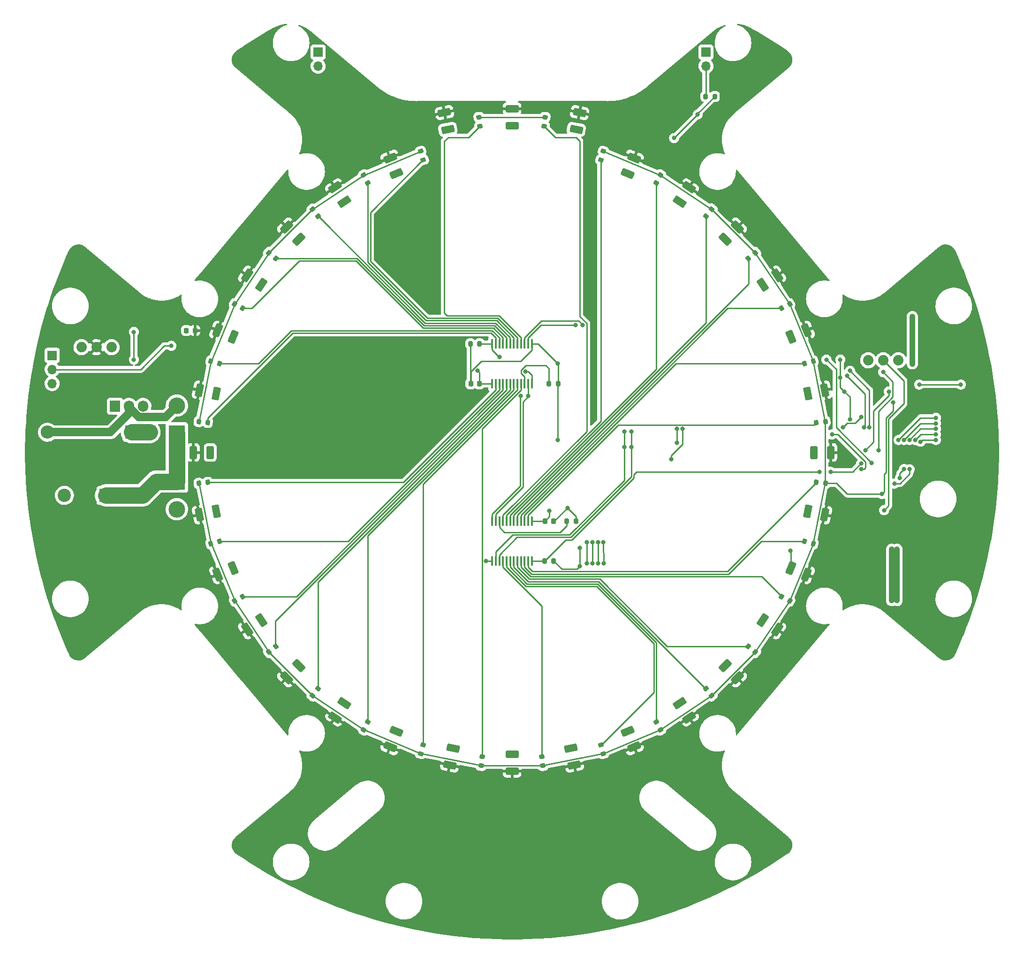
<source format=gbl>
%TF.GenerationSoftware,KiCad,Pcbnew,(6.0.7-1)-1*%
%TF.CreationDate,2023-02-20T20:57:27+08:00*%
%TF.ProjectId,layer1,6c617965-7231-42e6-9b69-6361645f7063,1.1*%
%TF.SameCoordinates,Original*%
%TF.FileFunction,Copper,L2,Bot*%
%TF.FilePolarity,Positive*%
%FSLAX46Y46*%
G04 Gerber Fmt 4.6, Leading zero omitted, Abs format (unit mm)*
G04 Created by KiCad (PCBNEW (6.0.7-1)-1) date 2023-02-20 20:57:27*
%MOMM*%
%LPD*%
G01*
G04 APERTURE LIST*
G04 Aperture macros list*
%AMRoundRect*
0 Rectangle with rounded corners*
0 $1 Rounding radius*
0 $2 $3 $4 $5 $6 $7 $8 $9 X,Y pos of 4 corners*
0 Add a 4 corners polygon primitive as box body*
4,1,4,$2,$3,$4,$5,$6,$7,$8,$9,$2,$3,0*
0 Add four circle primitives for the rounded corners*
1,1,$1+$1,$2,$3*
1,1,$1+$1,$4,$5*
1,1,$1+$1,$6,$7*
1,1,$1+$1,$8,$9*
0 Add four rect primitives between the rounded corners*
20,1,$1+$1,$2,$3,$4,$5,0*
20,1,$1+$1,$4,$5,$6,$7,0*
20,1,$1+$1,$6,$7,$8,$9,0*
20,1,$1+$1,$8,$9,$2,$3,0*%
G04 Aperture macros list end*
%TA.AperFunction,ComponentPad*%
%ADD10R,1.905000X2.000000*%
%TD*%
%TA.AperFunction,ComponentPad*%
%ADD11O,1.905000X2.000000*%
%TD*%
%TA.AperFunction,ComponentPad*%
%ADD12R,1.700000X1.700000*%
%TD*%
%TA.AperFunction,ComponentPad*%
%ADD13O,1.700000X1.700000*%
%TD*%
%TA.AperFunction,ComponentPad*%
%ADD14R,3.000000X3.000000*%
%TD*%
%TA.AperFunction,ComponentPad*%
%ADD15C,3.000000*%
%TD*%
%TA.AperFunction,ComponentPad*%
%ADD16R,2.400000X2.400000*%
%TD*%
%TA.AperFunction,ComponentPad*%
%ADD17O,2.400000X2.400000*%
%TD*%
%TA.AperFunction,ComponentPad*%
%ADD18R,2.200000X2.200000*%
%TD*%
%TA.AperFunction,ComponentPad*%
%ADD19O,2.200000X2.200000*%
%TD*%
%TA.AperFunction,ComponentPad*%
%ADD20C,1.879600*%
%TD*%
%TA.AperFunction,ComponentPad*%
%ADD21C,2.400000*%
%TD*%
%TA.AperFunction,SMDPad,CuDef*%
%ADD22RoundRect,0.200000X-0.254072X0.225992X-0.293279X-0.172082X0.254072X-0.225992X0.293279X0.172082X0*%
%TD*%
%TA.AperFunction,SMDPad,CuDef*%
%ADD23RoundRect,0.200000X-0.172082X-0.293279X0.225992X-0.254072X0.172082X0.293279X-0.225992X0.254072X0*%
%TD*%
%TA.AperFunction,SMDPad,CuDef*%
%ADD24RoundRect,0.200000X-0.225992X-0.254072X0.172082X-0.293279X0.225992X0.254072X-0.172082X0.293279X0*%
%TD*%
%TA.AperFunction,SMDPad,CuDef*%
%ADD25RoundRect,0.200000X0.200000X0.275000X-0.200000X0.275000X-0.200000X-0.275000X0.200000X-0.275000X0*%
%TD*%
%TA.AperFunction,SMDPad,CuDef*%
%ADD26RoundRect,0.200000X0.085699X-0.329060X0.339457X-0.019856X-0.085699X0.329060X-0.339457X0.019856X0*%
%TD*%
%TA.AperFunction,SMDPad,CuDef*%
%ADD27RoundRect,0.250000X0.362392X-0.945755X0.945755X-0.362392X-0.362392X0.945755X-0.945755X0.362392X0*%
%TD*%
%TA.AperFunction,SMDPad,CuDef*%
%ADD28RoundRect,0.250000X-0.027118X-1.012445X0.735082X-0.696732X0.027118X1.012445X-0.735082X0.696732X0*%
%TD*%
%TA.AperFunction,SMDPad,CuDef*%
%ADD29RoundRect,0.250000X1.012445X-0.027118X0.696732X0.735082X-1.012445X0.027118X-0.696732X-0.735082X0*%
%TD*%
%TA.AperFunction,SMDPad,CuDef*%
%ADD30RoundRect,0.250000X0.945755X0.362392X0.362392X0.945755X-0.945755X-0.362392X-0.362392X-0.945755X0*%
%TD*%
%TA.AperFunction,SMDPad,CuDef*%
%ADD31RoundRect,0.200000X0.321216X-0.111560X0.205102X0.271216X-0.321216X0.111560X-0.205102X-0.271216X0*%
%TD*%
%TA.AperFunction,SMDPad,CuDef*%
%ADD32RoundRect,0.200000X0.205102X-0.271216X0.321216X0.111560X-0.205102X0.271216X-0.321216X-0.111560X0*%
%TD*%
%TA.AperFunction,SMDPad,CuDef*%
%ADD33RoundRect,0.200000X0.148249X-0.306018X0.336808X0.046750X-0.148249X0.306018X-0.336808X-0.046750X0*%
%TD*%
%TA.AperFunction,SMDPad,CuDef*%
%ADD34RoundRect,0.200000X-0.336808X0.046750X-0.148249X-0.306018X0.336808X-0.046750X0.148249X0.306018X0*%
%TD*%
%TA.AperFunction,SMDPad,CuDef*%
%ADD35RoundRect,0.200000X0.111560X0.321216X-0.271216X0.205102X-0.111560X-0.321216X0.271216X-0.205102X0*%
%TD*%
%TA.AperFunction,SMDPad,CuDef*%
%ADD36RoundRect,0.200000X-0.085699X0.329060X-0.339457X0.019856X0.085699X-0.329060X0.339457X-0.019856X0*%
%TD*%
%TA.AperFunction,SMDPad,CuDef*%
%ADD37RoundRect,0.250000X-0.998282X-0.170921X-0.539937X-0.856884X0.998282X0.170921X0.539937X0.856884X0*%
%TD*%
%TA.AperFunction,SMDPad,CuDef*%
%ADD38RoundRect,0.250000X0.998282X0.170921X0.539937X0.856884X-0.998282X-0.170921X-0.539937X-0.856884X0*%
%TD*%
%TA.AperFunction,SMDPad,CuDef*%
%ADD39RoundRect,0.200000X-0.329060X-0.085699X-0.019856X-0.339457X0.329060X0.085699X0.019856X0.339457X0*%
%TD*%
%TA.AperFunction,SMDPad,CuDef*%
%ADD40RoundRect,0.250000X-0.539937X0.856884X-0.998282X0.170921X0.539937X-0.856884X0.998282X-0.170921X0*%
%TD*%
%TA.AperFunction,SMDPad,CuDef*%
%ADD41R,0.450000X1.750000*%
%TD*%
%TA.AperFunction,SMDPad,CuDef*%
%ADD42RoundRect,0.200000X0.046750X0.336808X-0.306018X0.148249X-0.046750X-0.336808X0.306018X-0.148249X0*%
%TD*%
%TA.AperFunction,SMDPad,CuDef*%
%ADD43RoundRect,0.200000X-0.293279X0.172082X-0.254072X-0.225992X0.293279X-0.172082X0.254072X0.225992X0*%
%TD*%
%TA.AperFunction,SMDPad,CuDef*%
%ADD44RoundRect,0.250000X-0.362392X0.945755X-0.945755X0.362392X0.362392X-0.945755X0.945755X-0.362392X0*%
%TD*%
%TA.AperFunction,SMDPad,CuDef*%
%ADD45RoundRect,0.225000X0.225000X0.250000X-0.225000X0.250000X-0.225000X-0.250000X0.225000X-0.250000X0*%
%TD*%
%TA.AperFunction,SMDPad,CuDef*%
%ADD46RoundRect,0.200000X-0.321216X0.111560X-0.205102X-0.271216X0.321216X-0.111560X0.205102X0.271216X0*%
%TD*%
%TA.AperFunction,SMDPad,CuDef*%
%ADD47RoundRect,0.250000X0.224115X0.987701X-0.585032X0.826752X-0.224115X-0.987701X0.585032X-0.826752X0*%
%TD*%
%TA.AperFunction,SMDPad,CuDef*%
%ADD48RoundRect,0.200000X-0.271216X-0.205102X0.111560X-0.321216X0.271216X0.205102X-0.111560X0.321216X0*%
%TD*%
%TA.AperFunction,SMDPad,CuDef*%
%ADD49RoundRect,0.200000X-0.200000X-0.275000X0.200000X-0.275000X0.200000X0.275000X-0.200000X0.275000X0*%
%TD*%
%TA.AperFunction,SMDPad,CuDef*%
%ADD50RoundRect,0.200000X-0.111560X-0.321216X0.271216X-0.205102X0.111560X0.321216X-0.271216X0.205102X0*%
%TD*%
%TA.AperFunction,SMDPad,CuDef*%
%ADD51RoundRect,0.200000X-0.046750X-0.336808X0.306018X-0.148249X0.046750X0.336808X-0.306018X0.148249X0*%
%TD*%
%TA.AperFunction,SMDPad,CuDef*%
%ADD52RoundRect,0.250000X-0.585032X-0.826752X0.224115X-0.987701X0.585032X0.826752X-0.224115X0.987701X0*%
%TD*%
%TA.AperFunction,SMDPad,CuDef*%
%ADD53RoundRect,0.200000X0.306018X0.148249X-0.046750X0.336808X-0.306018X-0.148249X0.046750X-0.336808X0*%
%TD*%
%TA.AperFunction,SMDPad,CuDef*%
%ADD54RoundRect,0.250000X-0.987701X0.224115X-0.826752X-0.585032X0.987701X-0.224115X0.826752X0.585032X0*%
%TD*%
%TA.AperFunction,SMDPad,CuDef*%
%ADD55RoundRect,0.200000X0.293279X-0.172082X0.254072X0.225992X-0.293279X0.172082X-0.254072X-0.225992X0*%
%TD*%
%TA.AperFunction,SMDPad,CuDef*%
%ADD56RoundRect,0.200000X0.329060X0.085699X0.019856X0.339457X-0.329060X-0.085699X-0.019856X-0.339457X0*%
%TD*%
%TA.AperFunction,SMDPad,CuDef*%
%ADD57RoundRect,0.250000X-0.696732X0.735082X-1.012445X-0.027118X0.696732X-0.735082X1.012445X0.027118X0*%
%TD*%
%TA.AperFunction,SMDPad,CuDef*%
%ADD58RoundRect,0.250000X0.585032X0.826752X-0.224115X0.987701X-0.585032X-0.826752X0.224115X-0.987701X0*%
%TD*%
%TA.AperFunction,SMDPad,CuDef*%
%ADD59RoundRect,0.200000X0.271216X0.205102X-0.111560X0.321216X-0.271216X-0.205102X0.111560X-0.321216X0*%
%TD*%
%TA.AperFunction,SMDPad,CuDef*%
%ADD60RoundRect,0.200000X-0.148249X0.306018X-0.336808X-0.046750X0.148249X-0.306018X0.336808X0.046750X0*%
%TD*%
%TA.AperFunction,SMDPad,CuDef*%
%ADD61RoundRect,0.200000X0.339457X0.019856X0.085699X0.329060X-0.339457X-0.019856X-0.085699X-0.329060X0*%
%TD*%
%TA.AperFunction,SMDPad,CuDef*%
%ADD62RoundRect,0.250000X0.856884X0.539937X0.170921X0.998282X-0.856884X-0.539937X-0.170921X-0.998282X0*%
%TD*%
%TA.AperFunction,SMDPad,CuDef*%
%ADD63RoundRect,0.250000X0.412500X0.925000X-0.412500X0.925000X-0.412500X-0.925000X0.412500X-0.925000X0*%
%TD*%
%TA.AperFunction,SMDPad,CuDef*%
%ADD64RoundRect,0.250000X0.027118X1.012445X-0.735082X0.696732X-0.027118X-1.012445X0.735082X-0.696732X0*%
%TD*%
%TA.AperFunction,SMDPad,CuDef*%
%ADD65RoundRect,0.250000X0.826752X-0.585032X0.987701X0.224115X-0.826752X0.585032X-0.987701X-0.224115X0*%
%TD*%
%TA.AperFunction,SMDPad,CuDef*%
%ADD66RoundRect,0.200000X0.336808X-0.046750X0.148249X0.306018X-0.336808X0.046750X-0.148249X-0.306018X0*%
%TD*%
%TA.AperFunction,SMDPad,CuDef*%
%ADD67RoundRect,0.250000X0.987701X-0.224115X0.826752X0.585032X-0.987701X0.224115X-0.826752X-0.585032X0*%
%TD*%
%TA.AperFunction,SMDPad,CuDef*%
%ADD68RoundRect,0.250000X0.539937X-0.856884X0.998282X-0.170921X-0.539937X0.856884X-0.998282X0.170921X0*%
%TD*%
%TA.AperFunction,SMDPad,CuDef*%
%ADD69RoundRect,0.250000X-0.945755X-0.362392X-0.362392X-0.945755X0.945755X0.362392X0.362392X0.945755X0*%
%TD*%
%TA.AperFunction,SMDPad,CuDef*%
%ADD70RoundRect,0.225000X-0.225000X-0.250000X0.225000X-0.250000X0.225000X0.250000X-0.225000X0.250000X0*%
%TD*%
%TA.AperFunction,SMDPad,CuDef*%
%ADD71RoundRect,0.250000X-0.826752X0.585032X-0.987701X-0.224115X0.826752X-0.585032X0.987701X0.224115X0*%
%TD*%
%TA.AperFunction,SMDPad,CuDef*%
%ADD72RoundRect,0.200000X-0.205102X0.271216X-0.321216X-0.111560X0.205102X-0.271216X0.321216X0.111560X0*%
%TD*%
%TA.AperFunction,SMDPad,CuDef*%
%ADD73RoundRect,0.250000X-0.856884X-0.539937X-0.170921X-0.998282X0.856884X0.539937X0.170921X0.998282X0*%
%TD*%
%TA.AperFunction,SMDPad,CuDef*%
%ADD74RoundRect,0.200000X-0.019856X0.339457X-0.329060X0.085699X0.019856X-0.339457X0.329060X-0.085699X0*%
%TD*%
%TA.AperFunction,SMDPad,CuDef*%
%ADD75RoundRect,0.200000X0.019856X-0.339457X0.329060X-0.085699X-0.019856X0.339457X-0.329060X0.085699X0*%
%TD*%
%TA.AperFunction,SMDPad,CuDef*%
%ADD76RoundRect,0.200000X0.225992X0.254072X-0.172082X0.293279X-0.225992X-0.254072X0.172082X-0.293279X0*%
%TD*%
%TA.AperFunction,SMDPad,CuDef*%
%ADD77RoundRect,0.250000X-0.224115X-0.987701X0.585032X-0.826752X0.224115X0.987701X-0.585032X0.826752X0*%
%TD*%
%TA.AperFunction,SMDPad,CuDef*%
%ADD78RoundRect,0.250000X0.735082X0.696732X-0.027118X1.012445X-0.735082X-0.696732X0.027118X-1.012445X0*%
%TD*%
%TA.AperFunction,SMDPad,CuDef*%
%ADD79RoundRect,0.250000X-0.412500X-0.925000X0.412500X-0.925000X0.412500X0.925000X-0.412500X0.925000X0*%
%TD*%
%TA.AperFunction,SMDPad,CuDef*%
%ADD80RoundRect,0.250000X-0.735082X-0.696732X0.027118X-1.012445X0.735082X0.696732X-0.027118X1.012445X0*%
%TD*%
%TA.AperFunction,SMDPad,CuDef*%
%ADD81RoundRect,0.200000X-0.306018X-0.148249X0.046750X-0.336808X0.306018X0.148249X-0.046750X0.336808X0*%
%TD*%
%TA.AperFunction,SMDPad,CuDef*%
%ADD82RoundRect,0.200000X-0.339457X-0.019856X-0.085699X-0.329060X0.339457X0.019856X0.085699X0.329060X0*%
%TD*%
%TA.AperFunction,SMDPad,CuDef*%
%ADD83RoundRect,0.200000X0.172082X0.293279X-0.225992X0.254072X-0.172082X-0.293279X0.225992X-0.254072X0*%
%TD*%
%TA.AperFunction,SMDPad,CuDef*%
%ADD84RoundRect,0.250000X0.696732X-0.735082X1.012445X0.027118X-0.696732X0.735082X-1.012445X-0.027118X0*%
%TD*%
%TA.AperFunction,SMDPad,CuDef*%
%ADD85RoundRect,0.250000X-0.170921X0.998282X-0.856884X0.539937X0.170921X-0.998282X0.856884X-0.539937X0*%
%TD*%
%TA.AperFunction,SMDPad,CuDef*%
%ADD86RoundRect,0.250000X0.925000X-0.412500X0.925000X0.412500X-0.925000X0.412500X-0.925000X-0.412500X0*%
%TD*%
%TA.AperFunction,SMDPad,CuDef*%
%ADD87RoundRect,0.250000X0.170921X-0.998282X0.856884X-0.539937X-0.170921X0.998282X-0.856884X0.539937X0*%
%TD*%
%TA.AperFunction,SMDPad,CuDef*%
%ADD88RoundRect,0.250000X-0.925000X0.412500X-0.925000X-0.412500X0.925000X-0.412500X0.925000X0.412500X0*%
%TD*%
%TA.AperFunction,SMDPad,CuDef*%
%ADD89RoundRect,0.250000X-1.012445X0.027118X-0.696732X-0.735082X1.012445X-0.027118X0.696732X0.735082X0*%
%TD*%
%TA.AperFunction,SMDPad,CuDef*%
%ADD90RoundRect,0.200000X0.254072X-0.225992X0.293279X0.172082X-0.254072X0.225992X-0.293279X-0.172082X0*%
%TD*%
%TA.AperFunction,ViaPad*%
%ADD91C,0.800000*%
%TD*%
%TA.AperFunction,Conductor*%
%ADD92C,0.250000*%
%TD*%
%TA.AperFunction,Conductor*%
%ADD93C,1.000000*%
%TD*%
%TA.AperFunction,Conductor*%
%ADD94C,3.000000*%
%TD*%
%TA.AperFunction,Conductor*%
%ADD95C,1.500000*%
%TD*%
G04 APERTURE END LIST*
D10*
X38360000Y-101650000D03*
D11*
X40900000Y-101650000D03*
X43440000Y-101650000D03*
D12*
X145000000Y-37725000D03*
D13*
X145000000Y-40265000D03*
D14*
X49500000Y-106550000D03*
D15*
X49500000Y-101550000D03*
D12*
X75000000Y-37725000D03*
D13*
X75000000Y-40265000D03*
D14*
X49500000Y-115250000D03*
D15*
X49500000Y-120250000D03*
D12*
X27000000Y-92475000D03*
D13*
X27000000Y-95015000D03*
X27000000Y-97555000D03*
D16*
X41400000Y-106350000D03*
D17*
X26160000Y-106350000D03*
D18*
X44550000Y-106320000D03*
D19*
X44550000Y-116480000D03*
D20*
X32282200Y-91000000D03*
X35000000Y-91000000D03*
X37717800Y-91000000D03*
X174282201Y-93364798D03*
X177000001Y-93364798D03*
X179717801Y-93364798D03*
D16*
X36712754Y-117750000D03*
D21*
X29212754Y-117750000D03*
D22*
X115961892Y-49467889D03*
X115800164Y-51109943D03*
D23*
X53448628Y-115569824D03*
X55090682Y-115408096D03*
D24*
X53448628Y-104430176D03*
X55090682Y-104591904D03*
D25*
X104125000Y-90400000D03*
X102475000Y-90400000D03*
D26*
X73950602Y-153926320D03*
X74997350Y-152650852D03*
D27*
X148510803Y-71489197D03*
X150685157Y-69314843D03*
D28*
X160316789Y-89158104D03*
X163157719Y-87981352D03*
D29*
X89158104Y-59683211D03*
X87981352Y-56842281D03*
D30*
X71489197Y-71489197D03*
X69314843Y-69314843D03*
D31*
X126495427Y-164378135D03*
X126016457Y-162799183D03*
D32*
X93504573Y-164378135D03*
X93983543Y-162799183D03*
D33*
X83212881Y-160115176D03*
X83990685Y-158660006D03*
D34*
X83212880Y-59884824D03*
X83990684Y-61339994D03*
D35*
X164378135Y-93504573D03*
X162799183Y-93983543D03*
D36*
X146049398Y-66073680D03*
X145002650Y-67349148D03*
D37*
X140257744Y-155283913D03*
X141966122Y-157840683D03*
D38*
X79742256Y-64716087D03*
X78033878Y-62159317D03*
D39*
X66073680Y-73950602D03*
X67349148Y-74997350D03*
D40*
X79742256Y-155283913D03*
X78033878Y-157840683D03*
D41*
X113575000Y-129600000D03*
X112925000Y-129600000D03*
X112275000Y-129600000D03*
X111625000Y-129600000D03*
X110975000Y-129600000D03*
X110325000Y-129600000D03*
X109675000Y-129600000D03*
X109025000Y-129600000D03*
X108375000Y-129600000D03*
X107725000Y-129600000D03*
X107075000Y-129600000D03*
X106425000Y-129600000D03*
X106425000Y-122400000D03*
X107075000Y-122400000D03*
X107725000Y-122400000D03*
X108375000Y-122400000D03*
X109025000Y-122400000D03*
X109675000Y-122400000D03*
X110325000Y-122400000D03*
X110975000Y-122400000D03*
X111625000Y-122400000D03*
X112275000Y-122400000D03*
X112925000Y-122400000D03*
X113575000Y-122400000D03*
D42*
X160115176Y-83212880D03*
X158660006Y-83990684D03*
D43*
X104038108Y-49467889D03*
X104199836Y-51109943D03*
D44*
X71489197Y-148510803D03*
X69314843Y-150685157D03*
D45*
X104100000Y-97600000D03*
X102550000Y-97600000D03*
D46*
X93504573Y-55621865D03*
X93983543Y-57200817D03*
D47*
X56583981Y-120625107D03*
X53568067Y-121225009D03*
D48*
X55621865Y-93504573D03*
X57200817Y-93983543D03*
D49*
X115875000Y-129600000D03*
X117525000Y-129600000D03*
D50*
X55621865Y-126495427D03*
X57200817Y-126016457D03*
D51*
X59884824Y-136787120D03*
X61339994Y-136009316D03*
D49*
X119875000Y-122400000D03*
X121525000Y-122400000D03*
D52*
X163416019Y-120625107D03*
X166431933Y-121225009D03*
D49*
X116675000Y-97600000D03*
X118325000Y-97600000D03*
D53*
X160115176Y-136787119D03*
X158660006Y-136009315D03*
D54*
X120625107Y-163416019D03*
X121225009Y-166431933D03*
D55*
X115569824Y-166551372D03*
X115408096Y-164909318D03*
D56*
X153926320Y-146049398D03*
X152650852Y-145002650D03*
D57*
X89158104Y-160316789D03*
X87981352Y-163157719D03*
D58*
X56583981Y-99374893D03*
X53568067Y-98774991D03*
D59*
X164378135Y-126495427D03*
X162799183Y-126016457D03*
D60*
X136787119Y-59884824D03*
X136009315Y-61339994D03*
D61*
X146049398Y-153926320D03*
X145002650Y-152650852D03*
D62*
X64716087Y-79742256D03*
X62159317Y-78033878D03*
D63*
X55537500Y-110000000D03*
X52462500Y-110000000D03*
D64*
X59683211Y-130841896D03*
X56842281Y-132018648D03*
D65*
X121600559Y-51680057D03*
X122200461Y-48664143D03*
D66*
X136787120Y-160115176D03*
X136009316Y-158660006D03*
D67*
X98399441Y-51680057D03*
X97799539Y-48664143D03*
D68*
X140257744Y-64716087D03*
X141966122Y-62159317D03*
D69*
X148510803Y-148510803D03*
X150685157Y-150685157D03*
D70*
X115925000Y-122400000D03*
X117475000Y-122400000D03*
D71*
X99374893Y-163416019D03*
X98774991Y-166431933D03*
D72*
X126495427Y-55621865D03*
X126016457Y-57200817D03*
D49*
X144925000Y-45750000D03*
X146575000Y-45750000D03*
D73*
X155283913Y-140257744D03*
X157840683Y-141966122D03*
D74*
X153926320Y-73950602D03*
X152650852Y-74997350D03*
D75*
X66073680Y-146049398D03*
X67349148Y-145002650D03*
D76*
X166551372Y-115569824D03*
X164909318Y-115408096D03*
D77*
X163416019Y-99374893D03*
X166431933Y-98774991D03*
D78*
X59683211Y-89158104D03*
X56842281Y-87981352D03*
D79*
X164462500Y-110000000D03*
X167537500Y-110000000D03*
D80*
X160316789Y-130841896D03*
X163157719Y-132018648D03*
D81*
X59884824Y-83212881D03*
X61339994Y-83990685D03*
D41*
X106425000Y-90400000D03*
X107075000Y-90400000D03*
X107725000Y-90400000D03*
X108375000Y-90400000D03*
X109025000Y-90400000D03*
X109675000Y-90400000D03*
X110325000Y-90400000D03*
X110975000Y-90400000D03*
X111625000Y-90400000D03*
X112275000Y-90400000D03*
X112925000Y-90400000D03*
X113575000Y-90400000D03*
X113575000Y-97600000D03*
X112925000Y-97600000D03*
X112275000Y-97600000D03*
X111625000Y-97600000D03*
X110975000Y-97600000D03*
X110325000Y-97600000D03*
X109675000Y-97600000D03*
X109025000Y-97600000D03*
X108375000Y-97600000D03*
X107725000Y-97600000D03*
X107075000Y-97600000D03*
X106425000Y-97600000D03*
D82*
X73950602Y-66073680D03*
X74997350Y-67349148D03*
D83*
X166551372Y-104430176D03*
X164909318Y-104591904D03*
D84*
X130841896Y-59683211D03*
X132018648Y-56842281D03*
D85*
X64716087Y-140257744D03*
X62159317Y-141966122D03*
D86*
X110000000Y-51037500D03*
X110000000Y-47962500D03*
D87*
X155283913Y-79742256D03*
X157840683Y-78033878D03*
D88*
X110000000Y-164462500D03*
X110000000Y-167537500D03*
D89*
X130841896Y-160316789D03*
X132018648Y-163157719D03*
D45*
X52775000Y-88000000D03*
X51225000Y-88000000D03*
D90*
X104430176Y-166551372D03*
X104591904Y-164909318D03*
D91*
X64684906Y-140278578D03*
X89143753Y-160351435D03*
X64684906Y-79721422D03*
X140278578Y-64684906D03*
X178500000Y-128500000D03*
X182250000Y-85500000D03*
X121500000Y-51834443D03*
X160351435Y-130856247D03*
X140278578Y-155315094D03*
X148537320Y-148537320D03*
X130856247Y-160351435D03*
X41750000Y-93250000D03*
X164500000Y-110000000D03*
X148537320Y-71462680D03*
X182250000Y-86500000D03*
X182250000Y-93000000D03*
X59648565Y-89143753D03*
X179500000Y-134750000D03*
X170000000Y-99000000D03*
X163452798Y-99367577D03*
X56547202Y-99367577D03*
X179500000Y-128500000D03*
X169250000Y-96500000D03*
X51190000Y-88000000D03*
X130856247Y-59648565D03*
X176150001Y-109589299D03*
X169250000Y-93250000D03*
X110000000Y-51000000D03*
X55500000Y-110000000D03*
X160250000Y-127750000D03*
X177000000Y-95500000D03*
X155315094Y-140278578D03*
X179500000Y-135750000D03*
X160351435Y-89143753D03*
X178500000Y-135750000D03*
X120632422Y-163452798D03*
X178500000Y-127500000D03*
X71462680Y-148537320D03*
X41750000Y-88250000D03*
X79721422Y-155315094D03*
X182250000Y-89250000D03*
X178500000Y-134750000D03*
X182250000Y-94000000D03*
X155315094Y-79721422D03*
X98500000Y-51834443D03*
X182250000Y-90250000D03*
X179500000Y-127500000D03*
X171000000Y-104000000D03*
X71462680Y-71462680D03*
X178500000Y-136750000D03*
X110000000Y-164500000D03*
X59648565Y-130856247D03*
X56547202Y-120632423D03*
X99367577Y-163452798D03*
X89143753Y-59648565D03*
X79721422Y-64684906D03*
X163452798Y-120632423D03*
X179500000Y-136750000D03*
X169750000Y-105500000D03*
X173000002Y-103614800D03*
X180751075Y-112991537D03*
X180000002Y-114614800D03*
X179000001Y-115614799D03*
X181750000Y-113025500D03*
X122250000Y-130500000D03*
X120000000Y-120000000D03*
X105300000Y-129600000D03*
X183500000Y-97750000D03*
X191000000Y-97750000D03*
X173750000Y-109589298D03*
X178000000Y-99000000D03*
X118275000Y-93975000D03*
X143500000Y-49000000D03*
X139250000Y-53250000D03*
X122250000Y-127250000D03*
X118250000Y-107750000D03*
X104038108Y-49467889D03*
X178750001Y-101000000D03*
X176750000Y-117500000D03*
X126397767Y-55637018D03*
X115961892Y-49532255D03*
X93602233Y-55637019D03*
X173000000Y-113000000D03*
X107750000Y-92750000D03*
X167750000Y-106750000D03*
X165500000Y-113500000D03*
X173000000Y-112000000D03*
X167500000Y-113500000D03*
X131500000Y-109000000D03*
X122750000Y-87000000D03*
X131500000Y-106250000D03*
X182750000Y-107750000D03*
X126500000Y-126250000D03*
X126512299Y-129987701D03*
X186500000Y-106750000D03*
X181750000Y-107750000D03*
X186500000Y-105750000D03*
X121500000Y-87000000D03*
X130250000Y-109000000D03*
X125500000Y-126250000D03*
X130250000Y-106250000D03*
X125512299Y-129987701D03*
X124500000Y-130000000D03*
X186500000Y-104750000D03*
X112925000Y-99825000D03*
X180750000Y-107750000D03*
X124500000Y-126250000D03*
X112400000Y-95400000D03*
X111542997Y-99792997D03*
X123500000Y-126250000D03*
X186500000Y-103750000D03*
X123500497Y-130000000D03*
X179750000Y-107750000D03*
X177150001Y-120414800D03*
X48500000Y-90750000D03*
X103750000Y-95250000D03*
X116750000Y-120500000D03*
X167500000Y-117750000D03*
X167500000Y-110000000D03*
X166750000Y-93250000D03*
X174887299Y-111862701D03*
X183698211Y-108066070D03*
X186500000Y-107750000D03*
X139750000Y-108250000D03*
X171000000Y-95250000D03*
X139750000Y-105750000D03*
X174500000Y-105500000D03*
X170504415Y-96117986D03*
X173500000Y-105500000D03*
X138750000Y-111250000D03*
X140750000Y-105747034D03*
D92*
X160316789Y-127816789D02*
X160250000Y-127750000D01*
X169250000Y-98250000D02*
X170000000Y-99000000D01*
D93*
X178500000Y-127500000D02*
X178500000Y-136750000D01*
X182250000Y-94000000D02*
X182250000Y-89250000D01*
X179500000Y-136750000D02*
X179500000Y-127500000D01*
D92*
X176150001Y-102574695D02*
X176150001Y-109589299D01*
X171000000Y-104000000D02*
X171000000Y-100000000D01*
X178725000Y-97225000D02*
X178725000Y-99999696D01*
X178725000Y-99999696D02*
X176150001Y-102574695D01*
D93*
X182250000Y-89250000D02*
X182250000Y-86500000D01*
D92*
X171000000Y-100000000D02*
X170000000Y-99000000D01*
D93*
X182250000Y-86500000D02*
X182250000Y-85500000D01*
D92*
X160316789Y-130841896D02*
X160316789Y-127816789D01*
X41750000Y-93250000D02*
X41750000Y-88250000D01*
X169250000Y-96500000D02*
X169250000Y-93250000D01*
X177000000Y-95500000D02*
X178725000Y-97225000D01*
X169250000Y-96500000D02*
X169250000Y-98250000D01*
X173000002Y-103614800D02*
X171889802Y-104725000D01*
X170525000Y-104725000D02*
X169750000Y-105500000D01*
X171889802Y-104725000D02*
X170525000Y-104725000D01*
X180000002Y-113742610D02*
X180000002Y-114614800D01*
X180751075Y-112991537D02*
X180000002Y-113742610D01*
X181750000Y-113025500D02*
X181750000Y-113890104D01*
X180025306Y-115614798D02*
X179000001Y-115614799D01*
X181750000Y-113890104D02*
X180025306Y-115614798D01*
X117525000Y-129600000D02*
X118975000Y-131050000D01*
X117600000Y-122400000D02*
X120000000Y-120000000D01*
X121700000Y-131050000D02*
X122250000Y-130500000D01*
X102550000Y-95424695D02*
X104474695Y-93500000D01*
X143500000Y-49000000D02*
X143500000Y-48825000D01*
X175250000Y-108089298D02*
X175250000Y-102500001D01*
X111575000Y-93500000D02*
X113575000Y-91500000D01*
X118250000Y-97675000D02*
X118325000Y-97600000D01*
X121525000Y-121525000D02*
X121525000Y-122400000D01*
X139250000Y-53250000D02*
X143500000Y-49000000D01*
X102475000Y-97525000D02*
X102550000Y-97600000D01*
X104474695Y-93500000D02*
X111575000Y-93500000D01*
X173750000Y-109589298D02*
X175250000Y-108089298D01*
X122250000Y-127250000D02*
X122250000Y-130500000D01*
X175250000Y-102500001D02*
X178000000Y-99750001D01*
X118325000Y-97600000D02*
X118325000Y-94025000D01*
X120000000Y-120000000D02*
X121525000Y-121525000D01*
X113575000Y-90400000D02*
X114700000Y-90400000D01*
X106425000Y-129600000D02*
X105300000Y-129600000D01*
X118250000Y-107750000D02*
X118250000Y-97675000D01*
X183500000Y-97750000D02*
X191000000Y-97750000D01*
X178000000Y-99750001D02*
X178000000Y-99000000D01*
X118275000Y-93975000D02*
X114700000Y-90400000D01*
X113575000Y-91500000D02*
X113575000Y-90400000D01*
X118325000Y-94025000D02*
X118275000Y-93975000D01*
X143500000Y-48825000D02*
X146575000Y-45750000D01*
X117475000Y-122400000D02*
X117600000Y-122400000D01*
X102550000Y-97600000D02*
X102550000Y-95424695D01*
X102475000Y-90400000D02*
X102475000Y-97525000D01*
X118975000Y-131050000D02*
X121700000Y-131050000D01*
X145953374Y-66050308D02*
X153949692Y-74046626D01*
X164311279Y-93431791D02*
X166517458Y-104523003D01*
X55637018Y-93602233D02*
X59964594Y-83154539D01*
X177500000Y-103750000D02*
X178750001Y-102499999D01*
X59964595Y-136845461D02*
X55637019Y-126397767D01*
X177150001Y-113939494D02*
X177500000Y-113589495D01*
X136845461Y-160035405D02*
X126397767Y-164362981D01*
X146091056Y-153836700D02*
X136688380Y-160119367D01*
X177500000Y-113589495D02*
X177500000Y-103750000D01*
X104102474Y-49532255D02*
X115961892Y-49532255D01*
X153836700Y-73908944D02*
X160119367Y-83311620D01*
X176750000Y-117500000D02*
X170500000Y-117500000D01*
X176750000Y-117500000D02*
X177150001Y-117099999D01*
X83311620Y-160119367D02*
X73908944Y-153836700D01*
X178750001Y-102499999D02*
X178750001Y-101000000D01*
X166517458Y-115476997D02*
X164311279Y-126568209D01*
X74046626Y-153949692D02*
X66050308Y-145953374D01*
X73908944Y-66163300D02*
X83311620Y-59880633D01*
X66050308Y-74046626D02*
X74046626Y-66050308D01*
X104038108Y-49467889D02*
X104102474Y-49532255D01*
X164362982Y-126397767D02*
X160035406Y-136845461D01*
X66163300Y-146091056D02*
X59880633Y-136688380D01*
X83154539Y-59964595D02*
X93602233Y-55637019D01*
X55688721Y-126568209D02*
X53482542Y-115476997D01*
X93602233Y-164362982D02*
X83154539Y-160035406D01*
X160035405Y-83154539D02*
X164362981Y-93602233D01*
X59880633Y-83311620D02*
X66163300Y-73908944D01*
X115654251Y-166500000D02*
X104345749Y-166500000D01*
X126397767Y-55637018D02*
X136845461Y-59964594D01*
X126568209Y-164311279D02*
X115476997Y-166517458D01*
X160119367Y-136688380D02*
X153836700Y-146091056D01*
X177150001Y-117099999D02*
X177150001Y-113939494D01*
X104523003Y-166517458D02*
X93431791Y-164311279D01*
X153949692Y-145953374D02*
X145953374Y-153949692D01*
X53482542Y-104523003D02*
X55688721Y-93431791D01*
X166500000Y-104345749D02*
X166500000Y-115654251D01*
X136688380Y-59880633D02*
X146091056Y-66163300D01*
X170500000Y-117500000D02*
X168569824Y-115569824D01*
X168569824Y-115569824D02*
X166551372Y-115569824D01*
X107750000Y-92750000D02*
X107675000Y-92750000D01*
X168775305Y-106750000D02*
X173750000Y-111724695D01*
X173750000Y-112750000D02*
X173500000Y-113000000D01*
X173750000Y-111724695D02*
X173750000Y-112750000D01*
X107675000Y-92750000D02*
X106425000Y-91500000D01*
X173500000Y-113000000D02*
X173000000Y-113000000D01*
X167750000Y-106750000D02*
X168775305Y-106750000D01*
X106425000Y-91500000D02*
X106425000Y-90400000D01*
X104125000Y-90400000D02*
X106425000Y-90400000D01*
X131950000Y-114572792D02*
X120772792Y-125750000D01*
X173000000Y-112000000D02*
X172974695Y-112000000D01*
X132500000Y-113500000D02*
X131950000Y-114050000D01*
X171474695Y-113500000D02*
X167500000Y-113500000D01*
X113575000Y-129600000D02*
X115875000Y-129600000D01*
X131950000Y-114050000D02*
X131950000Y-114572792D01*
X119725000Y-125750000D02*
X115875000Y-129600000D01*
X172974695Y-112000000D02*
X171474695Y-113500000D01*
X165500000Y-113500000D02*
X132500000Y-113500000D01*
X120772792Y-125750000D02*
X119725000Y-125750000D01*
X107725000Y-128475000D02*
X110900000Y-125300000D01*
X110900000Y-125300000D02*
X120500000Y-125300000D01*
X126512299Y-129987701D02*
X126500000Y-126250000D01*
X107725000Y-129600000D02*
X107725000Y-128475000D01*
X115275000Y-86275000D02*
X122025000Y-86275000D01*
X183750000Y-106750000D02*
X186500000Y-106750000D01*
X112275000Y-89275000D02*
X115275000Y-86275000D01*
X131500000Y-114386396D02*
X131500000Y-106250000D01*
X122025000Y-86275000D02*
X122750000Y-87000000D01*
X112275000Y-90400000D02*
X112275000Y-89275000D01*
X182750000Y-107750000D02*
X183750000Y-106750000D01*
X120586396Y-125300000D02*
X131500000Y-114386396D01*
X120500000Y-125300000D02*
X120586396Y-125300000D01*
X120400000Y-124850000D02*
X130250000Y-115000000D01*
X181750000Y-107750000D02*
X181750000Y-107724695D01*
X110150000Y-124850000D02*
X120400000Y-124850000D01*
X183724695Y-105750000D02*
X186500000Y-105750000D01*
X112925000Y-89275000D02*
X115200000Y-87000000D01*
X130250000Y-115000000D02*
X130250000Y-106250000D01*
X107075000Y-127925000D02*
X110150000Y-124850000D01*
X107075000Y-129600000D02*
X107075000Y-127925000D01*
X181750000Y-107724695D02*
X183724695Y-105750000D01*
X125512299Y-129987701D02*
X125500000Y-126250000D01*
X112925000Y-90400000D02*
X112925000Y-89275000D01*
X115200000Y-87000000D02*
X121500000Y-87000000D01*
X112925000Y-97600000D02*
X112925000Y-99825000D01*
X107075000Y-121136091D02*
X107075000Y-122400000D01*
X124500000Y-130000000D02*
X124500000Y-126250000D01*
X111950000Y-116261091D02*
X107075000Y-121136091D01*
X183724695Y-104750000D02*
X186500000Y-104750000D01*
X180750000Y-107724695D02*
X183724695Y-104750000D01*
X180750000Y-107750000D02*
X180750000Y-107724695D01*
X111950000Y-100875305D02*
X111950000Y-116261091D01*
X112925000Y-99825000D02*
X112925000Y-99900305D01*
X112925000Y-99900305D02*
X111950000Y-100875305D01*
X123500497Y-130000000D02*
X123500000Y-126250000D01*
X179750000Y-107724695D02*
X183724695Y-103750000D01*
X111500000Y-99835994D02*
X111500000Y-116074695D01*
X179750000Y-107750000D02*
X179750000Y-107724695D01*
X112900000Y-95400000D02*
X113575000Y-96075000D01*
X183724695Y-103750000D02*
X186500000Y-103750000D01*
X111542997Y-99792997D02*
X111500000Y-99835994D01*
X112400000Y-95400000D02*
X112900000Y-95400000D01*
X111500000Y-116074695D02*
X106425000Y-121149695D01*
X106425000Y-121149695D02*
X106425000Y-122400000D01*
X113575000Y-96075000D02*
X113575000Y-97600000D01*
X180725000Y-101161396D02*
X180725000Y-97089797D01*
X180725000Y-97089797D02*
X177000001Y-93364798D01*
X177950000Y-103936396D02*
X180725000Y-101161396D01*
X177150001Y-120414800D02*
X177950000Y-119614801D01*
X177950000Y-119614801D02*
X177950000Y-103936396D01*
X70370795Y-88450000D02*
X55053363Y-103767432D01*
X107075000Y-90400000D02*
X107075000Y-89286396D01*
X106238604Y-88450000D02*
X70370795Y-88450000D01*
X55053363Y-103767432D02*
X55053363Y-104588228D01*
X107075000Y-89286396D02*
X106238604Y-88450000D01*
X70184399Y-88000000D02*
X106425000Y-88000000D01*
X57164932Y-93972657D02*
X64211742Y-93972657D01*
X64211742Y-93972657D02*
X70184399Y-88000000D01*
X106425000Y-88000000D02*
X107725000Y-89300000D01*
X107725000Y-89300000D02*
X107725000Y-90400000D01*
X108375000Y-89313604D02*
X108375000Y-90400000D01*
X93930609Y-87550000D02*
X106611396Y-87550000D01*
X81804170Y-75423561D02*
X93930609Y-87550000D01*
X71576439Y-75423561D02*
X81804170Y-75423561D01*
X106611396Y-87550000D02*
X108375000Y-89313604D01*
X63026992Y-83973008D02*
X71576439Y-75423561D01*
X61306922Y-83973008D02*
X63026992Y-83973008D01*
X109025000Y-89327208D02*
X109025000Y-90400000D01*
X67320160Y-74973561D02*
X81990566Y-74973561D01*
X106797792Y-87100000D02*
X109025000Y-89327208D01*
X81990566Y-74973561D02*
X94117005Y-87100000D01*
X94117005Y-87100000D02*
X106797792Y-87100000D01*
X94303401Y-86650000D02*
X107025000Y-86650000D01*
X109575000Y-89200000D02*
X109575000Y-90400000D01*
X109575000Y-90400000D02*
X109675000Y-90400000D01*
X74973561Y-67320160D02*
X94303401Y-86650000D01*
X107025000Y-86650000D02*
X109575000Y-89200000D01*
X107211396Y-86200000D02*
X110325000Y-89313604D01*
X94489797Y-86200000D02*
X107211396Y-86200000D01*
X110325000Y-89313604D02*
X110325000Y-90400000D01*
X83973007Y-61306922D02*
X83973007Y-75683210D01*
X83973007Y-75683210D02*
X94489797Y-86200000D01*
X110975000Y-89327208D02*
X110975000Y-90400000D01*
X107397792Y-85750000D02*
X110975000Y-89327208D01*
X93972657Y-57164932D02*
X84423007Y-66714582D01*
X84423007Y-75496814D02*
X94676193Y-85750000D01*
X84423007Y-66714582D02*
X84423007Y-75496814D01*
X94676193Y-85750000D02*
X107397792Y-85750000D01*
X111625000Y-90400000D02*
X111625000Y-89300000D01*
X102195223Y-53114556D02*
X104199836Y-51109943D01*
X98300000Y-85300000D02*
X97775000Y-84775000D01*
X111625000Y-89300000D02*
X107625000Y-85300000D01*
X97775000Y-84775000D02*
X97775000Y-53832144D01*
X97775000Y-53832144D02*
X98492588Y-53114556D01*
X98492588Y-53114556D02*
X102195223Y-53114556D01*
X107625000Y-85300000D02*
X98300000Y-85300000D01*
X116100000Y-94300000D02*
X116675000Y-94875000D01*
X112275000Y-97600000D02*
X112275000Y-96300305D01*
X112474695Y-94300000D02*
X116100000Y-94300000D01*
X111675000Y-95700305D02*
X111675000Y-95099695D01*
X116675000Y-94875000D02*
X116675000Y-97600000D01*
X111675000Y-95099695D02*
X112474695Y-94300000D01*
X112275000Y-96300305D02*
X111675000Y-95700305D01*
X104591904Y-164909318D02*
X104575000Y-164892414D01*
X111625000Y-98686396D02*
X111625000Y-97600000D01*
X104575000Y-105736396D02*
X111625000Y-98686396D01*
X104575000Y-164892414D02*
X104575000Y-105736396D01*
X93972657Y-115702343D02*
X110975000Y-98700000D01*
X110975000Y-98700000D02*
X110975000Y-97600000D01*
X93972657Y-162835068D02*
X93972657Y-115702343D01*
X83973008Y-158693078D02*
X83973008Y-125036180D01*
X83973008Y-125036180D02*
X110325000Y-98684188D01*
X110325000Y-98684188D02*
X110325000Y-97600000D01*
X109675000Y-98697792D02*
X109675000Y-97600000D01*
X74973561Y-133399231D02*
X109675000Y-98697792D01*
X74973561Y-152679840D02*
X74973561Y-133399231D01*
X67320160Y-145026439D02*
X67320160Y-140416236D01*
X67320160Y-140416236D02*
X109025000Y-98711396D01*
X109025000Y-98711396D02*
X109025000Y-97600000D01*
X71073007Y-136026993D02*
X108375000Y-98725000D01*
X108375000Y-98725000D02*
X108375000Y-97600000D01*
X61306922Y-136026993D02*
X71073007Y-136026993D01*
X107725000Y-97600000D02*
X107725000Y-98686396D01*
X80384053Y-126027343D02*
X57164932Y-126027343D01*
X107725000Y-98686396D02*
X80384053Y-126027343D01*
X90363228Y-115411772D02*
X107075000Y-98700000D01*
X55053363Y-115411772D02*
X90363228Y-115411772D01*
X107075000Y-98700000D02*
X107075000Y-97600000D01*
X116750000Y-121575000D02*
X115925000Y-122400000D01*
X103750000Y-95250000D02*
X104100000Y-95600000D01*
X48500000Y-90750000D02*
X47222183Y-90750000D01*
X116750000Y-120500000D02*
X116750000Y-121575000D01*
X113575000Y-122400000D02*
X115925000Y-122400000D01*
X104100000Y-95600000D02*
X104100000Y-97600000D01*
X47222183Y-90750000D02*
X42957183Y-95015000D01*
X104100000Y-97600000D02*
X106425000Y-97600000D01*
X42957183Y-95015000D02*
X27000000Y-95015000D01*
X112925000Y-130738604D02*
X113686396Y-131500000D01*
X148858409Y-131500000D02*
X164946637Y-115411772D01*
X112925000Y-129600000D02*
X112925000Y-130738604D01*
X113686396Y-131500000D02*
X148858409Y-131500000D01*
X112275000Y-129600000D02*
X112275000Y-130725000D01*
X154967462Y-126027343D02*
X162835068Y-126027343D01*
X113500000Y-131950000D02*
X149044805Y-131950000D01*
X149044805Y-131950000D02*
X154967462Y-126027343D01*
X112275000Y-130725000D02*
X113500000Y-131950000D01*
X111625000Y-129600000D02*
X111625000Y-130725000D01*
X113300000Y-132400000D02*
X155066086Y-132400000D01*
X111625000Y-130725000D02*
X113300000Y-132400000D01*
X155066086Y-132400000D02*
X158693078Y-136026992D01*
X113100000Y-132850000D02*
X125832995Y-132850000D01*
X138009434Y-145026439D02*
X152679840Y-145026439D01*
X125832995Y-132850000D02*
X138009434Y-145026439D01*
X110975000Y-130725000D02*
X113100000Y-132850000D01*
X110975000Y-129600000D02*
X110975000Y-130725000D01*
X110325000Y-129600000D02*
X110325000Y-130725000D01*
X125646599Y-133300000D02*
X145026439Y-152679840D01*
X110325000Y-130725000D02*
X112900000Y-133300000D01*
X112900000Y-133300000D02*
X125646599Y-133300000D01*
X136026993Y-144316790D02*
X136026993Y-158693078D01*
X109675000Y-130725000D02*
X112700000Y-133750000D01*
X109675000Y-129600000D02*
X109675000Y-130725000D01*
X112700000Y-133750000D02*
X125460203Y-133750000D01*
X125460203Y-133750000D02*
X136026993Y-144316790D01*
X109025000Y-130711396D02*
X109025000Y-129600000D01*
X126027343Y-162835068D02*
X135576993Y-153285418D01*
X135576993Y-144503186D02*
X125273807Y-134200000D01*
X125273807Y-134200000D02*
X112513604Y-134200000D01*
X135576993Y-153285418D02*
X135576993Y-144503186D01*
X112513604Y-134200000D02*
X109025000Y-130711396D01*
X115408096Y-164909318D02*
X115408096Y-137730888D01*
X115408096Y-137730888D02*
X108375000Y-130697792D01*
X108375000Y-130697792D02*
X108375000Y-129600000D01*
X108600000Y-124400000D02*
X118700000Y-124400000D01*
X118700000Y-124400000D02*
X119875000Y-123225000D01*
X107725000Y-123525000D02*
X108600000Y-124400000D01*
X107725000Y-122400000D02*
X107725000Y-123525000D01*
X119875000Y-123225000D02*
X119875000Y-122400000D01*
X123475000Y-106243020D02*
X108375000Y-121343020D01*
X115800164Y-51109943D02*
X117804777Y-53114556D01*
X122225000Y-53832144D02*
X122225000Y-85449695D01*
X122225000Y-85449695D02*
X123475000Y-86699695D01*
X121507412Y-53114556D02*
X122225000Y-53832144D01*
X123475000Y-86699695D02*
X123475000Y-106243020D01*
X108375000Y-121343020D02*
X108375000Y-122400000D01*
X117804777Y-53114556D02*
X121507412Y-53114556D01*
X109025000Y-122400000D02*
X109025000Y-121329416D01*
X126027343Y-104327073D02*
X126027343Y-57164932D01*
X109025000Y-121329416D02*
X126027343Y-104327073D01*
X136026992Y-94963820D02*
X136026992Y-61306922D01*
X109675000Y-122400000D02*
X109675000Y-121315812D01*
X109675000Y-121315812D02*
X136026992Y-94963820D01*
X145026439Y-86600769D02*
X145026439Y-67320160D01*
X110325000Y-121302208D02*
X145026439Y-86600769D01*
X110325000Y-122400000D02*
X110325000Y-121302208D01*
X110975000Y-122400000D02*
X110975000Y-121288604D01*
X110975000Y-121288604D02*
X152679840Y-79583764D01*
X152679840Y-79583764D02*
X152679840Y-74973561D01*
X111625000Y-122400000D02*
X111625000Y-121275000D01*
X111625000Y-121275000D02*
X148926993Y-83973007D01*
X148926993Y-83973007D02*
X158693078Y-83973007D01*
X112275000Y-121300000D02*
X139602343Y-93972657D01*
X112275000Y-122400000D02*
X112275000Y-121300000D01*
X139602343Y-93972657D02*
X162835068Y-93972657D01*
X112925000Y-121300000D02*
X129202466Y-105022534D01*
X112925000Y-121300000D02*
X112925000Y-122400000D01*
X164909318Y-104591904D02*
X164478688Y-105022534D01*
X164478688Y-105022534D02*
X129202466Y-105022534D01*
X145000000Y-45675000D02*
X145000000Y-40265000D01*
X144925000Y-45750000D02*
X145000000Y-45675000D01*
X168500000Y-95000000D02*
X168500000Y-105475402D01*
X168500000Y-105475402D02*
X174887299Y-111862701D01*
X166750000Y-93250000D02*
X168500000Y-95000000D01*
D94*
X49500000Y-106550000D02*
X49500000Y-115250000D01*
X36712754Y-117750000D02*
X43280000Y-117750000D01*
X45780000Y-115250000D02*
X44550000Y-116480000D01*
X43280000Y-117750000D02*
X44550000Y-116480000D01*
X49500000Y-115250000D02*
X45780000Y-115250000D01*
X41400000Y-106350000D02*
X44520000Y-106350000D01*
X44520000Y-106350000D02*
X44550000Y-106320000D01*
D95*
X37512500Y-106350000D02*
X40900000Y-102962500D01*
X42651959Y-103600000D02*
X47450000Y-103600000D01*
X47450000Y-103600000D02*
X49500000Y-101550000D01*
X40900000Y-102962500D02*
X40900000Y-101650000D01*
X26160000Y-106350000D02*
X37512500Y-106350000D01*
X40900000Y-101848041D02*
X42651959Y-103600000D01*
X40900000Y-101650000D02*
X40900000Y-101848041D01*
D92*
X183698211Y-108066070D02*
X184014281Y-107750000D01*
X184014281Y-107750000D02*
X186500000Y-107750000D01*
X171000000Y-95250000D02*
X174500000Y-98750000D01*
X139750000Y-108250000D02*
X139750000Y-105750000D01*
X174500000Y-98750000D02*
X174500000Y-105500000D01*
X138750000Y-110525305D02*
X140750000Y-108525305D01*
X170504415Y-96117986D02*
X170504415Y-96254415D01*
X138750000Y-111250000D02*
X138750000Y-110525305D01*
X173725002Y-105274998D02*
X173500000Y-105500000D01*
X173725002Y-99475002D02*
X173725002Y-105274998D01*
X140750000Y-108525305D02*
X140750000Y-105747034D01*
X170504415Y-96254415D02*
X173725002Y-99475002D01*
%TA.AperFunction,Conductor*%
G36*
X150716560Y-32617764D02*
G01*
X150894488Y-32634805D01*
X150903925Y-32636070D01*
X151333822Y-32710338D01*
X151343136Y-32712312D01*
X151766202Y-32818830D01*
X151775338Y-32821501D01*
X151891796Y-32860383D01*
X152189140Y-32959657D01*
X152198051Y-32963011D01*
X152600266Y-33132030D01*
X152608876Y-33136038D01*
X152948498Y-33310009D01*
X152965177Y-33320263D01*
X152974060Y-33326726D01*
X152974063Y-33326727D01*
X152974065Y-33326729D01*
X152989986Y-33334336D01*
X153025544Y-33351326D01*
X153033858Y-33355686D01*
X153381905Y-33555084D01*
X154384645Y-34129561D01*
X154386506Y-34130649D01*
X155299837Y-34676153D01*
X155754129Y-34947487D01*
X155756081Y-34948677D01*
X157108615Y-35790173D01*
X157110546Y-35791399D01*
X158447557Y-36657282D01*
X158449465Y-36658542D01*
X159714376Y-37510705D01*
X159727033Y-37520453D01*
X159732542Y-37525282D01*
X159745226Y-37536401D01*
X159745231Y-37536404D01*
X159745239Y-37536411D01*
X159779037Y-37556509D01*
X159792648Y-37565862D01*
X159961088Y-37698674D01*
X159973389Y-37709759D01*
X160050469Y-37789000D01*
X160135914Y-37876840D01*
X160146657Y-37889446D01*
X160285855Y-38076390D01*
X160294852Y-38090295D01*
X160408333Y-38293890D01*
X160415428Y-38308855D01*
X160501225Y-38525573D01*
X160506291Y-38541322D01*
X160562926Y-38767439D01*
X160565884Y-38783727D01*
X160592371Y-39015308D01*
X160593167Y-39031851D01*
X160591749Y-39112176D01*
X160589133Y-39260311D01*
X160589052Y-39264893D01*
X160587673Y-39281390D01*
X160553025Y-39511891D01*
X160549494Y-39528064D01*
X160484922Y-39751997D01*
X160484914Y-39752024D01*
X160479290Y-39767601D01*
X160385890Y-39981165D01*
X160378271Y-39995869D01*
X160257700Y-40195282D01*
X160257676Y-40195321D01*
X160248196Y-40208897D01*
X160149918Y-40331590D01*
X160102476Y-40390818D01*
X160091295Y-40403035D01*
X159956087Y-40532553D01*
X159945460Y-40541008D01*
X159945676Y-40541279D01*
X159941152Y-40544877D01*
X159936319Y-40548046D01*
X159891390Y-40591056D01*
X159885281Y-40596533D01*
X150128146Y-48783742D01*
X150113463Y-48794360D01*
X150102223Y-48801315D01*
X150056940Y-48837335D01*
X150056845Y-48837431D01*
X149702101Y-49159659D01*
X149373639Y-49508824D01*
X149306462Y-49592525D01*
X149101085Y-49848419D01*
X149073584Y-49882684D01*
X149072196Y-49884723D01*
X149072192Y-49884728D01*
X148985768Y-50011660D01*
X148803788Y-50278934D01*
X148565913Y-50695130D01*
X148361425Y-51128706D01*
X148191585Y-51576990D01*
X148057441Y-52037217D01*
X148056938Y-52039634D01*
X148056938Y-52039635D01*
X147969638Y-52459351D01*
X147959820Y-52506551D01*
X147959509Y-52508993D01*
X147959508Y-52509001D01*
X147952656Y-52562863D01*
X147899323Y-52982097D01*
X147899205Y-52984560D01*
X147899204Y-52984568D01*
X147876798Y-53451044D01*
X147876323Y-53460923D01*
X147876398Y-53463381D01*
X147876398Y-53463394D01*
X147890470Y-53923955D01*
X147890963Y-53940078D01*
X147891231Y-53942529D01*
X147891232Y-53942537D01*
X147905494Y-54072759D01*
X147943151Y-54416608D01*
X147943613Y-54419040D01*
X147943613Y-54419041D01*
X148025403Y-54849837D01*
X148032567Y-54887573D01*
X148033212Y-54889938D01*
X148033215Y-54889952D01*
X148092548Y-55107581D01*
X148158659Y-55350072D01*
X148320649Y-55801251D01*
X148430670Y-56045490D01*
X148430951Y-56046113D01*
X148440692Y-56116438D01*
X148410867Y-56180865D01*
X148350943Y-56218941D01*
X148275672Y-56217212D01*
X147979007Y-56116797D01*
X147979002Y-56116795D01*
X147975771Y-56115702D01*
X147626746Y-56038325D01*
X147501370Y-56024483D01*
X147274787Y-55999468D01*
X147274782Y-55999468D01*
X147271406Y-55999095D01*
X147268007Y-55999089D01*
X147268006Y-55999089D01*
X147099403Y-55998795D01*
X146913908Y-55998471D01*
X146780667Y-56012710D01*
X146561818Y-56036098D01*
X146561812Y-56036099D01*
X146558434Y-56036460D01*
X146209142Y-56112618D01*
X145870117Y-56226054D01*
X145867024Y-56227476D01*
X145867023Y-56227477D01*
X145786943Y-56264310D01*
X145545327Y-56375441D01*
X145542393Y-56377197D01*
X145542391Y-56377198D01*
X145536306Y-56380840D01*
X145238570Y-56559031D01*
X144953435Y-56774677D01*
X144693257Y-57019856D01*
X144461080Y-57291700D01*
X144459161Y-57294513D01*
X144459158Y-57294517D01*
X144379039Y-57411968D01*
X144259620Y-57587029D01*
X144258013Y-57590039D01*
X144258011Y-57590042D01*
X144117145Y-57853862D01*
X144091234Y-57902389D01*
X144089961Y-57905557D01*
X144089960Y-57905558D01*
X143964967Y-58216490D01*
X143957892Y-58234089D01*
X143956973Y-58237357D01*
X143956971Y-58237364D01*
X143876137Y-58524938D01*
X143861152Y-58578250D01*
X143860590Y-58581607D01*
X143860590Y-58581608D01*
X143802747Y-58927268D01*
X143802148Y-58930845D01*
X143781569Y-59287751D01*
X143781741Y-59291146D01*
X143781741Y-59291147D01*
X143790789Y-59469760D01*
X143799656Y-59644792D01*
X143800193Y-59648147D01*
X143800194Y-59648153D01*
X143824386Y-59799189D01*
X143856197Y-59997791D01*
X143950532Y-60342619D01*
X144081555Y-60675242D01*
X144083138Y-60678257D01*
X144246152Y-60988753D01*
X144246157Y-60988761D01*
X144247736Y-60991769D01*
X144447129Y-61288497D01*
X144677402Y-61561955D01*
X144935862Y-61808945D01*
X145219484Y-62026576D01*
X145222395Y-62028346D01*
X145222401Y-62028350D01*
X145343899Y-62102222D01*
X145524952Y-62212304D01*
X145848692Y-62363954D01*
X145851910Y-62365056D01*
X145851913Y-62365057D01*
X146183693Y-62478651D01*
X146183701Y-62478653D01*
X146186916Y-62479754D01*
X146535668Y-62558349D01*
X146584766Y-62563943D01*
X146887486Y-62598434D01*
X146887494Y-62598434D01*
X146890869Y-62598819D01*
X146894273Y-62598837D01*
X146894276Y-62598837D01*
X147088787Y-62599855D01*
X147248362Y-62600691D01*
X147251748Y-62600341D01*
X147251750Y-62600341D01*
X147600575Y-62564294D01*
X147600584Y-62564293D01*
X147603967Y-62563943D01*
X147607300Y-62563229D01*
X147607303Y-62563228D01*
X147715674Y-62539995D01*
X147953523Y-62489004D01*
X148292942Y-62376752D01*
X148618252Y-62228500D01*
X148784267Y-62129928D01*
X148922703Y-62047731D01*
X148922708Y-62047728D01*
X148925648Y-62045982D01*
X148932328Y-62040967D01*
X149067403Y-61939549D01*
X149211534Y-61831332D01*
X149472566Y-61587063D01*
X149705690Y-61316031D01*
X149747407Y-61255332D01*
X149906249Y-61024216D01*
X149906254Y-61024209D01*
X149908179Y-61021407D01*
X149909791Y-61018413D01*
X149909796Y-61018405D01*
X150033483Y-60788693D01*
X150077665Y-60706638D01*
X150212165Y-60375405D01*
X150220602Y-60345789D01*
X150309171Y-60034862D01*
X150310105Y-60031584D01*
X150359097Y-59744971D01*
X150369768Y-59682543D01*
X150369768Y-59682541D01*
X150370340Y-59679196D01*
X150372445Y-59644792D01*
X150392054Y-59324162D01*
X150392164Y-59322364D01*
X150392245Y-59299289D01*
X150379573Y-59065304D01*
X150395862Y-58996201D01*
X150446925Y-58946875D01*
X150516550Y-58932985D01*
X150582631Y-58958943D01*
X150601910Y-58977499D01*
X154243013Y-63316795D01*
X167296991Y-78873921D01*
X167325455Y-78938961D01*
X167314238Y-79009066D01*
X167266899Y-79061977D01*
X167198470Y-79080896D01*
X167173202Y-79077926D01*
X166910374Y-79019658D01*
X166784998Y-79005816D01*
X166558415Y-78980801D01*
X166558410Y-78980801D01*
X166555034Y-78980428D01*
X166551635Y-78980422D01*
X166551634Y-78980422D01*
X166383031Y-78980128D01*
X166197536Y-78979804D01*
X166064295Y-78994043D01*
X165845446Y-79017431D01*
X165845440Y-79017432D01*
X165842062Y-79017793D01*
X165492770Y-79093951D01*
X165153745Y-79207387D01*
X165150652Y-79208809D01*
X165150651Y-79208810D01*
X164981072Y-79286808D01*
X164828955Y-79356774D01*
X164826021Y-79358530D01*
X164826019Y-79358531D01*
X164819934Y-79362173D01*
X164522198Y-79540364D01*
X164237063Y-79756010D01*
X163976885Y-80001189D01*
X163974673Y-80003779D01*
X163974671Y-80003781D01*
X163931236Y-80054637D01*
X163744708Y-80273033D01*
X163742789Y-80275846D01*
X163742786Y-80275850D01*
X163573373Y-80524201D01*
X163543248Y-80568362D01*
X163541641Y-80571372D01*
X163541639Y-80571375D01*
X163403092Y-80830851D01*
X163374862Y-80883722D01*
X163373589Y-80886890D01*
X163373588Y-80886891D01*
X163242791Y-81212261D01*
X163241520Y-81215422D01*
X163240601Y-81218690D01*
X163240599Y-81218697D01*
X163155721Y-81520658D01*
X163144780Y-81559583D01*
X163144218Y-81562940D01*
X163144218Y-81562941D01*
X163095279Y-81855393D01*
X163085776Y-81912178D01*
X163065197Y-82269084D01*
X163065369Y-82272479D01*
X163065369Y-82272480D01*
X163067095Y-82306548D01*
X163083284Y-82626125D01*
X163083821Y-82629480D01*
X163083822Y-82629486D01*
X163105850Y-82767010D01*
X163139825Y-82979124D01*
X163234160Y-83323952D01*
X163365183Y-83656575D01*
X163366766Y-83659590D01*
X163529780Y-83970086D01*
X163529785Y-83970094D01*
X163531364Y-83973102D01*
X163730757Y-84269830D01*
X163961030Y-84543288D01*
X164219490Y-84790278D01*
X164406527Y-84933797D01*
X164467559Y-84980628D01*
X164503112Y-85007909D01*
X164506023Y-85009679D01*
X164506029Y-85009683D01*
X164579844Y-85054563D01*
X164808580Y-85193637D01*
X165132320Y-85345287D01*
X165135538Y-85346389D01*
X165135541Y-85346390D01*
X165467321Y-85459984D01*
X165467329Y-85459986D01*
X165470544Y-85461087D01*
X165819296Y-85539682D01*
X165868394Y-85545276D01*
X166171114Y-85579767D01*
X166171122Y-85579767D01*
X166174497Y-85580152D01*
X166177901Y-85580170D01*
X166177904Y-85580170D01*
X166372415Y-85581188D01*
X166531990Y-85582024D01*
X166535376Y-85581674D01*
X166535378Y-85581674D01*
X166884203Y-85545627D01*
X166884212Y-85545626D01*
X166887595Y-85545276D01*
X166890928Y-85544562D01*
X166890931Y-85544561D01*
X167044925Y-85511547D01*
X167237151Y-85470337D01*
X167576570Y-85358085D01*
X167901880Y-85209833D01*
X168027745Y-85135100D01*
X168206331Y-85029064D01*
X168206336Y-85029061D01*
X168209276Y-85027315D01*
X168225929Y-85014812D01*
X168373701Y-84903861D01*
X168495162Y-84812665D01*
X168756194Y-84568396D01*
X168989318Y-84297364D01*
X169013238Y-84262560D01*
X169189877Y-84005549D01*
X169189882Y-84005542D01*
X169191807Y-84002740D01*
X169193419Y-83999746D01*
X169193424Y-83999738D01*
X169317111Y-83770026D01*
X169361293Y-83687971D01*
X169416058Y-83553102D01*
X186426546Y-83553102D01*
X186426718Y-83556497D01*
X186426718Y-83556498D01*
X186431029Y-83641590D01*
X186444633Y-83910143D01*
X186445170Y-83913498D01*
X186445171Y-83913504D01*
X186459914Y-84005549D01*
X186501174Y-84263142D01*
X186595509Y-84607970D01*
X186664449Y-84782986D01*
X186724104Y-84934428D01*
X186726532Y-84940593D01*
X186747551Y-84980628D01*
X186891129Y-85254104D01*
X186891134Y-85254112D01*
X186892713Y-85257120D01*
X187092106Y-85553848D01*
X187322379Y-85827306D01*
X187580839Y-86074296D01*
X187753786Y-86207003D01*
X187856965Y-86286175D01*
X187864461Y-86291927D01*
X187867372Y-86293697D01*
X187867378Y-86293701D01*
X187970349Y-86356308D01*
X188169929Y-86477655D01*
X188493669Y-86629305D01*
X188496887Y-86630407D01*
X188496890Y-86630408D01*
X188828670Y-86744002D01*
X188828678Y-86744004D01*
X188831893Y-86745105D01*
X189180645Y-86823700D01*
X189229743Y-86829294D01*
X189532463Y-86863785D01*
X189532471Y-86863785D01*
X189535846Y-86864170D01*
X189539250Y-86864188D01*
X189539253Y-86864188D01*
X189733764Y-86865206D01*
X189893339Y-86866042D01*
X189896725Y-86865692D01*
X189896727Y-86865692D01*
X190245552Y-86829645D01*
X190245561Y-86829644D01*
X190248944Y-86829294D01*
X190252277Y-86828580D01*
X190252280Y-86828579D01*
X190360651Y-86805346D01*
X190598500Y-86754355D01*
X190937919Y-86642103D01*
X191263229Y-86493851D01*
X191419492Y-86401069D01*
X191567680Y-86313082D01*
X191567685Y-86313079D01*
X191570625Y-86311333D01*
X191593695Y-86294012D01*
X191683735Y-86226407D01*
X191856511Y-86096683D01*
X192117543Y-85852414D01*
X192350667Y-85581382D01*
X192406974Y-85499455D01*
X192551226Y-85289567D01*
X192551231Y-85289560D01*
X192553156Y-85286758D01*
X192554768Y-85283764D01*
X192554773Y-85283756D01*
X192686234Y-85039606D01*
X192722642Y-84971989D01*
X192857142Y-84640756D01*
X192861201Y-84626509D01*
X192954148Y-84300213D01*
X192955082Y-84296935D01*
X192970977Y-84203944D01*
X193014745Y-83947894D01*
X193014745Y-83947892D01*
X193015317Y-83944547D01*
X193017422Y-83910143D01*
X193037031Y-83589513D01*
X193037141Y-83587715D01*
X193037222Y-83564640D01*
X193017889Y-83207665D01*
X192960116Y-82854865D01*
X192864578Y-82510368D01*
X192861533Y-82502715D01*
X192733654Y-82181370D01*
X192733650Y-82181362D01*
X192732394Y-82178205D01*
X192726645Y-82167347D01*
X192566705Y-81865272D01*
X192566703Y-81865269D01*
X192565110Y-81862260D01*
X192436078Y-81671680D01*
X192366593Y-81569051D01*
X192366593Y-81569050D01*
X192364683Y-81566230D01*
X192133456Y-81293577D01*
X191874136Y-81047491D01*
X191871429Y-81045429D01*
X191871421Y-81045422D01*
X191672895Y-80894187D01*
X191589755Y-80830851D01*
X191346551Y-80684141D01*
X191286562Y-80647953D01*
X191286561Y-80647953D01*
X191283641Y-80646191D01*
X191268932Y-80639363D01*
X190962455Y-80497101D01*
X190962453Y-80497100D01*
X190959374Y-80495671D01*
X190956162Y-80494584D01*
X190956155Y-80494581D01*
X190623984Y-80382148D01*
X190623979Y-80382146D01*
X190620748Y-80381053D01*
X190271723Y-80303676D01*
X190146347Y-80289834D01*
X189919764Y-80264819D01*
X189919759Y-80264819D01*
X189916383Y-80264446D01*
X189912984Y-80264440D01*
X189912983Y-80264440D01*
X189744380Y-80264146D01*
X189558885Y-80263822D01*
X189446336Y-80275850D01*
X189206795Y-80301449D01*
X189206789Y-80301450D01*
X189203411Y-80301811D01*
X188854119Y-80377969D01*
X188515094Y-80491405D01*
X188512001Y-80492827D01*
X188512000Y-80492828D01*
X188353918Y-80565538D01*
X188190304Y-80640792D01*
X188187370Y-80642548D01*
X188187368Y-80642549D01*
X188181283Y-80646191D01*
X187883547Y-80824382D01*
X187598412Y-81040028D01*
X187338234Y-81285207D01*
X187336022Y-81287797D01*
X187336020Y-81287799D01*
X187333085Y-81291236D01*
X187106057Y-81557051D01*
X187104138Y-81559864D01*
X187104135Y-81559868D01*
X186988143Y-81729907D01*
X186904597Y-81852380D01*
X186902990Y-81855390D01*
X186902988Y-81855393D01*
X186737818Y-82164730D01*
X186736211Y-82167740D01*
X186734938Y-82170908D01*
X186734937Y-82170909D01*
X186606770Y-82489737D01*
X186602869Y-82499440D01*
X186601950Y-82502708D01*
X186601948Y-82502715D01*
X186522405Y-82785696D01*
X186506129Y-82843601D01*
X186505567Y-82846958D01*
X186505567Y-82846959D01*
X186456719Y-83138867D01*
X186447125Y-83196196D01*
X186426546Y-83553102D01*
X169416058Y-83553102D01*
X169495793Y-83356738D01*
X169500702Y-83339507D01*
X169592799Y-83016195D01*
X169593733Y-83012917D01*
X169603191Y-82957586D01*
X169653396Y-82663876D01*
X169653396Y-82663874D01*
X169653968Y-82660529D01*
X169656073Y-82626125D01*
X169675682Y-82305495D01*
X169675792Y-82303697D01*
X169675854Y-82285976D01*
X169675867Y-82282441D01*
X169675867Y-82282428D01*
X169675873Y-82280622D01*
X169656540Y-81923647D01*
X169624620Y-81728721D01*
X169610989Y-81645480D01*
X169619720Y-81575022D01*
X169665157Y-81520469D01*
X169732874Y-81499142D01*
X169806246Y-81520968D01*
X170029636Y-81673070D01*
X170031771Y-81674290D01*
X170031777Y-81674294D01*
X170237735Y-81792009D01*
X170445834Y-81910948D01*
X170448061Y-81911998D01*
X170448070Y-81912003D01*
X170695284Y-82028597D01*
X170879413Y-82115438D01*
X171327700Y-82285279D01*
X171787930Y-82419423D01*
X171790347Y-82419926D01*
X171790348Y-82419926D01*
X172254848Y-82516542D01*
X172254852Y-82516543D01*
X172257267Y-82517045D01*
X172259709Y-82517356D01*
X172259717Y-82517357D01*
X172551606Y-82554489D01*
X172732816Y-82577541D01*
X172735279Y-82577659D01*
X172735287Y-82577660D01*
X173209181Y-82600422D01*
X173209191Y-82600422D01*
X173211646Y-82600540D01*
X173214104Y-82600465D01*
X173214117Y-82600465D01*
X173688332Y-82585974D01*
X173688344Y-82585973D01*
X173690804Y-82585898D01*
X173770267Y-82577195D01*
X174164872Y-82533977D01*
X174164875Y-82533976D01*
X174167336Y-82533707D01*
X174169761Y-82533247D01*
X174169765Y-82533246D01*
X174635892Y-82444746D01*
X174635893Y-82444746D01*
X174638304Y-82444288D01*
X175100804Y-82318192D01*
X175103131Y-82317357D01*
X175103139Y-82317354D01*
X175498614Y-82175360D01*
X175551986Y-82156197D01*
X175579686Y-82143719D01*
X175986815Y-81960316D01*
X175986814Y-81960316D01*
X175989066Y-81959302D01*
X176079499Y-81909688D01*
X176407190Y-81729907D01*
X176407198Y-81729902D01*
X176409351Y-81728721D01*
X176492395Y-81674274D01*
X176755871Y-81501527D01*
X176810248Y-81465875D01*
X176832244Y-81448844D01*
X177029418Y-81296171D01*
X177132566Y-81216303D01*
X177137887Y-81212613D01*
X177137810Y-81212504D01*
X177140846Y-81210368D01*
X177144009Y-81208411D01*
X177189292Y-81172391D01*
X177221491Y-81139909D01*
X177229984Y-81132092D01*
X186987310Y-72944724D01*
X186999208Y-72935879D01*
X187023850Y-72919723D01*
X187052255Y-72892531D01*
X187064908Y-72881919D01*
X187237933Y-72755135D01*
X187251903Y-72746247D01*
X187391727Y-72669711D01*
X187456350Y-72634338D01*
X187471369Y-72627357D01*
X187616202Y-72571300D01*
X187688745Y-72543223D01*
X187704541Y-72538276D01*
X187931071Y-72483381D01*
X187947384Y-72480547D01*
X188179149Y-72455838D01*
X188195694Y-72455168D01*
X188327278Y-72458501D01*
X188428706Y-72461071D01*
X188445199Y-72462578D01*
X188675413Y-72498990D01*
X188691566Y-72502647D01*
X188915018Y-72568940D01*
X188930552Y-72574684D01*
X189036965Y-72622197D01*
X189143384Y-72669714D01*
X189158020Y-72677440D01*
X189284322Y-72755134D01*
X189356548Y-72799564D01*
X189370054Y-72809149D01*
X189525801Y-72935875D01*
X189550849Y-72956256D01*
X189562979Y-72967529D01*
X189651867Y-73061758D01*
X189722915Y-73137076D01*
X189733463Y-73149844D01*
X189869780Y-73338903D01*
X189878563Y-73352945D01*
X189967360Y-73518162D01*
X189972536Y-73530358D01*
X189972882Y-73530211D01*
X189975137Y-73535527D01*
X189976898Y-73541031D01*
X189979632Y-73546123D01*
X189979633Y-73546124D01*
X190003575Y-73590705D01*
X190007774Y-73599290D01*
X190697955Y-75157457D01*
X190734466Y-75239886D01*
X190735498Y-75242283D01*
X191076262Y-76057061D01*
X191441571Y-76930528D01*
X191442559Y-76932962D01*
X192113256Y-78635487D01*
X192114194Y-78637941D01*
X192354308Y-79286808D01*
X192730875Y-80304417D01*
X192749271Y-80354130D01*
X192750157Y-80356603D01*
X193349325Y-82085674D01*
X193350159Y-82088164D01*
X193913140Y-83829321D01*
X193913922Y-83831829D01*
X194440492Y-85584373D01*
X194441221Y-85586897D01*
X194931122Y-87349968D01*
X194931799Y-87352506D01*
X195379242Y-89103502D01*
X195384842Y-89125418D01*
X195385466Y-89127970D01*
X195801461Y-90909986D01*
X195802032Y-90912550D01*
X196005716Y-91875321D01*
X196177878Y-92689096D01*
X196180798Y-92702900D01*
X196181310Y-92705453D01*
X196319889Y-93435316D01*
X196522647Y-94503194D01*
X196523110Y-94505780D01*
X196826913Y-96310345D01*
X196827318Y-96312910D01*
X196940701Y-97084305D01*
X197093437Y-98123440D01*
X197093791Y-98126043D01*
X197322093Y-99941590D01*
X197322394Y-99944199D01*
X197512806Y-101764210D01*
X197513052Y-101766826D01*
X197665476Y-103590347D01*
X197665668Y-103592966D01*
X197715363Y-104386465D01*
X197779798Y-105415311D01*
X197780052Y-105419371D01*
X197780186Y-105421949D01*
X197807790Y-106083588D01*
X197856463Y-107250233D01*
X197856546Y-107252858D01*
X197894696Y-109082435D01*
X197894723Y-109085062D01*
X197894723Y-110914938D01*
X197894696Y-110917565D01*
X197856546Y-112747142D01*
X197856463Y-112749767D01*
X197820652Y-113608134D01*
X197780693Y-114565905D01*
X197780188Y-114578005D01*
X197780054Y-114580585D01*
X197732966Y-115332461D01*
X197665668Y-116407034D01*
X197665476Y-116409653D01*
X197513052Y-118233174D01*
X197512806Y-118235790D01*
X197322394Y-120055801D01*
X197322093Y-120058410D01*
X197093791Y-121873957D01*
X197093437Y-121876560D01*
X196999230Y-122517497D01*
X196833127Y-123647574D01*
X196827323Y-123687060D01*
X196826913Y-123689655D01*
X196523110Y-125494220D01*
X196522647Y-125496806D01*
X196343760Y-126438963D01*
X196181871Y-127291594D01*
X196181314Y-127294525D01*
X196180802Y-127297079D01*
X196073951Y-127802144D01*
X195802032Y-129087450D01*
X195801461Y-129090014D01*
X195385474Y-130871997D01*
X195384850Y-130874549D01*
X194931799Y-132647494D01*
X194931122Y-132650032D01*
X194441221Y-134413103D01*
X194440492Y-134415627D01*
X193913922Y-136168171D01*
X193913140Y-136170679D01*
X193350159Y-137911836D01*
X193349325Y-137914326D01*
X192750157Y-139643397D01*
X192749277Y-139645854D01*
X192462423Y-140421029D01*
X192114194Y-141362059D01*
X192113256Y-141364513D01*
X191442559Y-143067038D01*
X191441571Y-143069472D01*
X191260273Y-143502962D01*
X190743675Y-144738167D01*
X190735505Y-144757701D01*
X190734473Y-144760099D01*
X190116004Y-146156368D01*
X190020513Y-146371951D01*
X190013043Y-146386262D01*
X190001628Y-146405083D01*
X190000881Y-146406314D01*
X189998835Y-146411718D01*
X189998831Y-146411726D01*
X189986958Y-146443085D01*
X189980108Y-146458119D01*
X189878563Y-146647055D01*
X189869780Y-146661097D01*
X189733463Y-146850156D01*
X189722915Y-146862924D01*
X189704826Y-146882100D01*
X189564303Y-147031068D01*
X189562981Y-147032469D01*
X189550851Y-147043742D01*
X189479698Y-147101637D01*
X189370053Y-147190851D01*
X189356548Y-147200436D01*
X189158020Y-147322560D01*
X189143384Y-147330286D01*
X189109840Y-147345264D01*
X188930552Y-147425316D01*
X188915018Y-147431060D01*
X188691566Y-147497353D01*
X188675413Y-147501010D01*
X188445199Y-147537422D01*
X188428706Y-147538929D01*
X188327278Y-147541499D01*
X188195694Y-147544832D01*
X188179149Y-147544162D01*
X187947384Y-147519453D01*
X187931071Y-147516619D01*
X187704541Y-147461724D01*
X187688745Y-147456777D01*
X187576878Y-147413480D01*
X187471369Y-147372643D01*
X187456350Y-147365662D01*
X187354128Y-147309708D01*
X187251903Y-147253753D01*
X187237933Y-147244866D01*
X187086633Y-147134002D01*
X187076710Y-147125225D01*
X187076461Y-147125507D01*
X187072136Y-147121680D01*
X187068175Y-147117470D01*
X187018036Y-147080706D01*
X187011551Y-147075617D01*
X186830486Y-146923685D01*
X186048933Y-146267885D01*
X177254423Y-138888415D01*
X177241416Y-138875800D01*
X177235084Y-138868706D01*
X177235074Y-138868696D01*
X177232606Y-138865931D01*
X177189270Y-138827591D01*
X177188324Y-138826935D01*
X176810193Y-138534162D01*
X176725741Y-138478794D01*
X176411366Y-138272685D01*
X176411358Y-138272680D01*
X176409297Y-138271329D01*
X176147746Y-138127840D01*
X175991183Y-138041948D01*
X175991177Y-138041945D01*
X175989017Y-138040760D01*
X175551942Y-137843876D01*
X175539874Y-137839543D01*
X175365850Y-137777063D01*
X175100767Y-137681890D01*
X174897313Y-137626423D01*
X174640674Y-137556456D01*
X174640667Y-137556454D01*
X174638274Y-137555802D01*
X174224764Y-137477295D01*
X174169749Y-137466850D01*
X174169746Y-137466850D01*
X174167315Y-137466388D01*
X173945553Y-137442101D01*
X173693250Y-137414469D01*
X173693242Y-137414468D01*
X173690791Y-137414200D01*
X173688327Y-137414125D01*
X173688317Y-137414124D01*
X173214113Y-137399634D01*
X173214100Y-137399634D01*
X173211642Y-137399559D01*
X173209187Y-137399677D01*
X173209177Y-137399677D01*
X172735296Y-137422438D01*
X172735292Y-137422438D01*
X172732822Y-137422557D01*
X172730375Y-137422868D01*
X172730367Y-137422869D01*
X172444085Y-137459287D01*
X172257282Y-137483050D01*
X172254862Y-137483553D01*
X172254858Y-137483554D01*
X171790372Y-137580164D01*
X171787954Y-137580667D01*
X171785590Y-137581356D01*
X171785586Y-137581357D01*
X171718833Y-137600813D01*
X171327731Y-137714804D01*
X171100658Y-137800831D01*
X170881752Y-137883764D01*
X170881746Y-137883766D01*
X170879451Y-137884636D01*
X170727310Y-137956388D01*
X170448113Y-138088061D01*
X170448103Y-138088066D01*
X170445877Y-138089116D01*
X170029683Y-138326982D01*
X170027633Y-138328378D01*
X170027631Y-138328379D01*
X169805498Y-138479617D01*
X169737933Y-138501421D01*
X169669305Y-138483234D01*
X169621404Y-138430832D01*
X169610388Y-138354235D01*
X169615257Y-138325755D01*
X169653968Y-138099285D01*
X169654517Y-138090318D01*
X169675682Y-137744251D01*
X169675792Y-137742453D01*
X169675873Y-137719378D01*
X169656540Y-137362403D01*
X169598767Y-137009603D01*
X169540575Y-136799769D01*
X177491500Y-136799769D01*
X177491800Y-136802825D01*
X177491800Y-136802832D01*
X177493348Y-136818614D01*
X177505920Y-136946833D01*
X177563084Y-137136169D01*
X177655934Y-137310796D01*
X177710403Y-137377581D01*
X177777040Y-137459287D01*
X177777043Y-137459290D01*
X177780935Y-137464062D01*
X177785682Y-137467989D01*
X177785684Y-137467991D01*
X177928575Y-137586201D01*
X177928579Y-137586203D01*
X177933325Y-137590130D01*
X178107299Y-137684198D01*
X178296232Y-137742682D01*
X178302357Y-137743326D01*
X178302358Y-137743326D01*
X178486796Y-137762711D01*
X178486798Y-137762711D01*
X178492925Y-137763355D01*
X178575424Y-137755847D01*
X178683749Y-137745989D01*
X178683752Y-137745988D01*
X178689888Y-137745430D01*
X178695794Y-137743692D01*
X178695798Y-137743691D01*
X178873710Y-137691329D01*
X178873709Y-137691329D01*
X178879619Y-137689590D01*
X178941074Y-137657462D01*
X179010709Y-137643627D01*
X179059375Y-137658286D01*
X179107299Y-137684198D01*
X179296232Y-137742682D01*
X179302357Y-137743326D01*
X179302358Y-137743326D01*
X179486796Y-137762711D01*
X179486798Y-137762711D01*
X179492925Y-137763355D01*
X179575424Y-137755847D01*
X179683749Y-137745989D01*
X179683752Y-137745988D01*
X179689888Y-137745430D01*
X179695794Y-137743692D01*
X179695798Y-137743691D01*
X179817610Y-137707840D01*
X179879619Y-137689590D01*
X179885077Y-137686737D01*
X179885081Y-137686735D01*
X179976534Y-137638924D01*
X180054890Y-137597960D01*
X180209025Y-137474032D01*
X180215052Y-137466850D01*
X180271416Y-137399677D01*
X180336154Y-137322526D01*
X180339121Y-137317128D01*
X180339125Y-137317123D01*
X180428467Y-137154608D01*
X180431433Y-137149213D01*
X180433846Y-137141608D01*
X180489373Y-136966564D01*
X180489373Y-136966563D01*
X180491235Y-136960694D01*
X180508500Y-136806773D01*
X180508500Y-136423822D01*
X186426546Y-136423822D01*
X186426718Y-136427217D01*
X186426718Y-136427218D01*
X186431562Y-136522830D01*
X186444633Y-136780863D01*
X186445170Y-136784218D01*
X186445171Y-136784224D01*
X186457490Y-136861133D01*
X186501174Y-137133862D01*
X186595509Y-137478690D01*
X186652504Y-137623380D01*
X186721208Y-137797796D01*
X186726532Y-137811313D01*
X186743599Y-137843820D01*
X186891129Y-138124824D01*
X186891134Y-138124832D01*
X186892713Y-138127840D01*
X187092106Y-138424568D01*
X187322379Y-138698026D01*
X187580839Y-138945016D01*
X187772271Y-139091907D01*
X187805256Y-139117217D01*
X187864461Y-139162647D01*
X187867372Y-139164417D01*
X187867378Y-139164421D01*
X188004460Y-139247768D01*
X188169929Y-139348375D01*
X188493669Y-139500025D01*
X188496887Y-139501127D01*
X188496890Y-139501128D01*
X188828670Y-139614722D01*
X188828678Y-139614724D01*
X188831893Y-139615825D01*
X189180645Y-139694420D01*
X189229743Y-139700014D01*
X189532463Y-139734505D01*
X189532471Y-139734505D01*
X189535846Y-139734890D01*
X189539250Y-139734908D01*
X189539253Y-139734908D01*
X189733764Y-139735926D01*
X189893339Y-139736762D01*
X189896725Y-139736412D01*
X189896727Y-139736412D01*
X190245552Y-139700365D01*
X190245561Y-139700364D01*
X190248944Y-139700014D01*
X190252277Y-139699300D01*
X190252280Y-139699299D01*
X190360651Y-139676066D01*
X190598500Y-139625075D01*
X190937919Y-139512823D01*
X191263229Y-139364571D01*
X191561448Y-139187502D01*
X191567680Y-139183802D01*
X191567685Y-139183799D01*
X191570625Y-139182053D01*
X191575198Y-139178620D01*
X191690347Y-139092163D01*
X191856511Y-138967403D01*
X192117543Y-138723134D01*
X192350667Y-138452102D01*
X192353266Y-138448321D01*
X192551226Y-138160287D01*
X192551231Y-138160280D01*
X192553156Y-138157478D01*
X192554768Y-138154484D01*
X192554773Y-138154476D01*
X192699519Y-137885653D01*
X192722642Y-137842709D01*
X192857142Y-137511476D01*
X192858173Y-137507859D01*
X192954148Y-137170933D01*
X192955082Y-137167655D01*
X192973025Y-137062684D01*
X193014745Y-136818614D01*
X193014745Y-136818612D01*
X193015317Y-136815267D01*
X193015623Y-136810273D01*
X193037031Y-136460233D01*
X193037141Y-136458435D01*
X193037222Y-136435360D01*
X193017889Y-136078385D01*
X192960116Y-135725585D01*
X192864578Y-135381088D01*
X192861533Y-135373435D01*
X192733654Y-135052090D01*
X192733650Y-135052082D01*
X192732394Y-135048925D01*
X192726853Y-135038460D01*
X192566705Y-134735992D01*
X192566703Y-134735989D01*
X192565110Y-134732980D01*
X192378443Y-134457274D01*
X192366593Y-134439771D01*
X192366593Y-134439770D01*
X192364683Y-134436950D01*
X192133456Y-134164297D01*
X191874136Y-133918211D01*
X191871429Y-133916149D01*
X191871421Y-133916142D01*
X191694328Y-133781234D01*
X191589755Y-133701571D01*
X191283641Y-133516911D01*
X191268932Y-133510083D01*
X190962455Y-133367821D01*
X190962453Y-133367820D01*
X190959374Y-133366391D01*
X190956162Y-133365304D01*
X190956155Y-133365301D01*
X190623984Y-133252868D01*
X190623979Y-133252866D01*
X190620748Y-133251773D01*
X190271723Y-133174396D01*
X190146347Y-133160554D01*
X189919764Y-133135539D01*
X189919759Y-133135539D01*
X189916383Y-133135166D01*
X189912984Y-133135160D01*
X189912983Y-133135160D01*
X189744380Y-133134866D01*
X189558885Y-133134542D01*
X189425644Y-133148781D01*
X189206795Y-133172169D01*
X189206789Y-133172170D01*
X189203411Y-133172531D01*
X188854119Y-133248689D01*
X188515094Y-133362125D01*
X188512001Y-133363547D01*
X188512000Y-133363548D01*
X188508189Y-133365301D01*
X188190304Y-133511512D01*
X188187370Y-133513268D01*
X188187368Y-133513269D01*
X188150487Y-133535342D01*
X187883547Y-133695102D01*
X187598412Y-133910748D01*
X187338234Y-134155927D01*
X187106057Y-134427771D01*
X187104138Y-134430584D01*
X187104135Y-134430588D01*
X186956123Y-134647566D01*
X186904597Y-134723100D01*
X186902990Y-134726110D01*
X186902988Y-134726113D01*
X186744334Y-135023247D01*
X186736211Y-135038460D01*
X186734938Y-135041628D01*
X186734937Y-135041629D01*
X186620264Y-135326889D01*
X186602869Y-135370160D01*
X186601950Y-135373428D01*
X186601948Y-135373435D01*
X186514799Y-135683477D01*
X186506129Y-135714321D01*
X186505567Y-135717678D01*
X186505567Y-135717679D01*
X186456628Y-136010131D01*
X186447125Y-136066916D01*
X186426546Y-136423822D01*
X180508500Y-136423822D01*
X180508500Y-127450231D01*
X180508106Y-127446206D01*
X180494681Y-127309301D01*
X180494080Y-127303167D01*
X180436916Y-127113831D01*
X180344066Y-126939204D01*
X180263484Y-126840401D01*
X180222960Y-126790713D01*
X180222957Y-126790710D01*
X180219065Y-126785938D01*
X180214316Y-126782009D01*
X180071425Y-126663799D01*
X180071421Y-126663797D01*
X180066675Y-126659870D01*
X179892701Y-126565802D01*
X179703768Y-126507318D01*
X179697643Y-126506674D01*
X179697642Y-126506674D01*
X179513204Y-126487289D01*
X179513202Y-126487289D01*
X179507075Y-126486645D01*
X179424576Y-126494153D01*
X179316251Y-126504011D01*
X179316248Y-126504012D01*
X179310112Y-126504570D01*
X179304206Y-126506308D01*
X179304202Y-126506309D01*
X179159145Y-126549001D01*
X179120381Y-126560410D01*
X179114920Y-126563265D01*
X179114918Y-126563266D01*
X179058926Y-126592538D01*
X178989291Y-126606373D01*
X178940625Y-126591714D01*
X178892701Y-126565802D01*
X178703768Y-126507318D01*
X178697643Y-126506674D01*
X178697642Y-126506674D01*
X178513204Y-126487289D01*
X178513202Y-126487289D01*
X178507075Y-126486645D01*
X178424576Y-126494153D01*
X178316251Y-126504011D01*
X178316248Y-126504012D01*
X178310112Y-126504570D01*
X178304206Y-126506308D01*
X178304202Y-126506309D01*
X178199076Y-126537249D01*
X178120381Y-126560410D01*
X178114923Y-126563263D01*
X178114919Y-126563265D01*
X178090474Y-126576045D01*
X177945110Y-126652040D01*
X177790975Y-126775968D01*
X177663846Y-126927474D01*
X177660879Y-126932872D01*
X177660875Y-126932877D01*
X177606005Y-127032687D01*
X177568567Y-127100787D01*
X177566706Y-127106654D01*
X177566705Y-127106656D01*
X177556566Y-127138618D01*
X177508765Y-127289306D01*
X177491500Y-127443227D01*
X177491500Y-136799769D01*
X169540575Y-136799769D01*
X169503229Y-136665106D01*
X169501394Y-136660493D01*
X169372305Y-136336108D01*
X169372301Y-136336100D01*
X169371045Y-136332943D01*
X169365504Y-136322478D01*
X169205356Y-136020010D01*
X169205354Y-136020007D01*
X169203761Y-136016998D01*
X169097179Y-135859577D01*
X169005244Y-135723789D01*
X169005244Y-135723788D01*
X169003334Y-135720968D01*
X168772107Y-135448315D01*
X168512787Y-135202229D01*
X168510080Y-135200167D01*
X168510072Y-135200160D01*
X168311113Y-135048595D01*
X168228406Y-134985589D01*
X167976818Y-134833821D01*
X167925213Y-134802691D01*
X167925212Y-134802691D01*
X167922292Y-134800929D01*
X167907583Y-134794101D01*
X167601106Y-134651839D01*
X167601104Y-134651838D01*
X167598025Y-134650409D01*
X167594813Y-134649322D01*
X167594806Y-134649319D01*
X167262635Y-134536886D01*
X167262630Y-134536884D01*
X167259399Y-134535791D01*
X166910374Y-134458414D01*
X166784998Y-134444572D01*
X166558415Y-134419557D01*
X166558410Y-134419557D01*
X166555034Y-134419184D01*
X166551635Y-134419178D01*
X166551634Y-134419178D01*
X166383031Y-134418884D01*
X166197536Y-134418560D01*
X166084987Y-134430588D01*
X165845446Y-134456187D01*
X165845440Y-134456188D01*
X165842062Y-134456549D01*
X165492770Y-134532707D01*
X165153745Y-134646143D01*
X164828955Y-134795530D01*
X164826021Y-134797286D01*
X164826019Y-134797287D01*
X164819934Y-134800929D01*
X164522198Y-134979120D01*
X164237063Y-135194766D01*
X163976885Y-135439945D01*
X163744708Y-135711789D01*
X163742789Y-135714602D01*
X163742786Y-135714606D01*
X163641877Y-135862534D01*
X163543248Y-136007118D01*
X163541641Y-136010128D01*
X163541639Y-136010131D01*
X163396907Y-136281191D01*
X163374862Y-136322478D01*
X163373589Y-136325646D01*
X163373588Y-136325647D01*
X163264023Y-136598201D01*
X163241520Y-136654178D01*
X163240601Y-136657446D01*
X163240599Y-136657453D01*
X163185079Y-136854971D01*
X163144780Y-136998339D01*
X163144218Y-137001696D01*
X163144218Y-137001697D01*
X163086543Y-137346353D01*
X163085776Y-137350934D01*
X163065197Y-137707840D01*
X163065369Y-137711235D01*
X163065369Y-137711236D01*
X163067101Y-137745430D01*
X163083284Y-138064881D01*
X163083821Y-138068236D01*
X163083822Y-138068242D01*
X163116161Y-138270138D01*
X163139825Y-138417880D01*
X163234160Y-138762708D01*
X163365183Y-139095331D01*
X163366766Y-139098346D01*
X163529780Y-139408842D01*
X163529785Y-139408850D01*
X163531364Y-139411858D01*
X163730757Y-139708586D01*
X163961030Y-139982044D01*
X164219490Y-140229034D01*
X164385555Y-140356460D01*
X164495349Y-140440708D01*
X164503112Y-140446665D01*
X164506023Y-140448435D01*
X164506029Y-140448439D01*
X164577191Y-140491706D01*
X164808580Y-140632393D01*
X165132320Y-140784043D01*
X165135538Y-140785145D01*
X165135541Y-140785146D01*
X165467321Y-140898740D01*
X165467329Y-140898742D01*
X165470544Y-140899843D01*
X165819296Y-140978438D01*
X165868394Y-140984032D01*
X166171114Y-141018523D01*
X166171122Y-141018523D01*
X166174497Y-141018908D01*
X166177901Y-141018926D01*
X166177904Y-141018926D01*
X166372415Y-141019944D01*
X166531990Y-141020780D01*
X166535376Y-141020430D01*
X166535378Y-141020430D01*
X166884203Y-140984383D01*
X166884212Y-140984382D01*
X166887595Y-140984032D01*
X166890928Y-140983318D01*
X166890931Y-140983317D01*
X167173308Y-140922780D01*
X167244108Y-140928059D01*
X167300815Y-140970776D01*
X167325425Y-141037371D01*
X167310125Y-141106699D01*
X167296242Y-141126972D01*
X150601581Y-161022896D01*
X150542471Y-161062223D01*
X150471483Y-161063349D01*
X150411156Y-161025918D01*
X150380642Y-160961813D01*
X150379294Y-160934213D01*
X150383904Y-160858847D01*
X150392164Y-160723786D01*
X150392202Y-160712918D01*
X150392239Y-160702530D01*
X150392239Y-160702517D01*
X150392245Y-160700711D01*
X150372912Y-160343736D01*
X150315139Y-159990936D01*
X150219601Y-159646439D01*
X150216556Y-159638786D01*
X150088677Y-159317441D01*
X150088673Y-159317433D01*
X150087417Y-159314276D01*
X150081876Y-159303811D01*
X149921728Y-159001343D01*
X149921726Y-159001340D01*
X149920133Y-158998331D01*
X149719706Y-158702301D01*
X149488479Y-158429648D01*
X149229159Y-158183562D01*
X149226452Y-158181500D01*
X149226444Y-158181493D01*
X149010122Y-158016701D01*
X148944778Y-157966922D01*
X148937463Y-157962509D01*
X148641585Y-157784024D01*
X148641584Y-157784024D01*
X148638664Y-157782262D01*
X148623955Y-157775434D01*
X148317478Y-157633172D01*
X148317476Y-157633171D01*
X148314397Y-157631742D01*
X148311185Y-157630655D01*
X148311178Y-157630652D01*
X147979007Y-157518219D01*
X147979002Y-157518217D01*
X147975771Y-157517124D01*
X147626746Y-157439747D01*
X147501370Y-157425905D01*
X147274787Y-157400890D01*
X147274782Y-157400890D01*
X147271406Y-157400517D01*
X147268007Y-157400511D01*
X147268006Y-157400511D01*
X147099403Y-157400217D01*
X146913908Y-157399893D01*
X146780667Y-157414132D01*
X146561818Y-157437520D01*
X146561812Y-157437521D01*
X146558434Y-157437882D01*
X146209142Y-157514040D01*
X145870117Y-157627476D01*
X145545327Y-157776863D01*
X145542393Y-157778619D01*
X145542391Y-157778620D01*
X145536306Y-157782262D01*
X145238570Y-157960453D01*
X144953435Y-158176099D01*
X144693257Y-158421278D01*
X144691045Y-158423868D01*
X144691043Y-158423870D01*
X144689757Y-158425376D01*
X144461080Y-158693122D01*
X144459161Y-158695935D01*
X144459158Y-158695939D01*
X144265811Y-158979376D01*
X144259620Y-158988451D01*
X144258013Y-158991461D01*
X144258011Y-158991464D01*
X144121092Y-159247891D01*
X144091234Y-159303811D01*
X144089961Y-159306979D01*
X144089960Y-159306980D01*
X143961801Y-159625788D01*
X143957892Y-159635511D01*
X143956973Y-159638779D01*
X143956971Y-159638786D01*
X143876837Y-159923871D01*
X143861152Y-159979672D01*
X143860590Y-159983029D01*
X143860590Y-159983030D01*
X143825250Y-160194217D01*
X143802148Y-160332267D01*
X143781569Y-160689173D01*
X143781741Y-160692568D01*
X143781741Y-160692569D01*
X143785229Y-160761428D01*
X143799656Y-161046214D01*
X143800193Y-161049569D01*
X143800194Y-161049575D01*
X143812133Y-161124110D01*
X143856197Y-161399213D01*
X143950532Y-161744041D01*
X143985555Y-161832952D01*
X144077885Y-162067346D01*
X144081555Y-162076664D01*
X144083138Y-162079679D01*
X144246152Y-162390175D01*
X144246157Y-162390183D01*
X144247736Y-162393191D01*
X144447129Y-162689919D01*
X144677402Y-162963377D01*
X144935862Y-163210367D01*
X145105938Y-163340871D01*
X145188336Y-163404097D01*
X145219484Y-163427998D01*
X145222395Y-163429768D01*
X145222401Y-163429772D01*
X145299658Y-163476745D01*
X145524952Y-163613726D01*
X145848692Y-163765376D01*
X145851910Y-163766478D01*
X145851913Y-163766479D01*
X146183693Y-163880073D01*
X146183701Y-163880075D01*
X146186916Y-163881176D01*
X146535668Y-163959771D01*
X146584766Y-163965365D01*
X146887486Y-163999856D01*
X146887494Y-163999856D01*
X146890869Y-164000241D01*
X146894273Y-164000259D01*
X146894276Y-164000259D01*
X147088787Y-164001277D01*
X147248362Y-164002113D01*
X147251748Y-164001763D01*
X147251750Y-164001763D01*
X147600575Y-163965716D01*
X147600584Y-163965715D01*
X147603967Y-163965365D01*
X147607300Y-163964651D01*
X147607303Y-163964650D01*
X147773481Y-163929024D01*
X147953523Y-163890426D01*
X148275925Y-163783802D01*
X148346880Y-163781403D01*
X148407869Y-163817747D01*
X148439527Y-163881294D01*
X148430369Y-163955180D01*
X148384390Y-164057251D01*
X148320650Y-164198749D01*
X148319815Y-164201076D01*
X148319809Y-164201091D01*
X148161169Y-164642942D01*
X148158660Y-164649929D01*
X148127542Y-164764067D01*
X148033216Y-165110048D01*
X148033213Y-165110062D01*
X148032568Y-165112427D01*
X148032110Y-165114841D01*
X148032109Y-165114844D01*
X148004338Y-165261116D01*
X147943152Y-165583393D01*
X147932633Y-165679439D01*
X147914338Y-165846498D01*
X147890964Y-166059922D01*
X147890889Y-166062386D01*
X147890888Y-166062396D01*
X147877329Y-166506200D01*
X147876324Y-166539077D01*
X147876442Y-166541532D01*
X147876442Y-166541542D01*
X147899205Y-167015432D01*
X147899324Y-167017903D01*
X147899636Y-167020354D01*
X147959190Y-167488486D01*
X147959821Y-167493449D01*
X147960323Y-167495864D01*
X147960324Y-167495868D01*
X148017258Y-167769589D01*
X148057442Y-167962782D01*
X148191586Y-168423010D01*
X148361426Y-168871293D01*
X148362479Y-168873525D01*
X148563420Y-169299581D01*
X148565914Y-169304870D01*
X148803789Y-169721066D01*
X148805187Y-169723119D01*
X149007032Y-170019568D01*
X149073585Y-170117315D01*
X149075131Y-170119241D01*
X149075133Y-170119244D01*
X149170572Y-170238158D01*
X149373639Y-170491175D01*
X149702101Y-170840340D01*
X150003844Y-171114425D01*
X150008403Y-171119028D01*
X150008498Y-171118933D01*
X150011136Y-171121559D01*
X150013604Y-171124325D01*
X150016380Y-171126781D01*
X150016384Y-171126785D01*
X150047305Y-171154140D01*
X150056940Y-171162665D01*
X150059983Y-171164776D01*
X150059988Y-171164780D01*
X150094533Y-171188746D01*
X150103703Y-171195750D01*
X151513401Y-172378627D01*
X159690850Y-179240320D01*
X159861019Y-179383109D01*
X159871793Y-179393288D01*
X159891982Y-179414751D01*
X159896641Y-179418167D01*
X159923693Y-179438004D01*
X159936346Y-179448625D01*
X160091239Y-179597001D01*
X160102419Y-179609218D01*
X160136194Y-179651384D01*
X160248133Y-179791134D01*
X160257615Y-179804713D01*
X160378208Y-180004166D01*
X160385827Y-180018871D01*
X160479224Y-180232429D01*
X160484848Y-180248006D01*
X160549423Y-180471953D01*
X160552956Y-180488133D01*
X160570280Y-180603379D01*
X160585509Y-180704686D01*
X160587604Y-180718625D01*
X160588984Y-180735124D01*
X160591116Y-180855801D01*
X160593101Y-180968167D01*
X160592305Y-180984710D01*
X160565821Y-181216281D01*
X160562862Y-181232576D01*
X160562198Y-181235229D01*
X160517683Y-181412967D01*
X160506235Y-181458675D01*
X160501166Y-181474436D01*
X160475275Y-181539838D01*
X160415372Y-181691155D01*
X160408277Y-181706120D01*
X160294804Y-181909709D01*
X160285809Y-181923613D01*
X160279783Y-181931706D01*
X160146611Y-182110563D01*
X160135869Y-182123168D01*
X159973352Y-182290249D01*
X159961049Y-182301336D01*
X159813742Y-182417493D01*
X159801454Y-182425473D01*
X159801531Y-182425588D01*
X159799614Y-182426864D01*
X159798569Y-182427522D01*
X159798637Y-182427637D01*
X159796141Y-182429120D01*
X159795953Y-182429168D01*
X159795256Y-182429607D01*
X159792918Y-182430836D01*
X159792915Y-182430838D01*
X159792906Y-182430843D01*
X159788940Y-182433969D01*
X159788936Y-182433971D01*
X159748668Y-182465703D01*
X159740927Y-182471340D01*
X158231454Y-183485008D01*
X158229229Y-183486468D01*
X156668808Y-184487193D01*
X156666553Y-184488606D01*
X155879585Y-184970155D01*
X155279312Y-185337465D01*
X155085278Y-185456195D01*
X155083007Y-185457551D01*
X153481745Y-186391475D01*
X153479478Y-186392767D01*
X152370335Y-187008649D01*
X151858738Y-187292727D01*
X151856398Y-187293994D01*
X150217054Y-188159505D01*
X150214765Y-188160683D01*
X149081087Y-188728937D01*
X148557490Y-188991389D01*
X148555099Y-188992556D01*
X146880671Y-189788068D01*
X146878255Y-189789184D01*
X145187495Y-190549113D01*
X145185057Y-190550179D01*
X143478487Y-191274292D01*
X143476026Y-191275305D01*
X141754635Y-191963179D01*
X141752163Y-191964137D01*
X140016597Y-192615516D01*
X140014141Y-192616409D01*
X139705328Y-192724927D01*
X138265189Y-193230996D01*
X138262669Y-193231852D01*
X136501138Y-193809363D01*
X136498601Y-193810165D01*
X134725265Y-194350346D01*
X134722711Y-194351094D01*
X132938433Y-194853685D01*
X132935864Y-194854380D01*
X131141293Y-195319196D01*
X131138710Y-195319836D01*
X129334734Y-195746648D01*
X129332138Y-195747233D01*
X127519607Y-196135840D01*
X127516999Y-196136371D01*
X126874958Y-196259903D01*
X125696544Y-196486636D01*
X125694020Y-196487095D01*
X123866588Y-196798833D01*
X123864024Y-196799243D01*
X122700263Y-196972560D01*
X122030433Y-197072316D01*
X122027797Y-197072680D01*
X120188886Y-197306966D01*
X120186243Y-197307274D01*
X118342845Y-197502665D01*
X118340196Y-197502918D01*
X116808500Y-197632627D01*
X116492987Y-197659346D01*
X116490350Y-197659540D01*
X115097261Y-197747926D01*
X114640350Y-197776915D01*
X114637693Y-197777056D01*
X112785540Y-197855338D01*
X112782880Y-197855422D01*
X110929539Y-197894571D01*
X110926878Y-197894599D01*
X109073122Y-197894599D01*
X109070461Y-197894571D01*
X107217120Y-197855422D01*
X107214460Y-197855338D01*
X105362307Y-197777056D01*
X105359650Y-197776915D01*
X104902739Y-197747926D01*
X103509650Y-197659540D01*
X103507013Y-197659346D01*
X103191500Y-197632627D01*
X101659804Y-197502918D01*
X101657155Y-197502665D01*
X99813757Y-197307274D01*
X99811114Y-197306966D01*
X97972203Y-197072680D01*
X97969567Y-197072316D01*
X97299737Y-196972560D01*
X96135976Y-196799243D01*
X96133412Y-196798833D01*
X94305980Y-196487095D01*
X94303456Y-196486636D01*
X93125042Y-196259903D01*
X92483001Y-196136371D01*
X92480393Y-196135840D01*
X90667862Y-195747233D01*
X90665266Y-195746648D01*
X88861290Y-195319836D01*
X88858707Y-195319196D01*
X87064136Y-194854380D01*
X87061567Y-194853685D01*
X85277289Y-194351094D01*
X85274735Y-194350346D01*
X83501399Y-193810165D01*
X83498862Y-193809363D01*
X81737331Y-193231852D01*
X81734811Y-193230996D01*
X80294672Y-192724927D01*
X79985859Y-192616409D01*
X79983403Y-192615516D01*
X78247837Y-191964137D01*
X78245365Y-191963179D01*
X76523974Y-191275305D01*
X76521513Y-191274292D01*
X75847877Y-190988462D01*
X87194672Y-190988462D01*
X87194844Y-190991857D01*
X87194844Y-190991858D01*
X87209152Y-191274292D01*
X87212759Y-191345503D01*
X87213296Y-191348858D01*
X87213297Y-191348864D01*
X87252403Y-191593013D01*
X87269300Y-191698502D01*
X87363635Y-192043330D01*
X87494658Y-192375953D01*
X87496241Y-192378968D01*
X87659255Y-192689464D01*
X87659260Y-192689472D01*
X87660839Y-192692480D01*
X87860232Y-192989208D01*
X88090505Y-193262666D01*
X88348965Y-193509656D01*
X88632587Y-193727287D01*
X88635498Y-193729057D01*
X88635504Y-193729061D01*
X88767578Y-193809363D01*
X88938055Y-193913015D01*
X89261795Y-194064665D01*
X89265013Y-194065767D01*
X89265016Y-194065768D01*
X89596796Y-194179362D01*
X89596804Y-194179364D01*
X89600019Y-194180465D01*
X89948771Y-194259060D01*
X89997869Y-194264654D01*
X90300589Y-194299145D01*
X90300597Y-194299145D01*
X90303972Y-194299530D01*
X90307376Y-194299548D01*
X90307379Y-194299548D01*
X90501890Y-194300566D01*
X90661465Y-194301402D01*
X90664851Y-194301052D01*
X90664853Y-194301052D01*
X91013678Y-194265005D01*
X91013687Y-194265004D01*
X91017070Y-194264654D01*
X91020403Y-194263940D01*
X91020406Y-194263939D01*
X91128777Y-194240706D01*
X91366626Y-194189715D01*
X91706045Y-194077463D01*
X92031355Y-193929211D01*
X92232509Y-193809775D01*
X92335806Y-193748442D01*
X92335811Y-193748439D01*
X92338751Y-193746693D01*
X92364598Y-193727287D01*
X92436778Y-193673092D01*
X92624637Y-193532043D01*
X92885669Y-193287774D01*
X93118793Y-193016742D01*
X93139663Y-192986376D01*
X93319352Y-192724927D01*
X93319357Y-192724920D01*
X93321282Y-192722118D01*
X93322894Y-192719124D01*
X93322899Y-192719116D01*
X93446586Y-192489404D01*
X93490768Y-192407349D01*
X93625268Y-192076116D01*
X93633705Y-192046500D01*
X93722274Y-191735573D01*
X93723208Y-191732295D01*
X93783443Y-191379907D01*
X93785548Y-191345503D01*
X93805157Y-191024873D01*
X93805267Y-191023075D01*
X93805348Y-191000000D01*
X93804723Y-190988462D01*
X126194672Y-190988462D01*
X126194844Y-190991857D01*
X126194844Y-190991858D01*
X126209152Y-191274292D01*
X126212759Y-191345503D01*
X126213296Y-191348858D01*
X126213297Y-191348864D01*
X126252403Y-191593013D01*
X126269300Y-191698502D01*
X126363635Y-192043330D01*
X126494658Y-192375953D01*
X126496241Y-192378968D01*
X126659255Y-192689464D01*
X126659260Y-192689472D01*
X126660839Y-192692480D01*
X126860232Y-192989208D01*
X127090505Y-193262666D01*
X127348965Y-193509656D01*
X127632587Y-193727287D01*
X127635498Y-193729057D01*
X127635504Y-193729061D01*
X127767578Y-193809363D01*
X127938055Y-193913015D01*
X128261795Y-194064665D01*
X128265013Y-194065767D01*
X128265016Y-194065768D01*
X128596796Y-194179362D01*
X128596804Y-194179364D01*
X128600019Y-194180465D01*
X128948771Y-194259060D01*
X128997869Y-194264654D01*
X129300589Y-194299145D01*
X129300597Y-194299145D01*
X129303972Y-194299530D01*
X129307376Y-194299548D01*
X129307379Y-194299548D01*
X129501890Y-194300566D01*
X129661465Y-194301402D01*
X129664851Y-194301052D01*
X129664853Y-194301052D01*
X130013678Y-194265005D01*
X130013687Y-194265004D01*
X130017070Y-194264654D01*
X130020403Y-194263940D01*
X130020406Y-194263939D01*
X130128777Y-194240706D01*
X130366626Y-194189715D01*
X130706045Y-194077463D01*
X131031355Y-193929211D01*
X131232509Y-193809775D01*
X131335806Y-193748442D01*
X131335811Y-193748439D01*
X131338751Y-193746693D01*
X131364598Y-193727287D01*
X131436778Y-193673092D01*
X131624637Y-193532043D01*
X131885669Y-193287774D01*
X132118793Y-193016742D01*
X132139663Y-192986376D01*
X132319352Y-192724927D01*
X132319357Y-192724920D01*
X132321282Y-192722118D01*
X132322894Y-192719124D01*
X132322899Y-192719116D01*
X132446586Y-192489404D01*
X132490768Y-192407349D01*
X132625268Y-192076116D01*
X132633705Y-192046500D01*
X132722274Y-191735573D01*
X132723208Y-191732295D01*
X132783443Y-191379907D01*
X132785548Y-191345503D01*
X132805157Y-191024873D01*
X132805267Y-191023075D01*
X132805348Y-191000000D01*
X132786015Y-190643025D01*
X132728242Y-190290225D01*
X132632704Y-189945728D01*
X132629659Y-189938075D01*
X132501780Y-189616730D01*
X132501776Y-189616722D01*
X132500520Y-189613565D01*
X132494979Y-189603100D01*
X132334831Y-189300632D01*
X132334829Y-189300629D01*
X132333236Y-189297620D01*
X132132809Y-189001590D01*
X131901582Y-188728937D01*
X131642262Y-188482851D01*
X131639555Y-188480789D01*
X131639547Y-188480782D01*
X131478966Y-188358453D01*
X131357881Y-188266211D01*
X131051767Y-188081551D01*
X131037058Y-188074723D01*
X130730581Y-187932461D01*
X130730579Y-187932460D01*
X130727500Y-187931031D01*
X130724288Y-187929944D01*
X130724281Y-187929941D01*
X130392110Y-187817508D01*
X130392105Y-187817506D01*
X130388874Y-187816413D01*
X130039849Y-187739036D01*
X129914473Y-187725194D01*
X129687890Y-187700179D01*
X129687885Y-187700179D01*
X129684509Y-187699806D01*
X129681110Y-187699800D01*
X129681109Y-187699800D01*
X129512506Y-187699506D01*
X129327011Y-187699182D01*
X129193770Y-187713421D01*
X128974921Y-187736809D01*
X128974915Y-187736810D01*
X128971537Y-187737171D01*
X128622245Y-187813329D01*
X128283220Y-187926765D01*
X127958430Y-188076152D01*
X127955496Y-188077908D01*
X127955494Y-188077909D01*
X127949409Y-188081551D01*
X127651673Y-188259742D01*
X127366538Y-188475388D01*
X127106360Y-188720567D01*
X126874183Y-188992411D01*
X126872264Y-188995224D01*
X126872261Y-188995228D01*
X126867922Y-189001590D01*
X126672723Y-189287740D01*
X126671116Y-189290750D01*
X126671114Y-189290753D01*
X126665839Y-189300632D01*
X126504337Y-189603100D01*
X126503064Y-189606268D01*
X126503063Y-189606269D01*
X126429981Y-189788068D01*
X126370995Y-189934800D01*
X126370076Y-189938068D01*
X126370074Y-189938075D01*
X126275176Y-190275683D01*
X126274255Y-190278961D01*
X126215251Y-190631556D01*
X126194672Y-190988462D01*
X93804723Y-190988462D01*
X93786015Y-190643025D01*
X93728242Y-190290225D01*
X93632704Y-189945728D01*
X93629659Y-189938075D01*
X93501780Y-189616730D01*
X93501776Y-189616722D01*
X93500520Y-189613565D01*
X93494979Y-189603100D01*
X93334831Y-189300632D01*
X93334829Y-189300629D01*
X93333236Y-189297620D01*
X93132809Y-189001590D01*
X92901582Y-188728937D01*
X92642262Y-188482851D01*
X92639555Y-188480789D01*
X92639547Y-188480782D01*
X92478966Y-188358453D01*
X92357881Y-188266211D01*
X92051767Y-188081551D01*
X92037058Y-188074723D01*
X91730581Y-187932461D01*
X91730579Y-187932460D01*
X91727500Y-187931031D01*
X91724288Y-187929944D01*
X91724281Y-187929941D01*
X91392110Y-187817508D01*
X91392105Y-187817506D01*
X91388874Y-187816413D01*
X91039849Y-187739036D01*
X90914473Y-187725194D01*
X90687890Y-187700179D01*
X90687885Y-187700179D01*
X90684509Y-187699806D01*
X90681110Y-187699800D01*
X90681109Y-187699800D01*
X90512506Y-187699506D01*
X90327011Y-187699182D01*
X90193770Y-187713421D01*
X89974921Y-187736809D01*
X89974915Y-187736810D01*
X89971537Y-187737171D01*
X89622245Y-187813329D01*
X89283220Y-187926765D01*
X88958430Y-188076152D01*
X88955496Y-188077908D01*
X88955494Y-188077909D01*
X88949409Y-188081551D01*
X88651673Y-188259742D01*
X88366538Y-188475388D01*
X88106360Y-188720567D01*
X87874183Y-188992411D01*
X87872264Y-188995224D01*
X87872261Y-188995228D01*
X87867922Y-189001590D01*
X87672723Y-189287740D01*
X87671116Y-189290750D01*
X87671114Y-189290753D01*
X87665839Y-189300632D01*
X87504337Y-189603100D01*
X87503064Y-189606268D01*
X87503063Y-189606269D01*
X87429981Y-189788068D01*
X87370995Y-189934800D01*
X87370076Y-189938068D01*
X87370074Y-189938075D01*
X87275176Y-190275683D01*
X87274255Y-190278961D01*
X87215251Y-190631556D01*
X87194672Y-190988462D01*
X75847877Y-190988462D01*
X74814943Y-190550179D01*
X74812505Y-190549113D01*
X73121745Y-189789184D01*
X73119329Y-189788068D01*
X71444901Y-188992556D01*
X71442510Y-188991389D01*
X70918913Y-188728937D01*
X69785235Y-188160683D01*
X69782946Y-188159505D01*
X68143602Y-187293994D01*
X68141262Y-187292727D01*
X67629665Y-187008649D01*
X66520522Y-186392767D01*
X66518255Y-186391475D01*
X64916993Y-185457551D01*
X64914722Y-185456195D01*
X64720689Y-185337465D01*
X64120415Y-184970155D01*
X63333447Y-184488606D01*
X63331192Y-184487193D01*
X62444556Y-183918578D01*
X66815630Y-183918578D01*
X66815802Y-183921973D01*
X66815802Y-183921974D01*
X66821807Y-184040506D01*
X66833717Y-184275619D01*
X66834254Y-184278974D01*
X66834255Y-184278980D01*
X66867605Y-184487193D01*
X66890258Y-184628618D01*
X66984593Y-184973446D01*
X67115616Y-185306069D01*
X67117199Y-185309084D01*
X67280213Y-185619580D01*
X67280218Y-185619588D01*
X67281797Y-185622596D01*
X67481190Y-185919324D01*
X67711463Y-186192782D01*
X67969923Y-186439772D01*
X68253545Y-186657403D01*
X68256456Y-186659173D01*
X68256462Y-186659177D01*
X68393544Y-186742524D01*
X68559013Y-186843131D01*
X68882753Y-186994781D01*
X68885971Y-186995883D01*
X68885974Y-186995884D01*
X69217754Y-187109478D01*
X69217762Y-187109480D01*
X69220977Y-187110581D01*
X69569729Y-187189176D01*
X69618827Y-187194770D01*
X69921547Y-187229261D01*
X69921555Y-187229261D01*
X69924930Y-187229646D01*
X69928334Y-187229664D01*
X69928337Y-187229664D01*
X70122848Y-187230682D01*
X70282423Y-187231518D01*
X70285809Y-187231168D01*
X70285811Y-187231168D01*
X70634636Y-187195121D01*
X70634645Y-187195120D01*
X70638028Y-187194770D01*
X70641361Y-187194056D01*
X70641364Y-187194055D01*
X70749735Y-187170822D01*
X70987584Y-187119831D01*
X71327003Y-187007579D01*
X71652313Y-186859327D01*
X71747400Y-186802868D01*
X71956764Y-186678558D01*
X71956769Y-186678555D01*
X71959709Y-186676809D01*
X71985556Y-186657403D01*
X72057736Y-186603208D01*
X72245595Y-186462159D01*
X72506627Y-186217890D01*
X72739751Y-185946858D01*
X72760621Y-185916492D01*
X72940310Y-185655043D01*
X72940315Y-185655036D01*
X72942240Y-185652234D01*
X72943852Y-185649240D01*
X72943857Y-185649232D01*
X73110104Y-185340477D01*
X73111726Y-185337465D01*
X73246226Y-185006232D01*
X73254663Y-184976616D01*
X73343232Y-184665689D01*
X73344166Y-184662411D01*
X73404401Y-184310023D01*
X73406506Y-184275619D01*
X73426115Y-183954989D01*
X73426225Y-183953191D01*
X73426306Y-183930116D01*
X73425681Y-183918578D01*
X146573714Y-183918578D01*
X146573886Y-183921973D01*
X146573886Y-183921974D01*
X146579891Y-184040506D01*
X146591801Y-184275619D01*
X146592338Y-184278974D01*
X146592339Y-184278980D01*
X146625689Y-184487193D01*
X146648342Y-184628618D01*
X146742677Y-184973446D01*
X146873700Y-185306069D01*
X146875283Y-185309084D01*
X147038297Y-185619580D01*
X147038302Y-185619588D01*
X147039881Y-185622596D01*
X147239274Y-185919324D01*
X147469547Y-186192782D01*
X147728007Y-186439772D01*
X148011629Y-186657403D01*
X148014540Y-186659173D01*
X148014546Y-186659177D01*
X148151628Y-186742524D01*
X148317097Y-186843131D01*
X148640837Y-186994781D01*
X148644055Y-186995883D01*
X148644058Y-186995884D01*
X148975838Y-187109478D01*
X148975846Y-187109480D01*
X148979061Y-187110581D01*
X149327813Y-187189176D01*
X149376911Y-187194770D01*
X149679631Y-187229261D01*
X149679639Y-187229261D01*
X149683014Y-187229646D01*
X149686418Y-187229664D01*
X149686421Y-187229664D01*
X149880932Y-187230682D01*
X150040507Y-187231518D01*
X150043893Y-187231168D01*
X150043895Y-187231168D01*
X150392720Y-187195121D01*
X150392729Y-187195120D01*
X150396112Y-187194770D01*
X150399445Y-187194056D01*
X150399448Y-187194055D01*
X150507819Y-187170822D01*
X150745668Y-187119831D01*
X151085087Y-187007579D01*
X151410397Y-186859327D01*
X151505484Y-186802868D01*
X151714848Y-186678558D01*
X151714853Y-186678555D01*
X151717793Y-186676809D01*
X151743640Y-186657403D01*
X151815820Y-186603208D01*
X152003679Y-186462159D01*
X152264711Y-186217890D01*
X152497835Y-185946858D01*
X152518705Y-185916492D01*
X152698394Y-185655043D01*
X152698399Y-185655036D01*
X152700324Y-185652234D01*
X152701936Y-185649240D01*
X152701941Y-185649232D01*
X152868188Y-185340477D01*
X152869810Y-185337465D01*
X153004310Y-185006232D01*
X153012747Y-184976616D01*
X153101316Y-184665689D01*
X153102250Y-184662411D01*
X153162485Y-184310023D01*
X153164590Y-184275619D01*
X153184199Y-183954989D01*
X153184309Y-183953191D01*
X153184390Y-183930116D01*
X153165057Y-183573141D01*
X153107284Y-183220341D01*
X153011746Y-182875844D01*
X153008701Y-182868191D01*
X152880822Y-182546846D01*
X152880818Y-182546838D01*
X152879562Y-182543681D01*
X152874021Y-182533216D01*
X152713873Y-182230748D01*
X152713871Y-182230745D01*
X152712278Y-182227736D01*
X152511851Y-181931706D01*
X152280624Y-181659053D01*
X152021304Y-181412967D01*
X152018597Y-181410905D01*
X152018589Y-181410898D01*
X151858008Y-181288569D01*
X151736923Y-181196327D01*
X151430809Y-181011667D01*
X151416100Y-181004839D01*
X151109623Y-180862577D01*
X151109621Y-180862576D01*
X151106542Y-180861147D01*
X151103330Y-180860060D01*
X151103323Y-180860057D01*
X150771152Y-180747624D01*
X150771147Y-180747622D01*
X150767916Y-180746529D01*
X150418891Y-180669152D01*
X150263313Y-180651976D01*
X150066932Y-180630295D01*
X150066927Y-180630295D01*
X150063551Y-180629922D01*
X150060152Y-180629916D01*
X150060151Y-180629916D01*
X149891548Y-180629622D01*
X149706053Y-180629298D01*
X149572812Y-180643537D01*
X149353963Y-180666925D01*
X149353957Y-180666926D01*
X149350579Y-180667287D01*
X149001287Y-180743445D01*
X148662262Y-180856881D01*
X148659169Y-180858303D01*
X148659168Y-180858304D01*
X148547806Y-180909525D01*
X148337472Y-181006268D01*
X148334538Y-181008024D01*
X148334536Y-181008025D01*
X148328451Y-181011667D01*
X148030715Y-181189858D01*
X147745580Y-181405504D01*
X147485402Y-181650683D01*
X147483190Y-181653273D01*
X147483188Y-181653275D01*
X147461073Y-181679168D01*
X147253225Y-181922527D01*
X147251306Y-181925340D01*
X147251303Y-181925344D01*
X147068543Y-182193261D01*
X147051765Y-182217856D01*
X147050158Y-182220866D01*
X147050156Y-182220869D01*
X146912323Y-182479009D01*
X146883379Y-182533216D01*
X146882106Y-182536384D01*
X146882105Y-182536385D01*
X146878457Y-182545461D01*
X146750037Y-182864916D01*
X146749118Y-182868184D01*
X146749116Y-182868191D01*
X146654495Y-183204815D01*
X146653297Y-183209077D01*
X146594293Y-183561672D01*
X146573714Y-183918578D01*
X73425681Y-183918578D01*
X73406973Y-183573141D01*
X73349200Y-183220341D01*
X73253662Y-182875844D01*
X73250617Y-182868191D01*
X73122738Y-182546846D01*
X73122734Y-182546838D01*
X73121478Y-182543681D01*
X73115937Y-182533216D01*
X72955789Y-182230748D01*
X72955787Y-182230745D01*
X72954194Y-182227736D01*
X72753767Y-181931706D01*
X72522540Y-181659053D01*
X72263220Y-181412967D01*
X72260513Y-181410905D01*
X72260505Y-181410898D01*
X72099924Y-181288569D01*
X71978839Y-181196327D01*
X71672725Y-181011667D01*
X71658016Y-181004839D01*
X71351539Y-180862577D01*
X71351537Y-180862576D01*
X71348458Y-180861147D01*
X71345246Y-180860060D01*
X71345239Y-180860057D01*
X71013068Y-180747624D01*
X71013063Y-180747622D01*
X71009832Y-180746529D01*
X70660807Y-180669152D01*
X70505229Y-180651976D01*
X70308848Y-180630295D01*
X70308843Y-180630295D01*
X70305467Y-180629922D01*
X70302068Y-180629916D01*
X70302067Y-180629916D01*
X70133464Y-180629622D01*
X69947969Y-180629298D01*
X69814728Y-180643537D01*
X69595879Y-180666925D01*
X69595873Y-180666926D01*
X69592495Y-180667287D01*
X69243203Y-180743445D01*
X68904178Y-180856881D01*
X68901085Y-180858303D01*
X68901084Y-180858304D01*
X68789722Y-180909525D01*
X68579388Y-181006268D01*
X68576454Y-181008024D01*
X68576452Y-181008025D01*
X68570367Y-181011667D01*
X68272631Y-181189858D01*
X67987496Y-181405504D01*
X67727318Y-181650683D01*
X67725106Y-181653273D01*
X67725104Y-181653275D01*
X67702989Y-181679168D01*
X67495141Y-181922527D01*
X67493222Y-181925340D01*
X67493219Y-181925344D01*
X67310459Y-182193261D01*
X67293681Y-182217856D01*
X67292074Y-182220866D01*
X67292072Y-182220869D01*
X67154239Y-182479009D01*
X67125295Y-182533216D01*
X67124022Y-182536384D01*
X67124021Y-182536385D01*
X67120373Y-182545461D01*
X66991953Y-182864916D01*
X66991034Y-182868184D01*
X66991032Y-182868191D01*
X66896411Y-183204815D01*
X66895213Y-183209077D01*
X66836209Y-183561672D01*
X66815630Y-183918578D01*
X62444556Y-183918578D01*
X61770771Y-183486468D01*
X61768546Y-183485008D01*
X60285167Y-182488863D01*
X60272355Y-182479009D01*
X60257906Y-182466343D01*
X60254778Y-182463601D01*
X60254775Y-182463599D01*
X60252768Y-182462405D01*
X60252766Y-182462404D01*
X60220976Y-182443499D01*
X60207361Y-182434144D01*
X60207142Y-182433971D01*
X60038932Y-182301335D01*
X60026633Y-182290251D01*
X59864116Y-182123172D01*
X59853374Y-182110567D01*
X59714178Y-181923621D01*
X59705181Y-181909715D01*
X59591706Y-181706124D01*
X59584611Y-181691160D01*
X59524706Y-181539838D01*
X59498816Y-181474437D01*
X59493748Y-181458680D01*
X59471534Y-181369984D01*
X59437120Y-181232582D01*
X59434161Y-181216286D01*
X59407678Y-180984716D01*
X59406882Y-180968174D01*
X59408889Y-180854585D01*
X59410999Y-180735130D01*
X59412379Y-180718631D01*
X59414476Y-180704686D01*
X59447029Y-180488133D01*
X59450560Y-180471961D01*
X59515141Y-180248004D01*
X59520763Y-180232433D01*
X59614166Y-180018863D01*
X59621777Y-180004176D01*
X59621784Y-180004166D01*
X59742379Y-179804713D01*
X59751855Y-179791143D01*
X59751863Y-179791134D01*
X59897572Y-179609228D01*
X59908751Y-179597012D01*
X60044224Y-179467241D01*
X60054570Y-179459011D01*
X60054334Y-179458714D01*
X60058850Y-179455122D01*
X60063683Y-179451953D01*
X60098976Y-179418167D01*
X60108595Y-179408959D01*
X60114735Y-179403455D01*
X60870716Y-178769112D01*
X73144282Y-178769112D01*
X73144446Y-178772517D01*
X73144446Y-178772526D01*
X73160298Y-179101513D01*
X73160463Y-179104933D01*
X73160994Y-179108301D01*
X73160995Y-179108307D01*
X73181822Y-179240313D01*
X73212859Y-179437036D01*
X73213750Y-179440322D01*
X73213752Y-179440330D01*
X73255177Y-179593091D01*
X73300853Y-179761528D01*
X73302093Y-179764695D01*
X73422169Y-180071417D01*
X73423416Y-180074603D01*
X73579109Y-180372592D01*
X73766108Y-180652000D01*
X73768298Y-180654609D01*
X73768301Y-180654614D01*
X73845427Y-180746529D01*
X73982220Y-180909552D01*
X73984691Y-180911921D01*
X74212108Y-181129953D01*
X74224912Y-181142229D01*
X74227615Y-181144310D01*
X74227619Y-181144313D01*
X74331831Y-181224527D01*
X74491337Y-181347302D01*
X74494251Y-181349079D01*
X74494255Y-181349082D01*
X74634855Y-181434835D01*
X74778373Y-181522367D01*
X74781461Y-181523818D01*
X74781466Y-181523821D01*
X75079562Y-181663920D01*
X75079572Y-181663924D01*
X75082655Y-181665373D01*
X75400614Y-181774641D01*
X75728524Y-181848891D01*
X75731918Y-181849281D01*
X75731925Y-181849282D01*
X76059140Y-181886862D01*
X76059147Y-181886862D01*
X76062539Y-181887252D01*
X76065948Y-181887273D01*
X76065956Y-181887273D01*
X76226148Y-181888237D01*
X76398743Y-181889276D01*
X76733196Y-181854937D01*
X76759644Y-181849282D01*
X77058627Y-181785355D01*
X77058630Y-181785354D01*
X77061975Y-181784639D01*
X77381226Y-181679206D01*
X77687207Y-181539873D01*
X77976329Y-181368275D01*
X77979101Y-181366194D01*
X78147142Y-181240043D01*
X78154020Y-181235229D01*
X78155500Y-181234265D01*
X78159464Y-181232072D01*
X78163867Y-181228730D01*
X78174097Y-181220146D01*
X78188785Y-181209523D01*
X78200025Y-181202567D01*
X78245308Y-181166548D01*
X78269416Y-181142229D01*
X78277516Y-181134058D01*
X78286008Y-181126242D01*
X81491010Y-178436925D01*
X85834537Y-174792273D01*
X85849227Y-174781650D01*
X85857274Y-174776671D01*
X85857276Y-174776670D01*
X85860443Y-174774710D01*
X85905727Y-174738692D01*
X85908337Y-174736059D01*
X85908901Y-174735554D01*
X85910565Y-174733937D01*
X86148610Y-174511164D01*
X86148619Y-174511155D01*
X86151103Y-174508830D01*
X86368086Y-174256487D01*
X86368089Y-174256483D01*
X86370309Y-174253901D01*
X86415812Y-174187655D01*
X86558739Y-173979571D01*
X86558742Y-173979566D01*
X86560666Y-173976765D01*
X86719943Y-173680672D01*
X86846272Y-173369094D01*
X86938173Y-173045684D01*
X86994567Y-172714233D01*
X87014795Y-172378627D01*
X132985200Y-172378627D01*
X133005428Y-172714233D01*
X133061822Y-173045685D01*
X133062752Y-173048957D01*
X133062752Y-173048958D01*
X133152789Y-173365811D01*
X133152792Y-173365820D01*
X133153723Y-173369096D01*
X133280053Y-173680674D01*
X133439330Y-173976767D01*
X133629687Y-174253904D01*
X133848893Y-174508834D01*
X133851383Y-174511164D01*
X133851388Y-174511169D01*
X134004830Y-174654766D01*
X134010773Y-174660711D01*
X134011960Y-174661980D01*
X134014813Y-174665510D01*
X134018869Y-174669266D01*
X134020042Y-174670251D01*
X134020044Y-174670252D01*
X134029119Y-174677867D01*
X134042122Y-174690478D01*
X134050936Y-174700353D01*
X134094273Y-174738692D01*
X134131863Y-174764768D01*
X134141015Y-174771759D01*
X141689552Y-181105734D01*
X141702554Y-181118346D01*
X141711356Y-181128207D01*
X141754692Y-181166548D01*
X141757750Y-181168670D01*
X141758003Y-181168868D01*
X141760992Y-181171025D01*
X142023693Y-181368242D01*
X142312812Y-181539838D01*
X142618788Y-181679168D01*
X142938035Y-181784600D01*
X142941381Y-181785315D01*
X142941383Y-181785316D01*
X143070489Y-181812921D01*
X143266811Y-181854898D01*
X143601259Y-181889236D01*
X143772707Y-181888204D01*
X143934043Y-181887233D01*
X143934051Y-181887233D01*
X143937459Y-181887212D01*
X143940852Y-181886822D01*
X143940857Y-181886822D01*
X144268083Y-181849240D01*
X144271470Y-181848851D01*
X144599375Y-181774602D01*
X144917330Y-181665335D01*
X145221608Y-181522332D01*
X145404314Y-181410898D01*
X145505722Y-181349049D01*
X145505726Y-181349046D01*
X145508640Y-181347269D01*
X145668096Y-181224533D01*
X145772355Y-181144283D01*
X145772359Y-181144279D01*
X145775062Y-181142199D01*
X145783554Y-181134058D01*
X146015280Y-180911894D01*
X146017751Y-180909525D01*
X146154521Y-180746529D01*
X146231667Y-180654590D01*
X146231670Y-180654585D01*
X146233860Y-180651976D01*
X146420857Y-180372571D01*
X146490106Y-180240033D01*
X146574971Y-180077604D01*
X146576548Y-180074586D01*
X146598356Y-180018881D01*
X146697869Y-179764682D01*
X146699109Y-179761515D01*
X146749308Y-179576398D01*
X146786209Y-179440322D01*
X146786210Y-179440318D01*
X146787102Y-179437028D01*
X146798312Y-179365975D01*
X146838965Y-179108303D01*
X146838966Y-179108297D01*
X146839497Y-179104929D01*
X146839661Y-179101520D01*
X146839662Y-179101513D01*
X146855514Y-178772527D01*
X146855514Y-178772518D01*
X146855678Y-178769113D01*
X146855473Y-178765702D01*
X146835661Y-178436925D01*
X146835456Y-178433515D01*
X146834884Y-178430153D01*
X146834883Y-178430144D01*
X146782233Y-178120676D01*
X146779068Y-178102071D01*
X146687175Y-177778666D01*
X146685884Y-177775480D01*
X146562138Y-177470258D01*
X146560855Y-177467093D01*
X146401588Y-177171004D01*
X146399638Y-177168164D01*
X146213178Y-176896689D01*
X146211242Y-176893870D01*
X145992048Y-176638941D01*
X145989519Y-176636574D01*
X145836096Y-176492985D01*
X145830164Y-176487050D01*
X145828959Y-176485762D01*
X145826115Y-176482243D01*
X145822059Y-176478488D01*
X145811820Y-176469896D01*
X145798817Y-176457283D01*
X145792488Y-176450192D01*
X145792483Y-176450187D01*
X145790016Y-176447423D01*
X145746680Y-176409082D01*
X145709077Y-176382996D01*
X145699923Y-176376003D01*
X138151396Y-170042038D01*
X138138381Y-170029414D01*
X138132060Y-170022331D01*
X138132059Y-170022330D01*
X138129594Y-170019568D01*
X138126825Y-170017118D01*
X138126819Y-170017112D01*
X138089042Y-169983687D01*
X138089037Y-169983683D01*
X138086260Y-169981226D01*
X138083212Y-169979112D01*
X138082517Y-169978566D01*
X138080953Y-169977437D01*
X137817287Y-169779485D01*
X137814355Y-169777745D01*
X137814351Y-169777742D01*
X137531097Y-169609617D01*
X137531093Y-169609615D01*
X137528165Y-169607877D01*
X137252494Y-169482339D01*
X137225285Y-169469948D01*
X137225282Y-169469947D01*
X137222184Y-169468536D01*
X137218943Y-169467466D01*
X137218939Y-169467464D01*
X136906180Y-169364168D01*
X136906179Y-169364168D01*
X136902931Y-169363095D01*
X136640705Y-169307022D01*
X136577484Y-169293503D01*
X136577482Y-169293503D01*
X136574149Y-169292790D01*
X136570763Y-169292442D01*
X136570761Y-169292442D01*
X136488870Y-169284033D01*
X136239693Y-169258445D01*
X136236290Y-169258465D01*
X136236281Y-169258465D01*
X135906901Y-169260442D01*
X135906892Y-169260443D01*
X135903484Y-169260463D01*
X135900092Y-169260853D01*
X135900084Y-169260853D01*
X135572868Y-169298430D01*
X135572864Y-169298431D01*
X135569465Y-169298821D01*
X135566129Y-169299576D01*
X135566125Y-169299577D01*
X135244889Y-169372312D01*
X135244885Y-169372313D01*
X135241551Y-169373068D01*
X135238318Y-169374179D01*
X135238311Y-169374181D01*
X134926818Y-169481223D01*
X134926812Y-169481225D01*
X134923586Y-169482334D01*
X134619300Y-169625339D01*
X134616385Y-169627117D01*
X134616381Y-169627119D01*
X134475779Y-169712872D01*
X134332259Y-169800404D01*
X134329548Y-169802491D01*
X134094142Y-169983687D01*
X134065830Y-170005479D01*
X134063365Y-170007842D01*
X134063363Y-170007844D01*
X134040865Y-170029414D01*
X133823135Y-170238158D01*
X133607020Y-170495714D01*
X133420019Y-170775126D01*
X133264325Y-171073119D01*
X133263082Y-171076294D01*
X133263078Y-171076303D01*
X133143005Y-171383026D01*
X133141763Y-171386199D01*
X133120191Y-171465751D01*
X133070082Y-171650542D01*
X133053770Y-171710695D01*
X133053240Y-171714057D01*
X133053239Y-171714060D01*
X133019607Y-171927253D01*
X133001378Y-172042802D01*
X132985200Y-172378627D01*
X87014795Y-172378627D01*
X86998617Y-172042803D01*
X86998087Y-172039440D01*
X86946756Y-171714061D01*
X86946755Y-171714058D01*
X86946225Y-171710696D01*
X86945333Y-171707404D01*
X86888096Y-171496331D01*
X86858232Y-171386200D01*
X86856990Y-171383027D01*
X86736917Y-171076305D01*
X86736913Y-171076296D01*
X86735670Y-171073121D01*
X86579976Y-170775129D01*
X86578080Y-170772295D01*
X86394878Y-170498559D01*
X86392976Y-170495717D01*
X86390784Y-170493105D01*
X86390779Y-170493098D01*
X86179060Y-170240782D01*
X86176862Y-170238162D01*
X85934167Y-170005483D01*
X85931464Y-170003403D01*
X85931460Y-170003399D01*
X85670446Y-169802493D01*
X85670441Y-169802490D01*
X85667738Y-169800409D01*
X85380698Y-169625343D01*
X85076412Y-169482339D01*
X84758448Y-169373073D01*
X84578776Y-169332391D01*
X84433874Y-169299581D01*
X84433869Y-169299580D01*
X84430534Y-169298825D01*
X84427135Y-169298435D01*
X84427131Y-169298434D01*
X84099915Y-169260858D01*
X84099907Y-169260858D01*
X84096515Y-169260468D01*
X84093107Y-169260448D01*
X84093098Y-169260447D01*
X83763719Y-169258470D01*
X83763710Y-169258470D01*
X83760307Y-169258450D01*
X83510650Y-169284087D01*
X83429240Y-169292447D01*
X83429238Y-169292447D01*
X83425852Y-169292795D01*
X83422519Y-169293508D01*
X83422517Y-169293508D01*
X83394117Y-169299581D01*
X83097070Y-169363100D01*
X83093822Y-169364173D01*
X83093821Y-169364173D01*
X82781063Y-169467469D01*
X82781059Y-169467471D01*
X82777818Y-169468541D01*
X82774720Y-169469952D01*
X82774717Y-169469953D01*
X82744341Y-169483786D01*
X82471837Y-169607882D01*
X82468909Y-169609620D01*
X82468905Y-169609622D01*
X82185652Y-169777746D01*
X82185647Y-169777749D01*
X82182716Y-169779489D01*
X82011901Y-169907732D01*
X82005010Y-169912554D01*
X82003584Y-169913483D01*
X81999608Y-169915682D01*
X81995205Y-169919024D01*
X81994036Y-169920005D01*
X81984955Y-169927625D01*
X81970271Y-169938245D01*
X81959023Y-169945206D01*
X81913740Y-169981226D01*
X81911124Y-169983865D01*
X81911123Y-169983866D01*
X81881545Y-170013705D01*
X81873050Y-170021524D01*
X74324526Y-176355487D01*
X74309842Y-176366107D01*
X74298603Y-176373062D01*
X74295686Y-176375382D01*
X74295685Y-176375383D01*
X74256231Y-176406766D01*
X74256226Y-176406770D01*
X74253320Y-176409082D01*
X74251042Y-176411380D01*
X74250059Y-176412300D01*
X74249711Y-176412612D01*
X74249317Y-176412994D01*
X74163847Y-176492985D01*
X74007923Y-176638913D01*
X73788726Y-176893846D01*
X73598378Y-177170983D01*
X73439109Y-177467076D01*
X73437826Y-177470241D01*
X73326162Y-177745664D01*
X73312787Y-177778653D01*
X73220893Y-178102062D01*
X73164504Y-178433510D01*
X73155841Y-178577288D01*
X73147880Y-178709405D01*
X73144282Y-178769112D01*
X60870716Y-178769112D01*
X69871852Y-171216262D01*
X69886537Y-171205642D01*
X69894613Y-171200644D01*
X69894624Y-171200636D01*
X69897777Y-171198685D01*
X69943060Y-171162665D01*
X69943155Y-171162569D01*
X70297899Y-170840341D01*
X70626361Y-170491176D01*
X70926416Y-170117316D01*
X70927809Y-170115271D01*
X71098214Y-169864997D01*
X71196212Y-169721066D01*
X71434087Y-169304870D01*
X71436582Y-169299581D01*
X71637522Y-168873526D01*
X71638575Y-168871294D01*
X71808415Y-168423010D01*
X71932558Y-167997095D01*
X108317001Y-167997095D01*
X108317338Y-168003614D01*
X108327257Y-168099206D01*
X108330149Y-168112600D01*
X108381588Y-168266784D01*
X108387761Y-168279962D01*
X108473063Y-168417807D01*
X108482099Y-168429208D01*
X108596829Y-168543739D01*
X108608240Y-168552751D01*
X108746243Y-168637816D01*
X108759424Y-168643963D01*
X108913710Y-168695138D01*
X108927086Y-168698005D01*
X109021438Y-168707672D01*
X109027854Y-168708000D01*
X109727885Y-168708000D01*
X109743124Y-168703525D01*
X109744329Y-168702135D01*
X109746000Y-168694452D01*
X109746000Y-168689884D01*
X110254000Y-168689884D01*
X110258475Y-168705123D01*
X110259865Y-168706328D01*
X110267548Y-168707999D01*
X110972095Y-168707999D01*
X110978614Y-168707662D01*
X111074206Y-168697743D01*
X111087600Y-168694851D01*
X111241784Y-168643412D01*
X111254962Y-168637239D01*
X111392807Y-168551937D01*
X111404208Y-168542901D01*
X111518739Y-168428171D01*
X111527751Y-168416760D01*
X111612816Y-168278757D01*
X111618963Y-168265576D01*
X111670138Y-168111290D01*
X111673005Y-168097914D01*
X111682672Y-168003562D01*
X111683000Y-167997146D01*
X111683000Y-167809615D01*
X111678525Y-167794376D01*
X111677135Y-167793171D01*
X111669452Y-167791500D01*
X110272115Y-167791500D01*
X110256876Y-167795975D01*
X110255671Y-167797365D01*
X110254000Y-167805048D01*
X110254000Y-168689884D01*
X109746000Y-168689884D01*
X109746000Y-167809615D01*
X109741525Y-167794376D01*
X109740135Y-167793171D01*
X109732452Y-167791500D01*
X108335116Y-167791500D01*
X108319877Y-167795975D01*
X108318672Y-167797365D01*
X108317001Y-167805048D01*
X108317001Y-167997095D01*
X71932558Y-167997095D01*
X71942559Y-167962783D01*
X71977255Y-167795975D01*
X72015579Y-167611725D01*
X98799293Y-167611725D01*
X98800708Y-167627548D01*
X98801837Y-167629000D01*
X98809046Y-167632138D01*
X99500060Y-167769589D01*
X99506506Y-167770528D01*
X99602205Y-167779450D01*
X99615909Y-167779226D01*
X99777166Y-167758854D01*
X99791281Y-167755375D01*
X99943134Y-167698599D01*
X99956071Y-167691965D01*
X100090787Y-167601781D01*
X100101851Y-167592348D01*
X100212206Y-167473592D01*
X100220805Y-167461864D01*
X100301096Y-167320527D01*
X100306518Y-167307968D01*
X100334411Y-167217301D01*
X100335979Y-167211093D01*
X100372565Y-167027159D01*
X100371150Y-167011336D01*
X100370021Y-167009884D01*
X100362812Y-167006746D01*
X98992327Y-166734141D01*
X98976504Y-166735556D01*
X98975052Y-166736685D01*
X98971914Y-166743894D01*
X98799293Y-167611725D01*
X72015579Y-167611725D01*
X72039677Y-167495868D01*
X72039678Y-167495864D01*
X72040180Y-167493449D01*
X72040812Y-167488486D01*
X72100365Y-167020354D01*
X72100677Y-167017903D01*
X72100796Y-167015432D01*
X72118037Y-166656511D01*
X97024805Y-166656511D01*
X97025029Y-166670215D01*
X97045401Y-166831472D01*
X97048880Y-166845587D01*
X97105655Y-166997439D01*
X97112292Y-167010379D01*
X97202471Y-167145087D01*
X97211912Y-167156162D01*
X97330664Y-167266512D01*
X97342392Y-167275111D01*
X97483726Y-167355400D01*
X97496291Y-167360825D01*
X97586941Y-167388712D01*
X97593172Y-167390286D01*
X98279749Y-167526854D01*
X98295572Y-167525438D01*
X98297025Y-167524310D01*
X98300162Y-167517104D01*
X98472784Y-166649269D01*
X98471368Y-166633446D01*
X98470240Y-166631993D01*
X98463034Y-166628856D01*
X97092547Y-166356251D01*
X97076724Y-166357666D01*
X97075272Y-166358795D01*
X97072134Y-166366004D01*
X97034666Y-166554365D01*
X97033727Y-166560811D01*
X97024805Y-166656511D01*
X72118037Y-166656511D01*
X72123559Y-166541542D01*
X72123559Y-166541532D01*
X72123677Y-166539077D01*
X72122673Y-166506200D01*
X72109113Y-166062396D01*
X72109112Y-166062386D01*
X72109037Y-166059922D01*
X72056849Y-165583392D01*
X71991158Y-165237387D01*
X71967892Y-165114844D01*
X71967891Y-165114841D01*
X71967433Y-165112427D01*
X71966788Y-165110062D01*
X71966785Y-165110048D01*
X71865270Y-164737698D01*
X71841341Y-164649928D01*
X71728405Y-164335376D01*
X87773322Y-164335376D01*
X87774145Y-164337022D01*
X87780603Y-164341505D01*
X88431520Y-164611124D01*
X88437675Y-164613308D01*
X88529782Y-164640725D01*
X88543268Y-164643179D01*
X88705400Y-164654659D01*
X88719929Y-164653999D01*
X88879930Y-164627940D01*
X88893920Y-164623955D01*
X89043639Y-164561788D01*
X89056334Y-164554693D01*
X89187727Y-164459754D01*
X89198460Y-164449919D01*
X89304779Y-164326966D01*
X89312546Y-164315706D01*
X89357577Y-164232248D01*
X89360345Y-164226425D01*
X89432107Y-164053176D01*
X89433804Y-164037386D01*
X89432980Y-164035739D01*
X89426523Y-164031256D01*
X88135552Y-163496518D01*
X88119761Y-163494821D01*
X88118115Y-163495644D01*
X88113632Y-163502102D01*
X87775019Y-164319585D01*
X87773322Y-164335376D01*
X71728405Y-164335376D01*
X71679351Y-164198749D01*
X71568789Y-163953308D01*
X71559048Y-163882987D01*
X71588873Y-163818559D01*
X71648796Y-163780483D01*
X71724484Y-163782354D01*
X72009893Y-163880071D01*
X72009900Y-163880073D01*
X72013122Y-163881176D01*
X72361874Y-163959771D01*
X72410972Y-163965365D01*
X72713692Y-163999856D01*
X72713700Y-163999856D01*
X72717075Y-164000241D01*
X72720479Y-164000259D01*
X72720482Y-164000259D01*
X72914993Y-164001277D01*
X73074568Y-164002113D01*
X73077954Y-164001763D01*
X73077956Y-164001763D01*
X73426781Y-163965716D01*
X73426790Y-163965715D01*
X73430173Y-163965365D01*
X73433506Y-163964651D01*
X73433509Y-163964650D01*
X73599687Y-163929024D01*
X73779729Y-163890426D01*
X74119148Y-163778174D01*
X74444458Y-163629922D01*
X74578436Y-163550372D01*
X74748909Y-163449153D01*
X74748914Y-163449150D01*
X74751854Y-163447404D01*
X74757129Y-163443444D01*
X74861524Y-163365061D01*
X75037740Y-163232754D01*
X75059755Y-163212153D01*
X86207049Y-163212153D01*
X86207709Y-163226682D01*
X86233768Y-163386684D01*
X86237753Y-163400674D01*
X86299920Y-163550391D01*
X86307013Y-163563084D01*
X86401962Y-163694492D01*
X86411780Y-163705206D01*
X86534746Y-163811534D01*
X86546000Y-163819298D01*
X86629480Y-163864342D01*
X86635266Y-163867092D01*
X87282020Y-164134986D01*
X87297811Y-164136683D01*
X87299457Y-164135860D01*
X87303940Y-164129402D01*
X87642553Y-163311919D01*
X87644250Y-163296128D01*
X87643427Y-163294482D01*
X87636969Y-163289999D01*
X86345998Y-162755261D01*
X86330207Y-162753564D01*
X86328561Y-162754387D01*
X86324078Y-162760845D01*
X86250584Y-162938274D01*
X86248400Y-162944429D01*
X86220983Y-163036536D01*
X86218529Y-163050022D01*
X86207049Y-163212153D01*
X75059755Y-163212153D01*
X75298772Y-162988485D01*
X75531896Y-162717453D01*
X75589541Y-162633579D01*
X75732455Y-162425638D01*
X75732460Y-162425631D01*
X75734385Y-162422829D01*
X75735997Y-162419835D01*
X75736002Y-162419827D01*
X75880499Y-162151467D01*
X75903871Y-162108060D01*
X76038371Y-161776827D01*
X76046808Y-161747211D01*
X76120809Y-161487425D01*
X76136311Y-161433006D01*
X76142663Y-161395847D01*
X76195974Y-161083965D01*
X76195974Y-161083963D01*
X76196546Y-161080618D01*
X76197029Y-161072733D01*
X76218260Y-160725584D01*
X76218370Y-160723786D01*
X76218408Y-160712918D01*
X76218445Y-160702530D01*
X76218445Y-160702517D01*
X76218451Y-160700711D01*
X76199118Y-160343736D01*
X76141345Y-159990936D01*
X76045807Y-159646439D01*
X76042762Y-159638786D01*
X75914883Y-159317441D01*
X75914879Y-159317433D01*
X75913623Y-159314276D01*
X75908082Y-159303811D01*
X75747934Y-159001343D01*
X75747932Y-159001340D01*
X75746339Y-158998331D01*
X75717089Y-158955129D01*
X77600095Y-158955129D01*
X77600582Y-158956903D01*
X77606039Y-158962558D01*
X78191847Y-159353982D01*
X78197460Y-159357326D01*
X78282449Y-159402186D01*
X78295201Y-159407225D01*
X78451973Y-159450113D01*
X78466356Y-159452302D01*
X78628362Y-159457958D01*
X78642864Y-159456779D01*
X78801838Y-159425014D01*
X78815659Y-159420537D01*
X78963067Y-159353048D01*
X78975498Y-159345504D01*
X79103771Y-159245647D01*
X79113579Y-159236126D01*
X79174038Y-159163042D01*
X79177875Y-159157890D01*
X79282061Y-159001964D01*
X79286808Y-158986805D01*
X79286321Y-158985031D01*
X79280864Y-158979376D01*
X78119020Y-158203056D01*
X78103861Y-158198309D01*
X78102087Y-158198796D01*
X78096432Y-158204253D01*
X77604842Y-158939970D01*
X77600095Y-158955129D01*
X75717089Y-158955129D01*
X75545912Y-158702301D01*
X75314685Y-158429648D01*
X75055365Y-158183562D01*
X75052658Y-158181500D01*
X75052650Y-158181493D01*
X74836328Y-158016701D01*
X74770984Y-157966922D01*
X74763669Y-157962509D01*
X74467791Y-157784024D01*
X74467790Y-157784024D01*
X74464870Y-157782262D01*
X74450161Y-157775434D01*
X74340030Y-157724313D01*
X76275203Y-157724313D01*
X76276383Y-157738810D01*
X76308148Y-157897778D01*
X76312628Y-157911610D01*
X76380115Y-158059014D01*
X76387659Y-158071445D01*
X76487516Y-158199718D01*
X76497038Y-158209526D01*
X76570112Y-158269980D01*
X76575279Y-158273828D01*
X77157327Y-158662738D01*
X77172486Y-158667485D01*
X77174260Y-158666998D01*
X77179915Y-158661541D01*
X77671505Y-157925825D01*
X77676252Y-157910666D01*
X77675765Y-157908892D01*
X77670308Y-157903237D01*
X76508464Y-157126917D01*
X76493305Y-157122170D01*
X76491531Y-157122657D01*
X76485876Y-157128114D01*
X76379180Y-157287796D01*
X76375836Y-157293408D01*
X76330976Y-157378398D01*
X76325939Y-157391144D01*
X76283048Y-157547922D01*
X76280860Y-157562302D01*
X76275203Y-157724313D01*
X74340030Y-157724313D01*
X74143684Y-157633172D01*
X74143682Y-157633171D01*
X74140603Y-157631742D01*
X74137391Y-157630655D01*
X74137384Y-157630652D01*
X73805213Y-157518219D01*
X73805208Y-157518217D01*
X73801977Y-157517124D01*
X73452952Y-157439747D01*
X73327576Y-157425905D01*
X73100993Y-157400890D01*
X73100988Y-157400890D01*
X73097612Y-157400517D01*
X73094213Y-157400511D01*
X73094212Y-157400511D01*
X72925609Y-157400217D01*
X72740114Y-157399893D01*
X72606873Y-157414132D01*
X72388024Y-157437520D01*
X72388018Y-157437521D01*
X72384640Y-157437882D01*
X72035348Y-157514040D01*
X71696323Y-157627476D01*
X71371533Y-157776863D01*
X71368599Y-157778619D01*
X71368597Y-157778620D01*
X71362512Y-157782262D01*
X71064776Y-157960453D01*
X70779641Y-158176099D01*
X70519463Y-158421278D01*
X70517251Y-158423868D01*
X70517249Y-158423870D01*
X70515963Y-158425376D01*
X70287286Y-158693122D01*
X70285367Y-158695935D01*
X70285364Y-158695939D01*
X70092017Y-158979376D01*
X70085826Y-158988451D01*
X70084219Y-158991461D01*
X70084217Y-158991464D01*
X69947298Y-159247891D01*
X69917440Y-159303811D01*
X69916167Y-159306979D01*
X69916166Y-159306980D01*
X69788007Y-159625788D01*
X69784098Y-159635511D01*
X69783179Y-159638779D01*
X69783177Y-159638786D01*
X69703043Y-159923871D01*
X69687358Y-159979672D01*
X69686796Y-159983029D01*
X69686796Y-159983030D01*
X69651456Y-160194217D01*
X69628354Y-160332267D01*
X69607775Y-160689173D01*
X69607947Y-160692568D01*
X69607947Y-160692569D01*
X69620221Y-160934864D01*
X69603691Y-161003910D01*
X69552456Y-161053058D01*
X69482783Y-161066704D01*
X69416793Y-161040516D01*
X69397860Y-161022230D01*
X69358036Y-160974769D01*
X61570179Y-151693562D01*
X68671978Y-151693562D01*
X68672109Y-151695395D01*
X68676360Y-151702010D01*
X69174557Y-152200207D01*
X69179380Y-152204556D01*
X69254010Y-152265155D01*
X69265521Y-152272577D01*
X69410922Y-152345231D01*
X69424596Y-152350181D01*
X69582395Y-152387336D01*
X69596840Y-152389008D01*
X69758956Y-152388867D01*
X69773392Y-152387171D01*
X69931130Y-152349738D01*
X69944794Y-152344765D01*
X70090080Y-152271853D01*
X70101563Y-152264424D01*
X70175113Y-152204544D01*
X70179887Y-152200234D01*
X70312490Y-152067630D01*
X70320101Y-152053692D01*
X70319969Y-152051856D01*
X70315720Y-152045244D01*
X69327655Y-151057179D01*
X69313711Y-151049565D01*
X69311878Y-151049696D01*
X69305263Y-151053947D01*
X68679592Y-151679618D01*
X68671978Y-151693562D01*
X61570179Y-151693562D01*
X60352484Y-150242370D01*
X67610992Y-150242370D01*
X67611133Y-150404486D01*
X67612829Y-150418922D01*
X67650262Y-150576659D01*
X67655235Y-150590323D01*
X67728146Y-150735607D01*
X67735577Y-150747092D01*
X67795466Y-150820655D01*
X67799755Y-150825406D01*
X68294762Y-151320412D01*
X68308700Y-151328023D01*
X68310536Y-151327891D01*
X68317148Y-151323642D01*
X68942821Y-150697969D01*
X68950435Y-150684025D01*
X68950304Y-150682192D01*
X68946053Y-150675577D01*
X67957990Y-149687514D01*
X67944046Y-149679900D01*
X67942213Y-149680031D01*
X67935598Y-149684282D01*
X67799793Y-149820087D01*
X67795444Y-149824910D01*
X67734845Y-149899540D01*
X67727423Y-149911051D01*
X67654769Y-150056452D01*
X67649819Y-150070126D01*
X67612664Y-150227925D01*
X67610992Y-150242370D01*
X60352484Y-150242370D01*
X56775579Y-145979580D01*
X54134076Y-142831560D01*
X61331845Y-142831560D01*
X61334722Y-142838872D01*
X61726157Y-143424695D01*
X61730044Y-143429907D01*
X61791406Y-143503887D01*
X61801255Y-143513419D01*
X61929685Y-143613042D01*
X61942133Y-143620565D01*
X62089645Y-143687790D01*
X62103495Y-143692250D01*
X62262513Y-143723737D01*
X62277016Y-143724891D01*
X62439013Y-143718950D01*
X62453393Y-143716737D01*
X62610111Y-143673570D01*
X62622819Y-143668526D01*
X62706650Y-143624139D01*
X62712153Y-143620856D01*
X62868085Y-143516665D01*
X62878271Y-143504477D01*
X62878500Y-143502650D01*
X62875623Y-143495338D01*
X62099303Y-142333493D01*
X62087115Y-142323307D01*
X62085288Y-142323078D01*
X62077976Y-142325955D01*
X61342260Y-142817545D01*
X61332074Y-142829733D01*
X61331845Y-142831560D01*
X54134076Y-142831560D01*
X52910168Y-141372963D01*
X60541946Y-141372963D01*
X60547887Y-141534960D01*
X60550100Y-141549340D01*
X60593267Y-141706058D01*
X60598311Y-141718766D01*
X60642698Y-141802597D01*
X60645981Y-141808100D01*
X61034902Y-142390160D01*
X61047090Y-142400346D01*
X61048917Y-142400575D01*
X61056229Y-142397698D01*
X61791946Y-141906108D01*
X61802132Y-141893920D01*
X61802361Y-141892093D01*
X61799484Y-141884781D01*
X61023164Y-140722937D01*
X61010976Y-140712751D01*
X61009149Y-140712522D01*
X61001837Y-140715399D01*
X60842142Y-140822104D01*
X60836930Y-140825991D01*
X60762951Y-140887352D01*
X60753415Y-140897206D01*
X60653799Y-141025629D01*
X60646272Y-141038083D01*
X60579047Y-141185595D01*
X60574589Y-141199437D01*
X60543100Y-141358461D01*
X60541946Y-141372963D01*
X52910168Y-141372963D01*
X52702696Y-141125707D01*
X52674232Y-141060667D01*
X52685449Y-140990562D01*
X52732788Y-140937651D01*
X52801217Y-140918732D01*
X52826919Y-140921799D01*
X52897261Y-140937651D01*
X53078246Y-140978438D01*
X53127344Y-140984032D01*
X53430064Y-141018523D01*
X53430072Y-141018523D01*
X53433447Y-141018908D01*
X53436851Y-141018926D01*
X53436854Y-141018926D01*
X53631365Y-141019944D01*
X53790940Y-141020780D01*
X53794326Y-141020430D01*
X53794328Y-141020430D01*
X54143153Y-140984383D01*
X54143162Y-140984382D01*
X54146545Y-140984032D01*
X54149878Y-140983318D01*
X54149881Y-140983317D01*
X54258252Y-140960084D01*
X54496101Y-140909093D01*
X54835520Y-140796841D01*
X55160830Y-140648589D01*
X55255917Y-140592130D01*
X55465281Y-140467820D01*
X55465286Y-140467817D01*
X55468226Y-140466071D01*
X55486894Y-140452055D01*
X55612380Y-140357837D01*
X55754112Y-140251421D01*
X56015144Y-140007152D01*
X56248268Y-139736120D01*
X56310767Y-139645183D01*
X56448827Y-139444305D01*
X56448832Y-139444298D01*
X56450757Y-139441496D01*
X56452369Y-139438502D01*
X56452374Y-139438494D01*
X56600902Y-139162647D01*
X56620243Y-139126727D01*
X56754743Y-138795494D01*
X56757054Y-138787383D01*
X56823286Y-138554872D01*
X56852683Y-138451673D01*
X56883518Y-138271283D01*
X56912346Y-138102632D01*
X56912346Y-138102630D01*
X56912918Y-138099285D01*
X56913467Y-138090318D01*
X56934632Y-137744251D01*
X56934742Y-137742453D01*
X56934823Y-137719378D01*
X56915490Y-137362403D01*
X56857717Y-137009603D01*
X56762179Y-136665106D01*
X56760344Y-136660493D01*
X56631255Y-136336108D01*
X56631251Y-136336100D01*
X56629995Y-136332943D01*
X56624454Y-136322478D01*
X56464306Y-136020010D01*
X56464304Y-136020007D01*
X56462711Y-136016998D01*
X56356129Y-135859577D01*
X56264194Y-135723789D01*
X56264194Y-135723788D01*
X56262284Y-135720968D01*
X56031057Y-135448315D01*
X55771737Y-135202229D01*
X55769030Y-135200167D01*
X55769022Y-135200160D01*
X55570063Y-135048595D01*
X55487356Y-134985589D01*
X55235768Y-134833821D01*
X55184163Y-134802691D01*
X55184162Y-134802691D01*
X55181242Y-134800929D01*
X55166533Y-134794101D01*
X54860056Y-134651839D01*
X54860054Y-134651838D01*
X54856975Y-134650409D01*
X54853763Y-134649322D01*
X54853756Y-134649319D01*
X54521585Y-134536886D01*
X54521580Y-134536884D01*
X54518349Y-134535791D01*
X54169324Y-134458414D01*
X54043948Y-134444572D01*
X53817365Y-134419557D01*
X53817360Y-134419557D01*
X53813984Y-134419184D01*
X53810585Y-134419178D01*
X53810584Y-134419178D01*
X53641981Y-134418884D01*
X53456486Y-134418560D01*
X53343937Y-134430588D01*
X53104396Y-134456187D01*
X53104390Y-134456188D01*
X53101012Y-134456549D01*
X52751720Y-134532707D01*
X52412695Y-134646143D01*
X52087905Y-134795530D01*
X52084971Y-134797286D01*
X52084969Y-134797287D01*
X52078884Y-134800929D01*
X51781148Y-134979120D01*
X51496013Y-135194766D01*
X51235835Y-135439945D01*
X51003658Y-135711789D01*
X51001739Y-135714602D01*
X51001736Y-135714606D01*
X50900827Y-135862534D01*
X50802198Y-136007118D01*
X50800591Y-136010128D01*
X50800589Y-136010131D01*
X50655857Y-136281191D01*
X50633812Y-136322478D01*
X50632539Y-136325646D01*
X50632538Y-136325647D01*
X50522973Y-136598201D01*
X50500470Y-136654178D01*
X50499551Y-136657446D01*
X50499549Y-136657453D01*
X50444029Y-136854971D01*
X50403730Y-136998339D01*
X50403168Y-137001696D01*
X50403168Y-137001697D01*
X50345493Y-137346353D01*
X50344726Y-137350934D01*
X50324147Y-137707840D01*
X50324319Y-137711235D01*
X50324319Y-137711236D01*
X50326051Y-137745430D01*
X50342234Y-138064881D01*
X50342771Y-138068236D01*
X50342772Y-138068242D01*
X50357515Y-138160287D01*
X50384437Y-138328361D01*
X50388658Y-138354716D01*
X50379682Y-138425143D01*
X50334055Y-138479537D01*
X50266263Y-138500628D01*
X50193331Y-138478794D01*
X50010391Y-138354235D01*
X49970337Y-138326963D01*
X49554141Y-138089088D01*
X49495617Y-138061486D01*
X49272777Y-137956388D01*
X49120565Y-137884600D01*
X48899460Y-137800831D01*
X48674582Y-137715632D01*
X48674573Y-137715629D01*
X48672282Y-137714761D01*
X48669925Y-137714074D01*
X48669919Y-137714072D01*
X48214437Y-137581311D01*
X48212056Y-137580617D01*
X48209639Y-137580114D01*
X48209634Y-137580113D01*
X47745142Y-137483499D01*
X47745138Y-137483498D01*
X47742723Y-137482996D01*
X47740277Y-137482685D01*
X47740272Y-137482684D01*
X47493773Y-137451325D01*
X47267178Y-137422498D01*
X47264715Y-137422380D01*
X47264707Y-137422379D01*
X46790817Y-137399617D01*
X46790807Y-137399617D01*
X46788352Y-137399499D01*
X46785894Y-137399574D01*
X46785881Y-137399574D01*
X46311671Y-137414062D01*
X46311660Y-137414063D01*
X46309197Y-137414138D01*
X46306746Y-137414406D01*
X46306738Y-137414407D01*
X46053862Y-137442101D01*
X45832669Y-137466325D01*
X45830238Y-137466787D01*
X45830235Y-137466787D01*
X45364121Y-137555281D01*
X45364118Y-137555282D01*
X45361704Y-137555740D01*
X44899206Y-137681831D01*
X44896868Y-137682670D01*
X44896863Y-137682672D01*
X44451120Y-137842709D01*
X44448026Y-137843820D01*
X44010947Y-138040709D01*
X43590664Y-138271283D01*
X43588590Y-138272643D01*
X43588583Y-138272647D01*
X43463407Y-138354716D01*
X43189766Y-138534122D01*
X43187804Y-138535641D01*
X43187800Y-138535644D01*
X42867452Y-138783683D01*
X42862120Y-138787383D01*
X42862196Y-138787491D01*
X42859167Y-138789622D01*
X42856004Y-138791579D01*
X42853095Y-138793893D01*
X42853092Y-138793895D01*
X42847119Y-138798646D01*
X42810721Y-138827598D01*
X42778508Y-138860093D01*
X42770028Y-138867897D01*
X36560908Y-144077968D01*
X33012690Y-147055276D01*
X33000792Y-147064121D01*
X32976150Y-147080277D01*
X32947748Y-147107466D01*
X32935092Y-147118081D01*
X32762067Y-147244865D01*
X32748097Y-147253753D01*
X32645872Y-147309708D01*
X32543650Y-147365662D01*
X32528631Y-147372643D01*
X32423122Y-147413480D01*
X32311255Y-147456777D01*
X32295459Y-147461724D01*
X32068929Y-147516619D01*
X32052616Y-147519453D01*
X31820851Y-147544162D01*
X31804306Y-147544832D01*
X31672722Y-147541499D01*
X31571294Y-147538929D01*
X31554801Y-147537422D01*
X31324587Y-147501010D01*
X31308434Y-147497353D01*
X31084982Y-147431060D01*
X31069448Y-147425316D01*
X30890160Y-147345264D01*
X30856616Y-147330286D01*
X30841980Y-147322560D01*
X30643452Y-147200436D01*
X30629947Y-147190851D01*
X30520302Y-147101637D01*
X30449149Y-147043742D01*
X30437019Y-147032469D01*
X30435698Y-147031068D01*
X30295174Y-146882100D01*
X30277085Y-146862924D01*
X30266537Y-146850156D01*
X30130220Y-146661097D01*
X30121437Y-146647055D01*
X30032640Y-146481838D01*
X30027464Y-146469642D01*
X30027118Y-146469789D01*
X30024863Y-146464473D01*
X30023102Y-146458969D01*
X29996425Y-146409295D01*
X29992226Y-146400710D01*
X29805689Y-145979580D01*
X29265527Y-144760099D01*
X29264495Y-144757701D01*
X29256326Y-144738167D01*
X28739727Y-143502962D01*
X28558429Y-143069472D01*
X28557441Y-143067038D01*
X27886744Y-141364513D01*
X27885806Y-141362059D01*
X27537577Y-140421029D01*
X27250723Y-139645854D01*
X27249843Y-139643397D01*
X26650675Y-137914326D01*
X26649841Y-137911836D01*
X26168711Y-136423822D01*
X26962798Y-136423822D01*
X26962970Y-136427217D01*
X26962970Y-136427218D01*
X26967814Y-136522830D01*
X26980885Y-136780863D01*
X26981422Y-136784218D01*
X26981423Y-136784224D01*
X26993742Y-136861133D01*
X27037426Y-137133862D01*
X27131761Y-137478690D01*
X27188756Y-137623380D01*
X27257460Y-137797796D01*
X27262784Y-137811313D01*
X27279851Y-137843820D01*
X27427381Y-138124824D01*
X27427386Y-138124832D01*
X27428965Y-138127840D01*
X27628358Y-138424568D01*
X27858631Y-138698026D01*
X28117091Y-138945016D01*
X28308523Y-139091907D01*
X28341508Y-139117217D01*
X28400713Y-139162647D01*
X28403624Y-139164417D01*
X28403630Y-139164421D01*
X28540712Y-139247768D01*
X28706181Y-139348375D01*
X29029921Y-139500025D01*
X29033139Y-139501127D01*
X29033142Y-139501128D01*
X29364922Y-139614722D01*
X29364930Y-139614724D01*
X29368145Y-139615825D01*
X29716897Y-139694420D01*
X29765995Y-139700014D01*
X30068715Y-139734505D01*
X30068723Y-139734505D01*
X30072098Y-139734890D01*
X30075502Y-139734908D01*
X30075505Y-139734908D01*
X30270016Y-139735926D01*
X30429591Y-139736762D01*
X30432977Y-139736412D01*
X30432979Y-139736412D01*
X30781804Y-139700365D01*
X30781813Y-139700364D01*
X30785196Y-139700014D01*
X30788529Y-139699300D01*
X30788532Y-139699299D01*
X30896903Y-139676066D01*
X31134752Y-139625075D01*
X31474171Y-139512823D01*
X31799481Y-139364571D01*
X32097700Y-139187502D01*
X32103932Y-139183802D01*
X32103937Y-139183799D01*
X32106877Y-139182053D01*
X32111450Y-139178620D01*
X32226599Y-139092163D01*
X32392763Y-138967403D01*
X32653795Y-138723134D01*
X32886919Y-138452102D01*
X32889518Y-138448321D01*
X33087478Y-138160287D01*
X33087483Y-138160280D01*
X33089408Y-138157478D01*
X33091020Y-138154484D01*
X33091025Y-138154476D01*
X33235771Y-137885653D01*
X33258894Y-137842709D01*
X33393394Y-137511476D01*
X33394425Y-137507859D01*
X33490400Y-137170933D01*
X33491334Y-137167655D01*
X33509277Y-137062684D01*
X33550997Y-136818614D01*
X33550997Y-136818612D01*
X33551569Y-136815267D01*
X33551875Y-136810273D01*
X33573283Y-136460233D01*
X33573393Y-136458435D01*
X33573474Y-136435360D01*
X33554141Y-136078385D01*
X33496368Y-135725585D01*
X33400830Y-135381088D01*
X33397785Y-135373435D01*
X33269906Y-135052090D01*
X33269902Y-135052082D01*
X33268646Y-135048925D01*
X33263105Y-135038460D01*
X33102957Y-134735992D01*
X33102955Y-134735989D01*
X33101362Y-134732980D01*
X32914695Y-134457274D01*
X32902845Y-134439771D01*
X32902845Y-134439770D01*
X32900935Y-134436950D01*
X32669708Y-134164297D01*
X32410388Y-133918211D01*
X32407681Y-133916149D01*
X32407673Y-133916142D01*
X32230580Y-133781234D01*
X32126007Y-133701571D01*
X31819893Y-133516911D01*
X31805184Y-133510083D01*
X31498707Y-133367821D01*
X31498705Y-133367820D01*
X31495626Y-133366391D01*
X31492414Y-133365304D01*
X31492407Y-133365301D01*
X31160236Y-133252868D01*
X31160231Y-133252866D01*
X31157000Y-133251773D01*
X30807975Y-133174396D01*
X30682599Y-133160554D01*
X30456016Y-133135539D01*
X30456011Y-133135539D01*
X30452635Y-133135166D01*
X30449236Y-133135160D01*
X30449235Y-133135160D01*
X30280632Y-133134866D01*
X30095137Y-133134542D01*
X29961896Y-133148781D01*
X29743047Y-133172169D01*
X29743041Y-133172170D01*
X29739663Y-133172531D01*
X29390371Y-133248689D01*
X29051346Y-133362125D01*
X29048253Y-133363547D01*
X29048252Y-133363548D01*
X29044441Y-133365301D01*
X28726556Y-133511512D01*
X28723622Y-133513268D01*
X28723620Y-133513269D01*
X28686739Y-133535342D01*
X28419799Y-133695102D01*
X28134664Y-133910748D01*
X27874486Y-134155927D01*
X27642309Y-134427771D01*
X27640390Y-134430584D01*
X27640387Y-134430588D01*
X27492375Y-134647566D01*
X27440849Y-134723100D01*
X27439242Y-134726110D01*
X27439240Y-134726113D01*
X27280586Y-135023247D01*
X27272463Y-135038460D01*
X27271190Y-135041628D01*
X27271189Y-135041629D01*
X27156516Y-135326889D01*
X27139121Y-135370160D01*
X27138202Y-135373428D01*
X27138200Y-135373435D01*
X27051051Y-135683477D01*
X27042381Y-135714321D01*
X27041819Y-135717678D01*
X27041819Y-135717679D01*
X26992880Y-136010131D01*
X26983377Y-136066916D01*
X26962798Y-136423822D01*
X26168711Y-136423822D01*
X26086860Y-136170679D01*
X26086078Y-136168171D01*
X25559508Y-134415627D01*
X25558779Y-134413103D01*
X25084436Y-132706024D01*
X55861870Y-132706024D01*
X55863266Y-132713759D01*
X56132888Y-133364683D01*
X56135690Y-133370567D01*
X56181435Y-133455088D01*
X56189238Y-133466362D01*
X56295763Y-133589122D01*
X56306504Y-133598931D01*
X56438076Y-133693648D01*
X56450772Y-133700714D01*
X56600602Y-133762624D01*
X56614598Y-133766584D01*
X56774651Y-133792363D01*
X56789173Y-133792997D01*
X56951301Y-133781234D01*
X56964760Y-133778764D01*
X57055620Y-133751591D01*
X57061683Y-133749435D01*
X57234935Y-133677672D01*
X57247303Y-133667705D01*
X57247884Y-133665959D01*
X57246488Y-133658224D01*
X56711750Y-132367252D01*
X56701783Y-132354884D01*
X56700037Y-132354303D01*
X56692302Y-132355699D01*
X55874819Y-132694311D01*
X55862451Y-132704278D01*
X55861870Y-132706024D01*
X25084436Y-132706024D01*
X25068878Y-132650032D01*
X25068201Y-132647494D01*
X24722827Y-131295926D01*
X55345295Y-131295926D01*
X55357058Y-131458058D01*
X55359528Y-131471511D01*
X55386702Y-131562376D01*
X55388857Y-131568436D01*
X55656746Y-132215176D01*
X55666713Y-132227544D01*
X55668459Y-132228125D01*
X55676194Y-132226729D01*
X56493677Y-131888117D01*
X56506045Y-131878150D01*
X56506626Y-131876404D01*
X56505230Y-131868669D01*
X55970493Y-130577698D01*
X55960526Y-130565330D01*
X55958780Y-130564749D01*
X55951045Y-130566145D01*
X55773609Y-130639641D01*
X55767725Y-130642443D01*
X55683202Y-130688189D01*
X55671930Y-130695990D01*
X55549167Y-130802519D01*
X55539361Y-130813258D01*
X55444648Y-130944823D01*
X55437577Y-130957528D01*
X55375668Y-131107356D01*
X55371708Y-131121352D01*
X55345929Y-131281404D01*
X55345295Y-131295926D01*
X24722827Y-131295926D01*
X24615150Y-130874549D01*
X24614526Y-130871997D01*
X24198539Y-129090014D01*
X24197968Y-129087450D01*
X23926049Y-127802144D01*
X23819198Y-127297079D01*
X23818686Y-127294525D01*
X23818130Y-127291594D01*
X23656240Y-126438963D01*
X23477353Y-125496806D01*
X23476890Y-125494220D01*
X23173087Y-123689655D01*
X23172677Y-123687060D01*
X23166874Y-123647574D01*
X23000770Y-122517497D01*
X22906563Y-121876560D01*
X22906209Y-121873957D01*
X22699348Y-120228918D01*
X47486917Y-120228918D01*
X47502682Y-120502320D01*
X47503507Y-120506525D01*
X47503508Y-120506533D01*
X47524005Y-120611006D01*
X47555405Y-120771053D01*
X47556792Y-120775103D01*
X47556793Y-120775108D01*
X47641010Y-121021084D01*
X47644112Y-121030144D01*
X47691922Y-121125204D01*
X47759921Y-121260405D01*
X47767160Y-121274799D01*
X47769586Y-121278328D01*
X47769589Y-121278334D01*
X47911694Y-121485096D01*
X47922274Y-121500490D01*
X47925161Y-121503663D01*
X47925162Y-121503664D01*
X48092091Y-121687118D01*
X48106582Y-121703043D01*
X48316675Y-121878707D01*
X48320316Y-121880991D01*
X48545024Y-122021951D01*
X48545028Y-122021953D01*
X48548664Y-122024234D01*
X48632147Y-122061928D01*
X48794345Y-122135164D01*
X48794349Y-122135166D01*
X48798257Y-122136930D01*
X48848056Y-122151681D01*
X49056723Y-122213491D01*
X49056727Y-122213492D01*
X49060836Y-122214709D01*
X49065070Y-122215357D01*
X49065075Y-122215358D01*
X49327298Y-122255483D01*
X49327300Y-122255483D01*
X49331540Y-122256132D01*
X49470912Y-122258322D01*
X49601071Y-122260367D01*
X49601077Y-122260367D01*
X49605362Y-122260434D01*
X49877235Y-122227534D01*
X50142127Y-122158041D01*
X50146087Y-122156401D01*
X50146092Y-122156399D01*
X50268631Y-122105641D01*
X50395136Y-122053241D01*
X50586832Y-121941223D01*
X50627879Y-121917237D01*
X50627880Y-121917236D01*
X50631582Y-121915073D01*
X50847089Y-121746094D01*
X50876478Y-121715767D01*
X52472254Y-121715767D01*
X52609708Y-122406795D01*
X52611302Y-122413089D01*
X52639685Y-122504928D01*
X52645133Y-122517497D01*
X52725669Y-122658692D01*
X52734284Y-122670398D01*
X52844849Y-122788965D01*
X52855931Y-122798379D01*
X52990800Y-122888325D01*
X53003754Y-122894940D01*
X53155698Y-122951448D01*
X53169822Y-122954905D01*
X53331135Y-122974997D01*
X53344804Y-122975200D01*
X53439234Y-122966274D01*
X53445591Y-122965343D01*
X53629517Y-122928758D01*
X53643590Y-122921396D01*
X53644501Y-122919798D01*
X53644641Y-122911938D01*
X53372035Y-121541448D01*
X53364673Y-121527375D01*
X53363075Y-121526464D01*
X53355215Y-121526324D01*
X52487378Y-121698947D01*
X52473305Y-121706309D01*
X52472394Y-121707907D01*
X52472254Y-121715767D01*
X50876478Y-121715767D01*
X50885644Y-121706309D01*
X50971059Y-121618167D01*
X51037669Y-121549431D01*
X51040202Y-121545983D01*
X51040206Y-121545978D01*
X51184533Y-121349500D01*
X51199795Y-121328723D01*
X51201841Y-121324955D01*
X51328418Y-121091830D01*
X51328419Y-121091828D01*
X51330468Y-121088054D01*
X51391573Y-120926345D01*
X51425751Y-120835895D01*
X51425752Y-120835891D01*
X51427269Y-120831877D01*
X51459741Y-120690097D01*
X51487449Y-120569117D01*
X51487450Y-120569113D01*
X51488407Y-120564933D01*
X51494208Y-120499940D01*
X51503206Y-120399110D01*
X52220545Y-120399110D01*
X52229471Y-120493540D01*
X52230402Y-120499897D01*
X52366971Y-121186475D01*
X52374332Y-121200548D01*
X52375932Y-121201459D01*
X52383791Y-121201599D01*
X53251627Y-121028977D01*
X53265700Y-121021615D01*
X53266611Y-121020017D01*
X53266751Y-121012157D01*
X52994145Y-119641668D01*
X52986783Y-119627595D01*
X52985185Y-119626684D01*
X52977325Y-119626544D01*
X52788950Y-119664014D01*
X52782656Y-119665608D01*
X52690817Y-119693991D01*
X52678246Y-119699440D01*
X52537055Y-119779973D01*
X52525343Y-119788593D01*
X52406784Y-119899151D01*
X52397365Y-119910238D01*
X52307416Y-120045109D01*
X52300806Y-120058053D01*
X52244295Y-120210008D01*
X52240841Y-120224125D01*
X52220748Y-120385441D01*
X52220545Y-120399110D01*
X51503206Y-120399110D01*
X51512531Y-120294627D01*
X51512531Y-120294625D01*
X51512751Y-120292161D01*
X51513193Y-120250000D01*
X51512048Y-120233198D01*
X51494859Y-119981055D01*
X51494858Y-119981049D01*
X51494567Y-119976778D01*
X51492910Y-119968774D01*
X51457006Y-119795403D01*
X51439032Y-119708612D01*
X51347617Y-119450465D01*
X51271978Y-119303918D01*
X51223978Y-119210919D01*
X51223978Y-119210918D01*
X51222013Y-119207112D01*
X51212040Y-119192921D01*
X51111248Y-119049509D01*
X51064545Y-118983057D01*
X50985976Y-118898507D01*
X50881046Y-118785588D01*
X50881043Y-118785585D01*
X50878125Y-118782445D01*
X50874810Y-118779731D01*
X50874806Y-118779728D01*
X50669523Y-118611706D01*
X50666205Y-118608990D01*
X50432704Y-118465901D01*
X50428768Y-118464173D01*
X50185873Y-118357549D01*
X50185869Y-118357548D01*
X50181945Y-118355825D01*
X49918566Y-118280800D01*
X49914324Y-118280196D01*
X49914318Y-118280195D01*
X49713834Y-118251662D01*
X49647443Y-118242213D01*
X49503589Y-118241460D01*
X49377877Y-118240802D01*
X49377871Y-118240802D01*
X49373591Y-118240780D01*
X49369347Y-118241339D01*
X49369343Y-118241339D01*
X49250302Y-118257011D01*
X49102078Y-118276525D01*
X49097938Y-118277658D01*
X49097936Y-118277658D01*
X49062921Y-118287237D01*
X48837928Y-118348788D01*
X48833980Y-118350472D01*
X48589982Y-118454546D01*
X48589978Y-118454548D01*
X48586030Y-118456232D01*
X48499209Y-118508193D01*
X48354725Y-118594664D01*
X48354721Y-118594667D01*
X48351043Y-118596868D01*
X48137318Y-118768094D01*
X47948808Y-118966742D01*
X47789002Y-119189136D01*
X47660857Y-119431161D01*
X47659385Y-119435184D01*
X47659383Y-119435188D01*
X47583707Y-119641982D01*
X47566743Y-119688337D01*
X47508404Y-119955907D01*
X47508068Y-119960177D01*
X47487730Y-120218594D01*
X47486917Y-120228918D01*
X22699348Y-120228918D01*
X22677907Y-120058410D01*
X22677606Y-120055801D01*
X22487194Y-118235790D01*
X22486948Y-118233174D01*
X22442812Y-117705151D01*
X27500050Y-117705151D01*
X27512234Y-117958798D01*
X27530925Y-118052762D01*
X27554214Y-118169843D01*
X27561775Y-118207857D01*
X27563354Y-118212255D01*
X27563356Y-118212262D01*
X27607776Y-118335980D01*
X27647585Y-118446858D01*
X27649802Y-118450984D01*
X27736161Y-118611706D01*
X27767779Y-118670551D01*
X27770574Y-118674294D01*
X27770576Y-118674297D01*
X27916925Y-118870282D01*
X27916930Y-118870288D01*
X27919717Y-118874020D01*
X27923026Y-118877300D01*
X27923031Y-118877306D01*
X28096744Y-119049509D01*
X28100061Y-119052797D01*
X28103823Y-119055555D01*
X28103826Y-119055558D01*
X28281259Y-119185657D01*
X28304848Y-119202953D01*
X28308983Y-119205129D01*
X28308987Y-119205131D01*
X28425482Y-119266422D01*
X28529581Y-119321191D01*
X28769322Y-119404912D01*
X29018804Y-119452278D01*
X29132249Y-119456735D01*
X29267879Y-119462064D01*
X29267884Y-119462064D01*
X29272547Y-119462247D01*
X29380130Y-119450465D01*
X29520323Y-119435112D01*
X29520329Y-119435111D01*
X29524976Y-119434602D01*
X29634434Y-119405784D01*
X29706591Y-119386786D01*
X29770547Y-119369948D01*
X29919203Y-119306081D01*
X29999561Y-119271557D01*
X29999564Y-119271555D01*
X30003864Y-119269708D01*
X30007844Y-119267245D01*
X30007848Y-119267243D01*
X30215818Y-119138547D01*
X30215820Y-119138545D01*
X30219801Y-119136082D01*
X30223378Y-119133054D01*
X30410043Y-118975031D01*
X30410045Y-118975029D01*
X30413616Y-118972006D01*
X30581049Y-118781084D01*
X30589405Y-118768094D01*
X30715895Y-118571442D01*
X30718423Y-118567512D01*
X30822721Y-118335980D01*
X30891650Y-118091575D01*
X30906693Y-117973331D01*
X30923299Y-117842798D01*
X30923299Y-117842792D01*
X30923697Y-117839667D01*
X30926045Y-117750000D01*
X30921150Y-117684127D01*
X30907572Y-117501411D01*
X30907571Y-117501407D01*
X30907226Y-117496759D01*
X30851182Y-117249082D01*
X30805690Y-117132099D01*
X30760838Y-117016762D01*
X30760837Y-117016760D01*
X30759145Y-117012409D01*
X30754277Y-117003891D01*
X30635456Y-116795997D01*
X30635454Y-116795995D01*
X30633137Y-116791940D01*
X30475925Y-116592517D01*
X30290963Y-116418523D01*
X30190827Y-116349056D01*
X30086147Y-116276437D01*
X30086144Y-116276435D01*
X30082315Y-116273779D01*
X30078138Y-116271719D01*
X30078131Y-116271715D01*
X29858750Y-116163528D01*
X29858746Y-116163527D01*
X29854564Y-116161464D01*
X29612714Y-116084047D01*
X29589522Y-116080270D01*
X29366689Y-116043980D01*
X29366688Y-116043980D01*
X29362077Y-116043229D01*
X29235119Y-116041567D01*
X29112837Y-116039966D01*
X29112834Y-116039966D01*
X29108160Y-116039905D01*
X28856541Y-116074149D01*
X28852055Y-116075457D01*
X28852053Y-116075457D01*
X28825155Y-116083297D01*
X28612747Y-116145208D01*
X28382134Y-116251522D01*
X28367313Y-116261239D01*
X28173682Y-116388189D01*
X28173677Y-116388193D01*
X28169769Y-116390755D01*
X28114949Y-116439684D01*
X28003473Y-116539180D01*
X27980316Y-116559848D01*
X27817937Y-116755087D01*
X27686201Y-116972182D01*
X27684392Y-116976496D01*
X27684391Y-116976498D01*
X27592670Y-117195229D01*
X27588000Y-117206365D01*
X27525492Y-117452490D01*
X27500050Y-117705151D01*
X22442812Y-117705151D01*
X22334524Y-116409653D01*
X22334332Y-116407034D01*
X22267034Y-115332461D01*
X22219946Y-114580585D01*
X22219812Y-114578005D01*
X22219308Y-114565905D01*
X22179348Y-113608134D01*
X22143537Y-112749767D01*
X22143454Y-112747142D01*
X22105304Y-110917565D01*
X22105277Y-110914938D01*
X22105277Y-109085062D01*
X22105304Y-109082435D01*
X22143454Y-107252858D01*
X22143537Y-107250233D01*
X22182966Y-106305151D01*
X24447296Y-106305151D01*
X24447520Y-106309817D01*
X24447520Y-106309822D01*
X24451534Y-106393386D01*
X24459480Y-106558798D01*
X24473102Y-106627279D01*
X24503724Y-106781226D01*
X24509021Y-106807857D01*
X24510600Y-106812255D01*
X24510602Y-106812262D01*
X24562280Y-106956197D01*
X24594831Y-107046858D01*
X24597048Y-107050984D01*
X24703983Y-107250000D01*
X24715025Y-107270551D01*
X24717820Y-107274294D01*
X24717822Y-107274297D01*
X24864171Y-107470282D01*
X24864176Y-107470288D01*
X24866963Y-107474020D01*
X24870272Y-107477300D01*
X24870277Y-107477306D01*
X25009781Y-107615597D01*
X25047307Y-107652797D01*
X25051069Y-107655555D01*
X25051072Y-107655558D01*
X25179875Y-107750000D01*
X25252094Y-107802953D01*
X25256229Y-107805129D01*
X25256233Y-107805131D01*
X25297596Y-107826893D01*
X25476827Y-107921191D01*
X25716568Y-108004912D01*
X25966050Y-108052278D01*
X26086532Y-108057011D01*
X26215125Y-108062064D01*
X26215130Y-108062064D01*
X26219793Y-108062247D01*
X26318774Y-108051407D01*
X26467569Y-108035112D01*
X26467575Y-108035111D01*
X26472222Y-108034602D01*
X26581680Y-108005784D01*
X26713273Y-107971138D01*
X26717793Y-107969948D01*
X26849737Y-107913261D01*
X26946807Y-107871557D01*
X26946810Y-107871555D01*
X26951110Y-107869708D01*
X26955090Y-107867245D01*
X26955094Y-107867243D01*
X27163074Y-107738541D01*
X27163078Y-107738538D01*
X27167047Y-107736082D01*
X27240510Y-107673891D01*
X27282513Y-107638333D01*
X27347429Y-107609584D01*
X27363925Y-107608500D01*
X37421104Y-107608500D01*
X37437551Y-107609578D01*
X37454016Y-107611746D01*
X37454020Y-107611746D01*
X37459586Y-107612479D01*
X37540989Y-107608640D01*
X37546924Y-107608500D01*
X37569499Y-107608500D01*
X37595489Y-107606181D01*
X37600748Y-107605822D01*
X37683988Y-107601896D01*
X37689447Y-107600646D01*
X37689452Y-107600645D01*
X37701470Y-107597892D01*
X37718399Y-107595211D01*
X37736262Y-107593617D01*
X37741678Y-107592135D01*
X37741680Y-107592135D01*
X37816633Y-107571630D01*
X37821751Y-107570344D01*
X37897500Y-107552995D01*
X37897502Y-107552994D01*
X37902970Y-107551742D01*
X37913470Y-107547263D01*
X37919467Y-107544706D01*
X37935642Y-107539073D01*
X37947539Y-107535818D01*
X37947543Y-107535817D01*
X37952951Y-107534337D01*
X38028167Y-107498461D01*
X38032976Y-107496290D01*
X38104449Y-107465804D01*
X38104450Y-107465804D01*
X38109609Y-107463603D01*
X38124610Y-107453749D01*
X38139525Y-107445346D01*
X38155718Y-107437622D01*
X38160269Y-107434352D01*
X38160272Y-107434350D01*
X38223381Y-107389001D01*
X38227732Y-107386011D01*
X38293510Y-107342804D01*
X38293518Y-107342798D01*
X38297374Y-107340265D01*
X38318162Y-107321743D01*
X38328439Y-107313510D01*
X38338154Y-107306529D01*
X38412563Y-107229745D01*
X38413952Y-107228335D01*
X38898852Y-106743435D01*
X39182066Y-106460222D01*
X39244376Y-106426197D01*
X39315191Y-106431262D01*
X39372027Y-106473809D01*
X39397082Y-106544917D01*
X39397404Y-106554126D01*
X39397625Y-106560458D01*
X39446402Y-106837087D01*
X39533203Y-107104235D01*
X39535131Y-107108188D01*
X39535133Y-107108193D01*
X39541651Y-107121556D01*
X39656340Y-107356702D01*
X39658795Y-107360341D01*
X39658798Y-107360347D01*
X39669959Y-107376893D01*
X39691500Y-107447351D01*
X39691500Y-107598134D01*
X39698255Y-107660316D01*
X39749385Y-107796705D01*
X39836739Y-107913261D01*
X39953295Y-108000615D01*
X40089684Y-108051745D01*
X40151866Y-108058500D01*
X40307841Y-108058500D01*
X40374611Y-108077646D01*
X40454764Y-108127731D01*
X40593133Y-108189337D01*
X40686732Y-108231010D01*
X40711375Y-108241982D01*
X40716442Y-108243435D01*
X40974140Y-108317328D01*
X40981390Y-108319407D01*
X40985740Y-108320018D01*
X40985743Y-108320019D01*
X41088690Y-108334487D01*
X41259552Y-108358500D01*
X44464105Y-108358500D01*
X44470699Y-108358673D01*
X44550741Y-108362868D01*
X44550747Y-108362868D01*
X44555138Y-108363098D01*
X44559515Y-108362715D01*
X44559519Y-108362715D01*
X44676514Y-108352479D01*
X44678707Y-108352307D01*
X44795827Y-108344118D01*
X44795833Y-108344117D01*
X44800212Y-108343811D01*
X44809893Y-108341753D01*
X44825100Y-108339481D01*
X44830575Y-108339002D01*
X44830588Y-108339000D01*
X44834966Y-108338617D01*
X44839245Y-108337629D01*
X44839252Y-108337628D01*
X44953695Y-108311207D01*
X44955840Y-108310732D01*
X45070663Y-108286325D01*
X45070670Y-108286323D01*
X45074970Y-108285409D01*
X45084281Y-108282020D01*
X45099019Y-108277655D01*
X45108663Y-108275428D01*
X45222400Y-108231769D01*
X45224431Y-108231010D01*
X45334782Y-108190846D01*
X45334791Y-108190842D01*
X45338926Y-108189337D01*
X45347664Y-108184691D01*
X45361652Y-108178317D01*
X45366786Y-108176346D01*
X45366798Y-108176341D01*
X45370902Y-108174765D01*
X45477521Y-108115664D01*
X45479388Y-108114652D01*
X45583058Y-108059530D01*
X45583067Y-108059524D01*
X45586942Y-108057464D01*
X45590499Y-108054879D01*
X45590505Y-108054876D01*
X45594953Y-108051645D01*
X45607927Y-108043379D01*
X45616579Y-108038583D01*
X45713844Y-107965289D01*
X45715598Y-107963991D01*
X45774231Y-107921392D01*
X45804062Y-107905346D01*
X45888297Y-107873767D01*
X45896705Y-107870615D01*
X46013261Y-107783261D01*
X46100615Y-107666705D01*
X46138533Y-107565561D01*
X46155675Y-107534346D01*
X46157977Y-107531698D01*
X46179562Y-107498461D01*
X46308570Y-107299805D01*
X46308572Y-107299801D01*
X46310964Y-107296118D01*
X46321140Y-107274297D01*
X46392364Y-107121556D01*
X46429676Y-107041540D01*
X46511801Y-106772918D01*
X46555743Y-106495480D01*
X46560646Y-106214627D01*
X46548854Y-106118590D01*
X46526949Y-105940188D01*
X46526948Y-105940184D01*
X46526413Y-105935825D01*
X46462207Y-105696206D01*
X46454847Y-105668739D01*
X46454846Y-105668737D01*
X46453711Y-105664500D01*
X46343956Y-105405933D01*
X46240397Y-105233580D01*
X46201556Y-105168937D01*
X46201553Y-105168933D01*
X46199285Y-105165158D01*
X46162365Y-105119565D01*
X46142306Y-105084505D01*
X46121397Y-105028729D01*
X46116214Y-104957921D01*
X46150136Y-104895553D01*
X46212391Y-104861424D01*
X46239379Y-104858500D01*
X47358604Y-104858500D01*
X47375048Y-104859578D01*
X47382982Y-104860622D01*
X47447909Y-104889347D01*
X47486998Y-104948613D01*
X47491403Y-104995037D01*
X47492053Y-104995072D01*
X47491869Y-104998469D01*
X47491500Y-105001866D01*
X47491500Y-113115500D01*
X47471498Y-113183621D01*
X47417842Y-113230114D01*
X47365500Y-113241500D01*
X45835909Y-113241500D01*
X45829315Y-113241327D01*
X45749259Y-113237131D01*
X45749253Y-113237131D01*
X45744862Y-113236901D01*
X45740485Y-113237284D01*
X45740482Y-113237284D01*
X45623454Y-113247523D01*
X45621261Y-113247695D01*
X45504173Y-113255882D01*
X45504168Y-113255883D01*
X45499788Y-113256189D01*
X45490107Y-113258247D01*
X45474900Y-113260519D01*
X45469425Y-113260998D01*
X45469412Y-113261000D01*
X45465034Y-113261383D01*
X45392341Y-113278166D01*
X45346326Y-113288789D01*
X45344179Y-113289265D01*
X45292448Y-113300261D01*
X45225030Y-113314591D01*
X45220898Y-113316095D01*
X45215728Y-113317976D01*
X45200982Y-113322344D01*
X45195624Y-113323581D01*
X45195619Y-113323582D01*
X45191337Y-113324571D01*
X45187233Y-113326146D01*
X45187231Y-113326147D01*
X45153833Y-113338967D01*
X45077571Y-113368241D01*
X45075571Y-113368989D01*
X44961074Y-113410663D01*
X44952336Y-113415309D01*
X44938333Y-113421690D01*
X44933210Y-113423656D01*
X44933203Y-113423659D01*
X44929098Y-113425235D01*
X44822479Y-113484336D01*
X44820612Y-113485348D01*
X44716942Y-113540470D01*
X44716933Y-113540476D01*
X44713058Y-113542536D01*
X44709501Y-113545121D01*
X44709495Y-113545124D01*
X44705047Y-113548355D01*
X44692074Y-113556620D01*
X44683421Y-113561417D01*
X44586169Y-113634701D01*
X44584415Y-113635999D01*
X44485808Y-113707642D01*
X44481181Y-113712110D01*
X44478680Y-113714525D01*
X44466988Y-113724510D01*
X44462607Y-113727812D01*
X44459088Y-113730464D01*
X44373012Y-113816540D01*
X44371444Y-113818082D01*
X44283748Y-113902769D01*
X44279271Y-113908500D01*
X44277647Y-113910578D01*
X44267452Y-113922100D01*
X42484957Y-115704595D01*
X42422645Y-115738621D01*
X42395862Y-115741500D01*
X36642608Y-115741500D01*
X36640422Y-115741653D01*
X36640418Y-115741653D01*
X36436927Y-115755882D01*
X36436922Y-115755883D01*
X36432542Y-115756189D01*
X36157784Y-115814591D01*
X36153655Y-115816094D01*
X36153651Y-115816095D01*
X35897973Y-115909154D01*
X35897969Y-115909156D01*
X35893828Y-115910663D01*
X35681576Y-116023520D01*
X35675499Y-116026751D01*
X35616345Y-116041500D01*
X35464620Y-116041500D01*
X35402438Y-116048255D01*
X35266049Y-116099385D01*
X35149493Y-116186739D01*
X35062139Y-116303295D01*
X35011009Y-116439684D01*
X35004254Y-116501866D01*
X35004254Y-116658447D01*
X34987373Y-116721447D01*
X34903118Y-116867381D01*
X34797892Y-117127824D01*
X34796827Y-117132097D01*
X34796826Y-117132099D01*
X34744353Y-117342558D01*
X34729937Y-117400376D01*
X34729478Y-117404744D01*
X34729477Y-117404749D01*
X34719807Y-117496759D01*
X34700576Y-117679733D01*
X34700729Y-117684121D01*
X34700729Y-117684127D01*
X34710188Y-117954984D01*
X34710379Y-117960458D01*
X34711141Y-117964781D01*
X34711142Y-117964788D01*
X34735195Y-118101199D01*
X34759156Y-118237087D01*
X34845957Y-118504235D01*
X34969094Y-118756702D01*
X34971549Y-118760341D01*
X34971552Y-118760347D01*
X34982713Y-118776893D01*
X35004254Y-118847351D01*
X35004254Y-118998134D01*
X35011009Y-119060316D01*
X35062139Y-119196705D01*
X35149493Y-119313261D01*
X35266049Y-119400615D01*
X35402438Y-119451745D01*
X35464620Y-119458500D01*
X35620595Y-119458500D01*
X35687365Y-119477646D01*
X35767518Y-119527731D01*
X35910745Y-119591500D01*
X36013362Y-119637188D01*
X36024129Y-119641982D01*
X36028357Y-119643194D01*
X36028356Y-119643194D01*
X36178773Y-119686325D01*
X36294144Y-119719407D01*
X36298494Y-119720018D01*
X36298497Y-119720019D01*
X36384111Y-119732051D01*
X36572306Y-119758500D01*
X43224105Y-119758500D01*
X43230699Y-119758673D01*
X43310741Y-119762868D01*
X43310747Y-119762868D01*
X43315138Y-119763098D01*
X43319515Y-119762715D01*
X43319519Y-119762715D01*
X43436514Y-119752479D01*
X43438707Y-119752307D01*
X43555827Y-119744118D01*
X43555833Y-119744117D01*
X43560212Y-119743811D01*
X43569893Y-119741753D01*
X43585100Y-119739481D01*
X43590575Y-119739002D01*
X43590588Y-119739000D01*
X43594966Y-119738617D01*
X43599245Y-119737629D01*
X43599252Y-119737628D01*
X43713695Y-119711207D01*
X43715840Y-119710732D01*
X43830663Y-119686325D01*
X43830670Y-119686323D01*
X43834970Y-119685409D01*
X43844281Y-119682020D01*
X43859019Y-119677655D01*
X43868663Y-119675428D01*
X43894246Y-119665608D01*
X43922248Y-119654859D01*
X43982400Y-119631769D01*
X43984431Y-119631010D01*
X44094782Y-119590846D01*
X44094791Y-119590842D01*
X44098926Y-119589337D01*
X44107664Y-119584691D01*
X44121652Y-119578317D01*
X44126786Y-119576346D01*
X44126798Y-119576341D01*
X44130902Y-119574765D01*
X44237521Y-119515664D01*
X44239388Y-119514652D01*
X44343058Y-119459530D01*
X44343067Y-119459524D01*
X44346942Y-119457464D01*
X44350499Y-119454879D01*
X44350505Y-119454876D01*
X44354953Y-119451645D01*
X44367927Y-119443379D01*
X44376579Y-119438583D01*
X44473844Y-119365289D01*
X44475598Y-119363991D01*
X44570637Y-119294941D01*
X44570638Y-119294940D01*
X44574192Y-119292358D01*
X44581320Y-119285475D01*
X44593012Y-119275490D01*
X44597393Y-119272188D01*
X44597394Y-119272187D01*
X44600912Y-119269536D01*
X44686988Y-119183460D01*
X44688556Y-119181918D01*
X44733468Y-119138547D01*
X44776252Y-119097231D01*
X44782353Y-119089422D01*
X44792548Y-119077900D01*
X46575043Y-117295405D01*
X46637355Y-117261379D01*
X46664138Y-117258500D01*
X49388133Y-117258500D01*
X49401303Y-117259190D01*
X49425364Y-117261719D01*
X49425367Y-117261719D01*
X49429733Y-117262178D01*
X49434121Y-117262025D01*
X49434127Y-117262025D01*
X49532854Y-117258577D01*
X49537251Y-117258500D01*
X51048134Y-117258500D01*
X51110316Y-117251745D01*
X51246705Y-117200615D01*
X51363261Y-117113261D01*
X51450615Y-116996705D01*
X51501745Y-116860316D01*
X51508500Y-116798134D01*
X51508500Y-115361867D01*
X51509190Y-115348697D01*
X51511719Y-115324636D01*
X51511719Y-115324633D01*
X51512178Y-115320267D01*
X51509903Y-115255100D01*
X52511514Y-115255100D01*
X52511558Y-115261790D01*
X52511970Y-115324636D01*
X52511997Y-115328834D01*
X52577009Y-115988910D01*
X52590920Y-116061323D01*
X52593535Y-116067477D01*
X52593536Y-116067479D01*
X52645269Y-116189204D01*
X52657994Y-116219145D01*
X52760776Y-116356414D01*
X52893336Y-116465203D01*
X52900185Y-116468481D01*
X52900187Y-116468482D01*
X52991029Y-116511957D01*
X53043841Y-116559407D01*
X53060215Y-116601031D01*
X53611386Y-119371953D01*
X53605058Y-119442666D01*
X53561504Y-119498733D01*
X53512388Y-119520112D01*
X53506617Y-119521260D01*
X53492544Y-119528622D01*
X53491633Y-119530220D01*
X53491493Y-119538080D01*
X53767632Y-120926333D01*
X53767635Y-120926340D01*
X54141989Y-122808350D01*
X54149351Y-122822423D01*
X54150949Y-122823334D01*
X54158810Y-122823474D01*
X54169063Y-122821435D01*
X54239777Y-122827763D01*
X54295843Y-122871318D01*
X54317222Y-122920433D01*
X54868393Y-125691356D01*
X54862065Y-125762070D01*
X54838560Y-125800125D01*
X54771273Y-125875051D01*
X54766195Y-125880706D01*
X54762613Y-125887408D01*
X54688938Y-126025243D01*
X54688936Y-126025248D01*
X54685358Y-126031942D01*
X54683479Y-126039301D01*
X54683478Y-126039303D01*
X54665359Y-126110257D01*
X54642929Y-126198095D01*
X54642859Y-126205685D01*
X54642859Y-126205689D01*
X54641552Y-126348351D01*
X54641358Y-126369572D01*
X54656216Y-126441796D01*
X54848754Y-127076504D01*
X54876524Y-127144812D01*
X54912269Y-127197261D01*
X54943738Y-127243435D01*
X54973099Y-127286517D01*
X54978751Y-127291592D01*
X54978752Y-127291594D01*
X55095031Y-127396018D01*
X55095033Y-127396020D01*
X55100686Y-127401096D01*
X55138575Y-127421348D01*
X55245223Y-127478353D01*
X55245228Y-127478355D01*
X55251922Y-127481933D01*
X55259278Y-127483811D01*
X55259282Y-127483813D01*
X55327256Y-127501170D01*
X55356862Y-127508730D01*
X55417915Y-127544964D01*
X55442094Y-127582592D01*
X56523255Y-130192746D01*
X56530844Y-130263336D01*
X56499065Y-130326823D01*
X56455063Y-130357373D01*
X56449628Y-130359624D01*
X56437259Y-130369592D01*
X56436678Y-130371336D01*
X56438074Y-130379072D01*
X56979745Y-131686781D01*
X57714069Y-133459598D01*
X57724036Y-133471966D01*
X57725782Y-133472547D01*
X57733518Y-133471151D01*
X57743177Y-133467150D01*
X57813767Y-133459561D01*
X57877253Y-133491341D01*
X57907802Y-133535339D01*
X58700182Y-135448315D01*
X58988963Y-136145494D01*
X58996552Y-136216084D01*
X58980923Y-136257994D01*
X58944458Y-136319468D01*
X58925669Y-136351144D01*
X58875890Y-136515244D01*
X58866692Y-136686482D01*
X58868105Y-136693942D01*
X58868105Y-136693943D01*
X58889031Y-136804425D01*
X58898604Y-136854971D01*
X58927267Y-136922908D01*
X58928623Y-136925444D01*
X58928623Y-136925445D01*
X58940055Y-136946833D01*
X59239931Y-137507859D01*
X59280494Y-137569436D01*
X59402858Y-137689577D01*
X59439372Y-137711236D01*
X59543813Y-137773188D01*
X59550347Y-137777064D01*
X59714447Y-137826843D01*
X59822597Y-137832653D01*
X59889547Y-137856281D01*
X59920603Y-137888470D01*
X61490204Y-140237544D01*
X61511419Y-140305297D01*
X61492636Y-140373764D01*
X61455439Y-140412312D01*
X61450549Y-140415579D01*
X61440363Y-140427767D01*
X61440134Y-140429594D01*
X61443011Y-140436906D01*
X62498985Y-142017283D01*
X63295470Y-143209307D01*
X63307658Y-143219493D01*
X63309485Y-143219722D01*
X63316795Y-143216846D01*
X63325488Y-143211037D01*
X63393241Y-143189821D01*
X63461708Y-143208603D01*
X63500254Y-143245796D01*
X65069858Y-145594874D01*
X65091073Y-145662627D01*
X65083922Y-145706777D01*
X65047901Y-145808921D01*
X65031092Y-145979580D01*
X65055477Y-146149321D01*
X65119647Y-146308347D01*
X65161013Y-146369387D01*
X65581787Y-146882100D01*
X65633584Y-146934581D01*
X65777035Y-147028542D01*
X65863629Y-147059080D01*
X65931597Y-147083049D01*
X65931600Y-147083050D01*
X65938758Y-147085574D01*
X65946315Y-147086318D01*
X65946318Y-147086319D01*
X66047568Y-147096291D01*
X66109417Y-147102382D01*
X66216624Y-147086981D01*
X66286897Y-147097094D01*
X66323636Y-147122606D01*
X68321360Y-149120330D01*
X68355386Y-149182642D01*
X68350321Y-149253457D01*
X68321360Y-149298520D01*
X68317200Y-149302680D01*
X68309586Y-149316624D01*
X68309717Y-149318457D01*
X68313968Y-149325072D01*
X70671696Y-151682800D01*
X70685640Y-151690414D01*
X70687473Y-151690283D01*
X70694088Y-151686032D01*
X70701480Y-151678640D01*
X70763792Y-151644614D01*
X70834607Y-151649679D01*
X70879670Y-151678640D01*
X72877394Y-153676364D01*
X72911420Y-153738676D01*
X72913019Y-153783376D01*
X72897618Y-153890583D01*
X72898363Y-153898145D01*
X72905086Y-153966404D01*
X72914426Y-154061242D01*
X72971458Y-154222965D01*
X73065419Y-154366416D01*
X73070171Y-154371106D01*
X73070174Y-154371110D01*
X73115840Y-154416182D01*
X73117898Y-154418213D01*
X73630613Y-154838986D01*
X73691653Y-154880353D01*
X73697847Y-154882852D01*
X73697850Y-154882854D01*
X73728216Y-154895107D01*
X73850679Y-154944523D01*
X74020420Y-154968908D01*
X74134300Y-154957691D01*
X74183516Y-154952844D01*
X74183517Y-154952844D01*
X74191079Y-154952099D01*
X74293222Y-154916079D01*
X74364115Y-154912288D01*
X74405125Y-154930141D01*
X76754201Y-156499744D01*
X76799728Y-156554220D01*
X76808576Y-156624663D01*
X76788964Y-156674508D01*
X76785695Y-156679400D01*
X76780948Y-156694561D01*
X76781435Y-156696335D01*
X76786892Y-156701990D01*
X77963800Y-157488375D01*
X79559292Y-158554449D01*
X79574451Y-158559196D01*
X79576225Y-158558709D01*
X79581880Y-158553252D01*
X79587687Y-158544561D01*
X79642163Y-158499032D01*
X79712606Y-158490183D01*
X79762455Y-158509796D01*
X82111531Y-160079398D01*
X82157059Y-160133875D01*
X82167348Y-160177403D01*
X82173158Y-160285553D01*
X82222937Y-160449653D01*
X82310424Y-160597142D01*
X82361012Y-160648666D01*
X82425879Y-160714734D01*
X82425883Y-160714737D01*
X82430565Y-160719506D01*
X82436146Y-160723183D01*
X82436149Y-160723185D01*
X82439791Y-160725584D01*
X82492141Y-160760070D01*
X82494675Y-160761425D01*
X82494681Y-160761428D01*
X83065815Y-161066704D01*
X83077093Y-161072732D01*
X83079736Y-161073847D01*
X83079742Y-161073850D01*
X83138868Y-161098796D01*
X83145030Y-161101396D01*
X83264955Y-161124110D01*
X83306058Y-161131895D01*
X83306059Y-161131895D01*
X83313519Y-161133308D01*
X83321098Y-161132901D01*
X83321100Y-161132901D01*
X83368807Y-161130338D01*
X83484757Y-161124110D01*
X83648857Y-161074331D01*
X83655390Y-161070456D01*
X83655394Y-161070454D01*
X83742007Y-161019078D01*
X83810800Y-161001528D01*
X83854506Y-161011038D01*
X84791644Y-161399213D01*
X86464656Y-162092197D01*
X86464658Y-162092198D01*
X86519939Y-162136746D01*
X86542360Y-162204110D01*
X86532849Y-162256824D01*
X86530598Y-162262260D01*
X86528900Y-162278052D01*
X86529724Y-162279699D01*
X86536181Y-162284182D01*
X88313219Y-163020255D01*
X89616706Y-163560177D01*
X89632497Y-163561874D01*
X89634143Y-163561051D01*
X89638627Y-163554593D01*
X89642626Y-163544937D01*
X89687175Y-163489656D01*
X89754538Y-163467235D01*
X89807253Y-163476746D01*
X92417406Y-164557907D01*
X92472687Y-164602455D01*
X92491270Y-164643141D01*
X92516187Y-164740717D01*
X92516188Y-164740719D01*
X92518067Y-164748078D01*
X92521645Y-164754772D01*
X92521647Y-164754777D01*
X92571025Y-164847155D01*
X92598904Y-164899314D01*
X92603980Y-164904967D01*
X92603982Y-164904969D01*
X92708406Y-165021248D01*
X92713483Y-165026901D01*
X92719759Y-165031178D01*
X92719761Y-165031180D01*
X92802739Y-165087731D01*
X92855188Y-165123476D01*
X92861381Y-165125994D01*
X92861383Y-165125995D01*
X92873217Y-165130806D01*
X92923494Y-165151247D01*
X92926243Y-165152081D01*
X92926249Y-165152083D01*
X93555443Y-165342946D01*
X93555454Y-165342949D01*
X93558204Y-165343783D01*
X93561034Y-165344365D01*
X93561037Y-165344366D01*
X93623879Y-165357295D01*
X93623882Y-165357295D01*
X93630428Y-165358642D01*
X93637110Y-165358581D01*
X93637112Y-165358581D01*
X93794311Y-165357141D01*
X93794315Y-165357141D01*
X93801905Y-165357071D01*
X93894096Y-165333529D01*
X93960697Y-165316522D01*
X93960699Y-165316521D01*
X93968058Y-165314642D01*
X93974752Y-165311064D01*
X93974757Y-165311062D01*
X94073583Y-165258238D01*
X94119294Y-165233805D01*
X94124947Y-165228729D01*
X94124949Y-165228727D01*
X94199875Y-165161440D01*
X94263923Y-165130806D01*
X94308644Y-165131607D01*
X95834984Y-165435215D01*
X97079567Y-165682777D01*
X97142476Y-165715684D01*
X97177608Y-165777379D01*
X97178564Y-165830936D01*
X97177416Y-165836705D01*
X97178833Y-165852531D01*
X97179960Y-165853983D01*
X97187167Y-165857120D01*
X99073655Y-166232364D01*
X99073671Y-166232369D01*
X100457435Y-166507615D01*
X100473258Y-166506200D01*
X100474711Y-166505070D01*
X100477848Y-166497865D01*
X100479887Y-166487613D01*
X100512794Y-166424703D01*
X100574488Y-166389570D01*
X100628047Y-166388614D01*
X103398968Y-166939784D01*
X103461878Y-166972691D01*
X103488042Y-167008970D01*
X103491135Y-167015432D01*
X103534797Y-167106664D01*
X103643586Y-167239224D01*
X103780855Y-167342006D01*
X103787842Y-167344976D01*
X103787843Y-167344976D01*
X103932521Y-167406464D01*
X103932523Y-167406465D01*
X103938677Y-167409080D01*
X104011089Y-167422991D01*
X104671165Y-167488002D01*
X104674050Y-167488021D01*
X104674051Y-167488021D01*
X104698193Y-167488179D01*
X104744900Y-167488486D01*
X104751446Y-167487121D01*
X104751450Y-167487121D01*
X104905337Y-167455042D01*
X104905339Y-167455041D01*
X104912776Y-167453491D01*
X105067459Y-167379463D01*
X105200018Y-167270674D01*
X105264934Y-167183978D01*
X105321773Y-167141439D01*
X105365792Y-167133500D01*
X108191000Y-167133500D01*
X108259121Y-167153502D01*
X108305614Y-167207158D01*
X108317000Y-167259500D01*
X108317000Y-167265385D01*
X108321475Y-167280624D01*
X108322865Y-167281829D01*
X108330548Y-167283500D01*
X111664884Y-167283500D01*
X111680123Y-167279025D01*
X111681328Y-167277635D01*
X111682999Y-167269952D01*
X111682999Y-167259500D01*
X111703001Y-167191379D01*
X111756657Y-167144886D01*
X111808999Y-167133500D01*
X114634208Y-167133500D01*
X114702329Y-167153502D01*
X114735066Y-167183978D01*
X114799982Y-167270674D01*
X114932541Y-167379463D01*
X115087224Y-167453491D01*
X115094661Y-167455041D01*
X115094663Y-167455042D01*
X115248550Y-167487121D01*
X115248554Y-167487121D01*
X115255100Y-167488486D01*
X115303505Y-167488169D01*
X115325948Y-167488022D01*
X115325950Y-167488022D01*
X115328834Y-167488003D01*
X115988910Y-167422991D01*
X116061323Y-167409080D01*
X116067477Y-167406465D01*
X116067479Y-167406464D01*
X116212157Y-167344976D01*
X116212158Y-167344976D01*
X116219145Y-167342006D01*
X116356414Y-167239224D01*
X116465203Y-167106664D01*
X116505399Y-167022675D01*
X119626544Y-167022675D01*
X119664014Y-167211050D01*
X119665608Y-167217344D01*
X119693991Y-167309183D01*
X119699440Y-167321754D01*
X119779973Y-167462945D01*
X119788593Y-167474657D01*
X119899151Y-167593216D01*
X119910238Y-167602635D01*
X120045109Y-167692584D01*
X120058053Y-167699194D01*
X120210008Y-167755705D01*
X120224125Y-167759159D01*
X120385441Y-167779252D01*
X120399110Y-167779455D01*
X120493540Y-167770529D01*
X120499897Y-167769598D01*
X121186475Y-167633029D01*
X121200548Y-167625668D01*
X121201459Y-167624068D01*
X121201599Y-167616209D01*
X121028977Y-166748373D01*
X121021615Y-166734300D01*
X121020017Y-166733389D01*
X121012157Y-166733249D01*
X119641668Y-167005855D01*
X119627595Y-167013217D01*
X119626684Y-167014815D01*
X119626544Y-167022675D01*
X116505399Y-167022675D01*
X116511957Y-167008971D01*
X116559407Y-166956159D01*
X116601031Y-166939785D01*
X116601036Y-166939784D01*
X118084096Y-166644785D01*
X121526324Y-166644785D01*
X121698947Y-167512622D01*
X121706309Y-167526695D01*
X121707907Y-167527606D01*
X121715767Y-167527746D01*
X122406795Y-167390292D01*
X122413089Y-167388698D01*
X122504928Y-167360315D01*
X122517497Y-167354867D01*
X122658692Y-167274331D01*
X122670398Y-167265716D01*
X122788965Y-167155151D01*
X122798379Y-167144069D01*
X122888325Y-167009200D01*
X122894940Y-166996246D01*
X122951448Y-166844302D01*
X122954905Y-166830178D01*
X122974997Y-166668865D01*
X122975200Y-166655196D01*
X122966274Y-166560766D01*
X122965343Y-166554409D01*
X122928758Y-166370483D01*
X122921396Y-166356410D01*
X122919798Y-166355499D01*
X122911938Y-166355359D01*
X121541448Y-166627965D01*
X121527375Y-166635327D01*
X121526464Y-166636925D01*
X121526324Y-166644785D01*
X118084096Y-166644785D01*
X119371954Y-166388614D01*
X119442666Y-166394942D01*
X119498733Y-166438496D01*
X119520112Y-166487612D01*
X119521260Y-166493383D01*
X119528622Y-166507456D01*
X119530220Y-166508367D01*
X119538080Y-166508507D01*
X120926333Y-166232368D01*
X120926340Y-166232365D01*
X122808350Y-165858011D01*
X122822423Y-165850649D01*
X122823334Y-165849051D01*
X122823474Y-165841190D01*
X122821435Y-165830937D01*
X122827763Y-165760223D01*
X122871318Y-165704157D01*
X122920433Y-165682778D01*
X125691356Y-165131607D01*
X125762070Y-165137935D01*
X125800125Y-165161440D01*
X125875051Y-165228727D01*
X125875053Y-165228729D01*
X125880706Y-165233805D01*
X125926417Y-165258238D01*
X126025243Y-165311062D01*
X126025248Y-165311064D01*
X126031942Y-165314642D01*
X126039301Y-165316521D01*
X126039303Y-165316522D01*
X126105904Y-165333529D01*
X126198095Y-165357071D01*
X126205685Y-165357141D01*
X126205689Y-165357141D01*
X126362894Y-165358581D01*
X126362896Y-165358581D01*
X126369572Y-165358642D01*
X126441796Y-165343784D01*
X127076504Y-165151246D01*
X127144812Y-165123476D01*
X127197261Y-165087731D01*
X127280239Y-165031180D01*
X127280241Y-165031178D01*
X127286517Y-165026901D01*
X127291594Y-165021248D01*
X127396018Y-164904969D01*
X127396020Y-164904967D01*
X127401096Y-164899314D01*
X127428975Y-164847155D01*
X127478353Y-164754777D01*
X127478355Y-164754772D01*
X127481933Y-164748078D01*
X127483811Y-164740722D01*
X127483813Y-164740718D01*
X127505788Y-164654659D01*
X127508730Y-164643138D01*
X127544964Y-164582085D01*
X127582592Y-164557906D01*
X128829983Y-164041220D01*
X130564749Y-164041220D01*
X130566145Y-164048955D01*
X130639641Y-164226391D01*
X130642443Y-164232275D01*
X130688189Y-164316798D01*
X130695990Y-164328070D01*
X130802519Y-164450833D01*
X130813258Y-164460639D01*
X130944823Y-164555352D01*
X130957528Y-164562423D01*
X131107356Y-164624332D01*
X131121352Y-164628292D01*
X131281404Y-164654071D01*
X131295926Y-164654705D01*
X131458058Y-164642942D01*
X131471511Y-164640472D01*
X131562376Y-164613298D01*
X131568436Y-164611143D01*
X132215176Y-164343254D01*
X132227544Y-164333287D01*
X132228125Y-164331541D01*
X132226729Y-164323806D01*
X131888117Y-163506323D01*
X131878150Y-163493955D01*
X131876404Y-163493374D01*
X131868669Y-163494770D01*
X130577698Y-164029507D01*
X130565330Y-164039474D01*
X130564749Y-164041220D01*
X128829983Y-164041220D01*
X130192747Y-163476745D01*
X130263336Y-163469156D01*
X130326823Y-163500935D01*
X130357373Y-163544937D01*
X130359624Y-163550372D01*
X130369592Y-163562741D01*
X130371336Y-163563322D01*
X130379072Y-163561926D01*
X131011506Y-163299963D01*
X132354303Y-163299963D01*
X132355699Y-163307698D01*
X132694311Y-164125181D01*
X132704278Y-164137549D01*
X132706024Y-164138130D01*
X132713759Y-164136734D01*
X133364683Y-163867112D01*
X133370567Y-163864310D01*
X133455088Y-163818565D01*
X133466362Y-163810762D01*
X133589122Y-163704237D01*
X133598931Y-163693496D01*
X133693648Y-163561924D01*
X133700714Y-163549228D01*
X133762624Y-163399398D01*
X133766584Y-163385402D01*
X133792363Y-163225349D01*
X133792997Y-163210827D01*
X133781234Y-163048699D01*
X133778764Y-163035240D01*
X133751591Y-162944380D01*
X133749435Y-162938317D01*
X133677672Y-162765065D01*
X133667705Y-162752697D01*
X133665959Y-162752116D01*
X133658224Y-162753512D01*
X132367252Y-163288250D01*
X132354884Y-163298217D01*
X132354303Y-163299963D01*
X131011506Y-163299963D01*
X131686781Y-163020255D01*
X133459598Y-162285931D01*
X133471966Y-162275964D01*
X133472547Y-162274218D01*
X133471151Y-162266482D01*
X133467150Y-162256823D01*
X133459561Y-162186233D01*
X133491341Y-162122747D01*
X133535339Y-162092198D01*
X135993850Y-161073850D01*
X136145494Y-161011037D01*
X136216084Y-161003448D01*
X136257994Y-161019077D01*
X136332630Y-161063349D01*
X136351144Y-161074331D01*
X136515244Y-161124110D01*
X136631194Y-161130338D01*
X136678901Y-161132901D01*
X136678903Y-161132901D01*
X136686482Y-161133308D01*
X136693942Y-161131895D01*
X136693943Y-161131895D01*
X136848399Y-161102641D01*
X136848401Y-161102640D01*
X136854971Y-161101396D01*
X136913897Y-161076535D01*
X136920261Y-161073850D01*
X136920265Y-161073848D01*
X136922908Y-161072733D01*
X136934188Y-161066704D01*
X137112127Y-160971593D01*
X137507859Y-160760069D01*
X137569436Y-160719506D01*
X137689577Y-160597142D01*
X137777064Y-160449653D01*
X137826843Y-160285553D01*
X137832653Y-160177403D01*
X137856281Y-160110453D01*
X137888470Y-160079397D01*
X139517594Y-158990851D01*
X140712522Y-158990851D01*
X140715399Y-158998163D01*
X140822104Y-159157858D01*
X140825991Y-159163070D01*
X140887352Y-159237049D01*
X140897206Y-159246585D01*
X141025629Y-159346201D01*
X141038083Y-159353728D01*
X141185595Y-159420953D01*
X141199437Y-159425411D01*
X141358461Y-159456900D01*
X141372963Y-159458054D01*
X141534960Y-159452113D01*
X141549340Y-159449900D01*
X141706058Y-159406733D01*
X141718766Y-159401689D01*
X141802597Y-159357302D01*
X141808100Y-159354019D01*
X142390160Y-158965098D01*
X142400346Y-158952910D01*
X142400575Y-158951083D01*
X142397698Y-158943771D01*
X141906108Y-158208054D01*
X141893920Y-158197868D01*
X141892093Y-158197639D01*
X141884781Y-158200516D01*
X140722937Y-158976836D01*
X140712751Y-158989024D01*
X140712522Y-158990851D01*
X139517594Y-158990851D01*
X140237544Y-158509796D01*
X140305297Y-158488581D01*
X140373764Y-158507364D01*
X140412312Y-158544561D01*
X140415579Y-158549451D01*
X140427767Y-158559637D01*
X140429594Y-158559866D01*
X140436906Y-158556989D01*
X141398142Y-157914712D01*
X142323078Y-157914712D01*
X142325955Y-157922024D01*
X142817545Y-158657740D01*
X142829733Y-158667926D01*
X142831560Y-158668155D01*
X142838872Y-158665278D01*
X143424695Y-158273843D01*
X143429907Y-158269956D01*
X143503887Y-158208594D01*
X143513419Y-158198745D01*
X143613042Y-158070315D01*
X143620565Y-158057867D01*
X143687790Y-157910355D01*
X143692250Y-157896505D01*
X143723737Y-157737487D01*
X143724891Y-157722984D01*
X143718950Y-157560987D01*
X143716737Y-157546607D01*
X143673570Y-157389889D01*
X143668526Y-157377181D01*
X143624139Y-157293350D01*
X143620856Y-157287847D01*
X143516665Y-157131915D01*
X143504477Y-157121729D01*
X143502650Y-157121500D01*
X143495338Y-157124377D01*
X142333493Y-157900697D01*
X142323307Y-157912885D01*
X142323078Y-157914712D01*
X141398142Y-157914712D01*
X142036200Y-157488375D01*
X143209307Y-156704530D01*
X143219493Y-156692342D01*
X143219722Y-156690515D01*
X143216846Y-156683205D01*
X143211037Y-156674512D01*
X143189821Y-156606759D01*
X143208603Y-156538292D01*
X143245796Y-156499746D01*
X145594875Y-154930142D01*
X145662627Y-154908927D01*
X145706777Y-154916078D01*
X145808921Y-154952099D01*
X145816483Y-154952844D01*
X145816484Y-154952844D01*
X145865700Y-154957691D01*
X145979580Y-154968908D01*
X146149321Y-154944523D01*
X146308347Y-154880353D01*
X146369387Y-154838987D01*
X146882100Y-154418213D01*
X146934581Y-154366416D01*
X146938243Y-154360826D01*
X147024378Y-154229322D01*
X147028542Y-154222965D01*
X147085574Y-154061242D01*
X147094915Y-153966404D01*
X147101637Y-153898145D01*
X147102382Y-153890583D01*
X147086981Y-153783376D01*
X147097094Y-153713103D01*
X147122606Y-153676364D01*
X148743016Y-152055954D01*
X149679900Y-152055954D01*
X149680031Y-152057787D01*
X149684282Y-152064402D01*
X149820087Y-152200207D01*
X149824910Y-152204556D01*
X149899540Y-152265155D01*
X149911051Y-152272577D01*
X150056452Y-152345231D01*
X150070126Y-152350181D01*
X150227925Y-152387336D01*
X150242370Y-152389008D01*
X150404486Y-152388867D01*
X150418922Y-152387171D01*
X150576659Y-152349738D01*
X150590323Y-152344765D01*
X150735607Y-152271854D01*
X150747092Y-152264423D01*
X150820655Y-152204534D01*
X150825406Y-152200245D01*
X151320412Y-151705238D01*
X151328023Y-151691300D01*
X151327891Y-151689464D01*
X151323642Y-151682852D01*
X150697969Y-151057179D01*
X150684025Y-151049565D01*
X150682192Y-151049696D01*
X150675577Y-151053947D01*
X149687514Y-152042010D01*
X149679900Y-152055954D01*
X148743016Y-152055954D01*
X149120330Y-151678640D01*
X149182642Y-151644614D01*
X149253457Y-151649679D01*
X149298520Y-151678640D01*
X149302680Y-151682800D01*
X149316624Y-151690414D01*
X149318457Y-151690283D01*
X149325072Y-151686032D01*
X150324815Y-150686289D01*
X151049565Y-150686289D01*
X151049696Y-150688122D01*
X151053947Y-150694737D01*
X151679618Y-151320408D01*
X151693562Y-151328022D01*
X151695395Y-151327891D01*
X151702010Y-151323640D01*
X152200207Y-150825443D01*
X152204556Y-150820620D01*
X152265155Y-150745990D01*
X152272577Y-150734479D01*
X152345231Y-150589078D01*
X152350181Y-150575404D01*
X152387336Y-150417605D01*
X152389008Y-150403160D01*
X152388867Y-150241044D01*
X152387171Y-150226608D01*
X152349738Y-150068870D01*
X152344765Y-150055206D01*
X152271853Y-149909920D01*
X152264424Y-149898437D01*
X152204544Y-149824887D01*
X152200234Y-149820113D01*
X152067630Y-149687510D01*
X152053692Y-149679899D01*
X152051856Y-149680031D01*
X152045244Y-149684280D01*
X151057179Y-150672345D01*
X151049565Y-150686289D01*
X150324815Y-150686289D01*
X151682800Y-149328304D01*
X151690414Y-149314360D01*
X151690283Y-149312527D01*
X151686032Y-149305912D01*
X151678640Y-149298520D01*
X151644614Y-149236208D01*
X151649679Y-149165393D01*
X151678640Y-149120330D01*
X153676364Y-147122606D01*
X153738676Y-147088580D01*
X153783376Y-147086981D01*
X153890583Y-147102382D01*
X153952432Y-147096291D01*
X154053682Y-147086319D01*
X154053685Y-147086318D01*
X154061242Y-147085574D01*
X154068400Y-147083050D01*
X154068403Y-147083049D01*
X154136371Y-147059080D01*
X154222965Y-147028542D01*
X154366416Y-146934581D01*
X154371106Y-146929829D01*
X154371110Y-146929826D01*
X154416185Y-146884157D01*
X154416188Y-146884154D01*
X154418213Y-146882102D01*
X154838986Y-146369387D01*
X154880353Y-146308347D01*
X154903263Y-146251573D01*
X154921824Y-146205573D01*
X154944523Y-146149321D01*
X154968908Y-145979580D01*
X154952099Y-145808921D01*
X154916079Y-145706778D01*
X154912288Y-145635885D01*
X154930142Y-145594874D01*
X156325419Y-143506695D01*
X157122170Y-143506695D01*
X157122657Y-143508469D01*
X157128114Y-143514124D01*
X157287796Y-143620820D01*
X157293408Y-143624164D01*
X157378398Y-143669024D01*
X157391144Y-143674061D01*
X157547922Y-143716952D01*
X157562302Y-143719140D01*
X157724313Y-143724797D01*
X157738810Y-143723617D01*
X157897778Y-143691852D01*
X157911610Y-143687372D01*
X158059014Y-143619885D01*
X158071445Y-143612341D01*
X158199718Y-143512484D01*
X158209526Y-143502962D01*
X158269980Y-143429888D01*
X158273828Y-143424721D01*
X158662738Y-142842673D01*
X158667485Y-142827514D01*
X158666998Y-142825740D01*
X158661541Y-142820085D01*
X157925825Y-142328495D01*
X157910666Y-142323748D01*
X157908892Y-142324235D01*
X157903237Y-142329692D01*
X157126917Y-143491536D01*
X157122170Y-143506695D01*
X156325419Y-143506695D01*
X156499744Y-143245799D01*
X156554220Y-143200272D01*
X156624663Y-143191424D01*
X156674508Y-143211036D01*
X156679400Y-143214305D01*
X156694561Y-143219052D01*
X156696335Y-143218565D01*
X156701990Y-143213108D01*
X157501015Y-142017283D01*
X157581961Y-141896139D01*
X158198309Y-141896139D01*
X158198796Y-141897913D01*
X158204253Y-141903568D01*
X158939970Y-142395158D01*
X158955129Y-142399905D01*
X158956903Y-142399418D01*
X158962558Y-142393961D01*
X159353982Y-141808153D01*
X159357326Y-141802540D01*
X159402186Y-141717551D01*
X159407225Y-141704799D01*
X159450113Y-141548027D01*
X159452302Y-141533644D01*
X159457958Y-141371638D01*
X159456779Y-141357136D01*
X159425014Y-141198162D01*
X159420537Y-141184341D01*
X159353048Y-141036933D01*
X159345504Y-141024502D01*
X159245647Y-140896229D01*
X159236126Y-140886421D01*
X159163042Y-140825962D01*
X159157890Y-140822125D01*
X159001964Y-140717939D01*
X158986805Y-140713192D01*
X158985031Y-140713679D01*
X158979376Y-140719136D01*
X158203056Y-141880980D01*
X158198309Y-141896139D01*
X157581961Y-141896139D01*
X158554449Y-140440708D01*
X158559196Y-140425549D01*
X158558709Y-140423775D01*
X158553252Y-140418120D01*
X158544561Y-140412313D01*
X158499032Y-140357837D01*
X158490183Y-140287394D01*
X158509796Y-140237545D01*
X160079398Y-137888469D01*
X160133875Y-137842941D01*
X160177404Y-137832652D01*
X160285553Y-137826842D01*
X160449653Y-137777063D01*
X160472763Y-137763355D01*
X160544306Y-137720917D01*
X160597142Y-137689576D01*
X160686316Y-137602022D01*
X160714734Y-137574121D01*
X160714737Y-137574117D01*
X160719506Y-137569435D01*
X160728101Y-137556389D01*
X160748475Y-137525460D01*
X160760070Y-137507859D01*
X160761431Y-137505314D01*
X161071376Y-136925444D01*
X161071376Y-136925443D01*
X161072732Y-136922907D01*
X161073847Y-136920264D01*
X161073850Y-136920258D01*
X161098797Y-136861130D01*
X161101396Y-136854970D01*
X161133308Y-136686481D01*
X161124110Y-136515243D01*
X161074331Y-136351143D01*
X161070456Y-136344610D01*
X161070454Y-136344606D01*
X161019078Y-136257993D01*
X161001528Y-136189200D01*
X161011038Y-136145494D01*
X162036507Y-133669793D01*
X162753564Y-133669793D01*
X162754387Y-133671439D01*
X162760845Y-133675922D01*
X162938274Y-133749416D01*
X162944429Y-133751600D01*
X163036536Y-133779017D01*
X163050022Y-133781471D01*
X163212153Y-133792951D01*
X163226682Y-133792291D01*
X163386684Y-133766232D01*
X163400674Y-133762247D01*
X163550391Y-133700080D01*
X163563084Y-133692987D01*
X163694492Y-133598038D01*
X163705206Y-133588220D01*
X163811534Y-133465254D01*
X163819298Y-133454000D01*
X163864342Y-133370520D01*
X163867092Y-133364734D01*
X164134986Y-132717980D01*
X164136683Y-132702189D01*
X164135860Y-132700543D01*
X164129402Y-132696060D01*
X163311919Y-132357447D01*
X163296128Y-132355750D01*
X163294482Y-132356573D01*
X163289999Y-132363031D01*
X162755261Y-133654002D01*
X162753564Y-133669793D01*
X162036507Y-133669793D01*
X162092198Y-133535342D01*
X162136746Y-133480061D01*
X162204110Y-133457640D01*
X162256824Y-133467151D01*
X162262260Y-133469402D01*
X162278052Y-133471100D01*
X162279699Y-133470276D01*
X162284182Y-133463819D01*
X162940122Y-131880239D01*
X163494821Y-131880239D01*
X163495644Y-131881885D01*
X163502102Y-131886368D01*
X164319585Y-132224981D01*
X164335376Y-132226678D01*
X164337022Y-132225855D01*
X164341505Y-132219397D01*
X164611124Y-131568480D01*
X164613308Y-131562325D01*
X164640725Y-131470218D01*
X164643179Y-131456732D01*
X164654659Y-131294600D01*
X164653999Y-131280071D01*
X164627940Y-131120070D01*
X164623955Y-131106080D01*
X164561788Y-130956361D01*
X164554693Y-130943666D01*
X164459754Y-130812273D01*
X164449919Y-130801540D01*
X164326966Y-130695221D01*
X164315706Y-130687454D01*
X164232248Y-130642423D01*
X164226425Y-130639655D01*
X164053176Y-130567893D01*
X164037386Y-130566196D01*
X164035739Y-130567020D01*
X164031256Y-130573477D01*
X163496518Y-131864448D01*
X163494821Y-131880239D01*
X162940122Y-131880239D01*
X163020255Y-131686781D01*
X163560177Y-130383294D01*
X163561874Y-130367503D01*
X163561051Y-130365857D01*
X163554593Y-130361373D01*
X163544937Y-130357374D01*
X163489656Y-130312825D01*
X163467235Y-130245462D01*
X163476746Y-130192747D01*
X164557907Y-127582594D01*
X164602455Y-127527313D01*
X164643141Y-127508730D01*
X164740717Y-127483813D01*
X164740719Y-127483812D01*
X164748078Y-127481933D01*
X164754772Y-127478355D01*
X164754777Y-127478353D01*
X164861425Y-127421348D01*
X164899314Y-127401096D01*
X164904967Y-127396020D01*
X164904969Y-127396018D01*
X165021248Y-127291594D01*
X165021249Y-127291592D01*
X165026901Y-127286517D01*
X165056263Y-127243435D01*
X165087731Y-127197261D01*
X165123476Y-127144812D01*
X165151247Y-127076506D01*
X165152877Y-127071134D01*
X165342946Y-126444557D01*
X165342949Y-126444546D01*
X165343783Y-126441796D01*
X165349843Y-126412342D01*
X165357295Y-126376121D01*
X165357296Y-126376113D01*
X165358642Y-126369572D01*
X165358448Y-126348351D01*
X165357141Y-126205689D01*
X165357141Y-126205685D01*
X165357071Y-126198095D01*
X165334641Y-126110257D01*
X165316522Y-126039303D01*
X165316521Y-126039301D01*
X165314642Y-126031942D01*
X165311064Y-126025248D01*
X165311062Y-126025243D01*
X165237387Y-125887408D01*
X165233805Y-125880706D01*
X165228727Y-125875051D01*
X165161440Y-125800125D01*
X165130806Y-125736077D01*
X165131607Y-125691356D01*
X165547539Y-123600321D01*
X165682777Y-122920433D01*
X165689567Y-122907453D01*
X166356251Y-122907453D01*
X166357666Y-122923276D01*
X166358795Y-122924728D01*
X166366004Y-122927866D01*
X166554365Y-122965334D01*
X166560811Y-122966273D01*
X166656511Y-122975195D01*
X166670215Y-122974971D01*
X166831472Y-122954599D01*
X166845587Y-122951120D01*
X166997439Y-122894345D01*
X167010379Y-122887708D01*
X167145087Y-122797529D01*
X167156162Y-122788088D01*
X167266512Y-122669336D01*
X167275111Y-122657608D01*
X167355400Y-122516274D01*
X167360825Y-122503709D01*
X167388712Y-122413059D01*
X167390286Y-122406828D01*
X167526854Y-121720251D01*
X167525438Y-121704428D01*
X167524310Y-121702975D01*
X167517104Y-121699838D01*
X166649269Y-121527216D01*
X166633446Y-121528632D01*
X166631993Y-121529760D01*
X166628856Y-121536966D01*
X166356251Y-122907453D01*
X165689567Y-122907453D01*
X165715684Y-122857524D01*
X165777379Y-122822392D01*
X165830936Y-122821436D01*
X165836705Y-122822584D01*
X165852531Y-122821167D01*
X165853983Y-122820040D01*
X165857120Y-122812833D01*
X166216187Y-121007673D01*
X166734141Y-121007673D01*
X166735556Y-121023496D01*
X166736685Y-121024948D01*
X166743894Y-121028086D01*
X167611725Y-121200707D01*
X167627548Y-121199292D01*
X167629000Y-121198163D01*
X167632138Y-121190954D01*
X167769589Y-120499940D01*
X167770528Y-120493494D01*
X167779450Y-120397795D01*
X167779226Y-120384091D01*
X167758854Y-120222834D01*
X167755375Y-120208719D01*
X167698599Y-120056866D01*
X167691965Y-120043929D01*
X167601781Y-119909213D01*
X167592348Y-119898149D01*
X167473592Y-119787794D01*
X167461864Y-119779195D01*
X167320527Y-119698904D01*
X167307968Y-119693482D01*
X167217301Y-119665589D01*
X167211093Y-119664021D01*
X167027159Y-119627435D01*
X167011336Y-119628850D01*
X167009884Y-119629979D01*
X167006746Y-119637188D01*
X166734141Y-121007673D01*
X166216187Y-121007673D01*
X166232364Y-120926345D01*
X166232369Y-120926329D01*
X166507615Y-119542565D01*
X166506200Y-119526742D01*
X166505070Y-119525289D01*
X166497865Y-119522152D01*
X166487613Y-119520113D01*
X166424703Y-119487206D01*
X166389570Y-119425512D01*
X166388614Y-119371953D01*
X166859808Y-117003100D01*
X166939784Y-116601032D01*
X166972691Y-116538122D01*
X167008970Y-116511958D01*
X167099813Y-116468482D01*
X167099814Y-116468481D01*
X167106664Y-116465203D01*
X167239224Y-116356414D01*
X167282470Y-116298658D01*
X167316055Y-116253804D01*
X167372896Y-116211263D01*
X167416915Y-116203324D01*
X168255230Y-116203324D01*
X168323351Y-116223326D01*
X168344325Y-116240229D01*
X169996348Y-117892253D01*
X170003888Y-117900539D01*
X170008000Y-117907018D01*
X170013777Y-117912443D01*
X170057651Y-117953643D01*
X170060493Y-117956398D01*
X170080230Y-117976135D01*
X170083427Y-117978615D01*
X170092447Y-117986318D01*
X170124679Y-118016586D01*
X170131625Y-118020405D01*
X170131628Y-118020407D01*
X170142434Y-118026348D01*
X170158953Y-118037199D01*
X170174959Y-118049614D01*
X170182228Y-118052759D01*
X170182232Y-118052762D01*
X170215537Y-118067174D01*
X170226187Y-118072391D01*
X170264940Y-118093695D01*
X170272615Y-118095666D01*
X170272616Y-118095666D01*
X170284562Y-118098733D01*
X170303267Y-118105137D01*
X170321855Y-118113181D01*
X170329678Y-118114420D01*
X170329688Y-118114423D01*
X170365524Y-118120099D01*
X170377144Y-118122505D01*
X170412289Y-118131528D01*
X170419970Y-118133500D01*
X170440224Y-118133500D01*
X170459934Y-118135051D01*
X170479943Y-118138220D01*
X170487835Y-118137474D01*
X170523961Y-118134059D01*
X170535819Y-118133500D01*
X176041800Y-118133500D01*
X176109921Y-118153502D01*
X176129147Y-118169843D01*
X176129420Y-118169540D01*
X176134332Y-118173963D01*
X176138747Y-118178866D01*
X176144086Y-118182745D01*
X176280667Y-118281977D01*
X176293248Y-118291118D01*
X176299276Y-118293802D01*
X176299278Y-118293803D01*
X176438583Y-118355825D01*
X176467712Y-118368794D01*
X176560242Y-118388462D01*
X176648056Y-118407128D01*
X176648061Y-118407128D01*
X176654513Y-118408500D01*
X176845487Y-118408500D01*
X176851939Y-118407128D01*
X176851944Y-118407128D01*
X176939758Y-118388462D01*
X177032288Y-118368794D01*
X177139252Y-118321171D01*
X177209618Y-118311737D01*
X177273915Y-118341843D01*
X177311729Y-118401932D01*
X177316500Y-118436278D01*
X177316500Y-119300206D01*
X177296498Y-119368327D01*
X177279595Y-119389301D01*
X177199501Y-119469395D01*
X177137189Y-119503421D01*
X177110406Y-119506300D01*
X177054514Y-119506300D01*
X177048062Y-119507672D01*
X177048057Y-119507672D01*
X176965178Y-119525289D01*
X176867713Y-119546006D01*
X176861683Y-119548691D01*
X176861682Y-119548691D01*
X176699279Y-119620997D01*
X176699277Y-119620998D01*
X176693249Y-119623682D01*
X176687908Y-119627562D01*
X176687907Y-119627563D01*
X176670521Y-119640195D01*
X176538748Y-119735934D01*
X176534327Y-119740844D01*
X176534326Y-119740845D01*
X176466085Y-119816635D01*
X176410961Y-119877856D01*
X176392857Y-119909213D01*
X176318864Y-120037373D01*
X176315474Y-120043244D01*
X176256459Y-120224872D01*
X176255769Y-120231433D01*
X176255769Y-120231435D01*
X176248164Y-120303794D01*
X176236497Y-120414800D01*
X176256459Y-120604728D01*
X176315474Y-120786356D01*
X176410961Y-120951744D01*
X176415379Y-120956651D01*
X176415380Y-120956652D01*
X176482527Y-121031226D01*
X176538748Y-121093666D01*
X176616296Y-121150008D01*
X176687112Y-121201459D01*
X176693249Y-121205918D01*
X176699277Y-121208602D01*
X176699279Y-121208603D01*
X176861682Y-121280909D01*
X176867713Y-121283594D01*
X176961114Y-121303447D01*
X177048057Y-121321928D01*
X177048062Y-121321928D01*
X177054514Y-121323300D01*
X177245488Y-121323300D01*
X177251940Y-121321928D01*
X177251945Y-121321928D01*
X177338888Y-121303447D01*
X177432289Y-121283594D01*
X177438320Y-121280909D01*
X177600723Y-121208603D01*
X177600725Y-121208602D01*
X177606753Y-121205918D01*
X177612891Y-121201459D01*
X177683706Y-121150008D01*
X177761254Y-121093666D01*
X177817475Y-121031226D01*
X177884622Y-120956652D01*
X177884623Y-120956651D01*
X177889041Y-120951744D01*
X177984528Y-120786356D01*
X178043543Y-120604728D01*
X178060908Y-120439506D01*
X178087921Y-120373850D01*
X178097123Y-120363582D01*
X178342247Y-120118458D01*
X178350537Y-120110914D01*
X178357018Y-120106801D01*
X178367813Y-120095306D01*
X178403658Y-120057134D01*
X178406413Y-120054292D01*
X178426134Y-120034571D01*
X178428612Y-120031376D01*
X178436318Y-120022354D01*
X178461158Y-119995902D01*
X178466586Y-119990122D01*
X178476346Y-119972369D01*
X178487199Y-119955846D01*
X178494753Y-119946107D01*
X178499613Y-119939842D01*
X178517176Y-119899258D01*
X178522383Y-119888628D01*
X178543695Y-119849861D01*
X178545666Y-119842184D01*
X178545668Y-119842179D01*
X178548732Y-119830243D01*
X178555138Y-119811531D01*
X178555645Y-119810361D01*
X178563181Y-119792946D01*
X178565873Y-119775953D01*
X178570097Y-119749282D01*
X178572504Y-119737661D01*
X178581528Y-119702512D01*
X178581528Y-119702511D01*
X178583500Y-119694831D01*
X178583500Y-119674570D01*
X178585051Y-119654859D01*
X178586979Y-119642686D01*
X178588219Y-119634858D01*
X178584059Y-119590846D01*
X178583500Y-119578990D01*
X178583500Y-118388462D01*
X183594672Y-118388462D01*
X183594844Y-118391857D01*
X183594844Y-118391858D01*
X183605981Y-118611706D01*
X183612759Y-118745503D01*
X183613296Y-118748858D01*
X183613297Y-118748864D01*
X183634988Y-118884284D01*
X183669300Y-119098502D01*
X183763635Y-119443330D01*
X183894658Y-119775953D01*
X183896241Y-119778968D01*
X184059255Y-120089464D01*
X184059260Y-120089472D01*
X184060839Y-120092480D01*
X184260232Y-120389208D01*
X184490505Y-120662666D01*
X184748965Y-120909656D01*
X184900702Y-121026088D01*
X185020762Y-121118213D01*
X185032587Y-121127287D01*
X185035498Y-121129057D01*
X185035504Y-121129061D01*
X185149157Y-121198163D01*
X185338055Y-121313015D01*
X185661795Y-121464665D01*
X185665013Y-121465767D01*
X185665016Y-121465768D01*
X185996796Y-121579362D01*
X185996804Y-121579364D01*
X186000019Y-121580465D01*
X186348771Y-121659060D01*
X186397869Y-121664654D01*
X186700589Y-121699145D01*
X186700597Y-121699145D01*
X186703972Y-121699530D01*
X186707376Y-121699548D01*
X186707379Y-121699548D01*
X186901890Y-121700566D01*
X187061465Y-121701402D01*
X187064851Y-121701052D01*
X187064853Y-121701052D01*
X187413678Y-121665005D01*
X187413687Y-121665004D01*
X187417070Y-121664654D01*
X187420403Y-121663940D01*
X187420406Y-121663939D01*
X187562995Y-121633370D01*
X187766626Y-121589715D01*
X188106045Y-121477463D01*
X188431355Y-121329211D01*
X188572455Y-121245432D01*
X188735806Y-121148442D01*
X188735811Y-121148439D01*
X188738751Y-121146693D01*
X188764598Y-121127287D01*
X188888877Y-121033975D01*
X189024637Y-120932043D01*
X189285669Y-120687774D01*
X189518793Y-120416742D01*
X189555329Y-120363582D01*
X189719352Y-120124927D01*
X189719357Y-120124920D01*
X189721282Y-120122118D01*
X189722894Y-120119124D01*
X189722899Y-120119116D01*
X189852804Y-119877856D01*
X189890768Y-119807349D01*
X190025268Y-119476116D01*
X190027360Y-119468774D01*
X190078482Y-119289306D01*
X190123208Y-119132295D01*
X190130536Y-119089422D01*
X190182871Y-118783254D01*
X190182871Y-118783252D01*
X190183443Y-118779907D01*
X190184166Y-118768094D01*
X190205157Y-118424873D01*
X190205267Y-118423075D01*
X190205323Y-118407128D01*
X190205342Y-118401819D01*
X190205342Y-118401806D01*
X190205348Y-118400000D01*
X190186015Y-118043025D01*
X190128242Y-117690225D01*
X190032704Y-117345728D01*
X190029659Y-117338075D01*
X189901780Y-117016730D01*
X189901776Y-117016722D01*
X189900520Y-117013565D01*
X189898927Y-117010556D01*
X189734831Y-116700632D01*
X189734829Y-116700629D01*
X189733236Y-116697620D01*
X189662076Y-116592517D01*
X189534719Y-116404411D01*
X189534719Y-116404410D01*
X189532809Y-116401590D01*
X189301582Y-116128937D01*
X189042262Y-115882851D01*
X189039555Y-115880789D01*
X189039547Y-115880782D01*
X188808267Y-115704595D01*
X188757881Y-115666211D01*
X188479159Y-115498075D01*
X188454688Y-115483313D01*
X188454687Y-115483313D01*
X188451767Y-115481551D01*
X188437058Y-115474723D01*
X188130581Y-115332461D01*
X188130579Y-115332460D01*
X188127500Y-115331031D01*
X188124288Y-115329944D01*
X188124281Y-115329941D01*
X187792110Y-115217508D01*
X187792105Y-115217506D01*
X187788874Y-115216413D01*
X187782235Y-115214941D01*
X187733717Y-115204185D01*
X187439849Y-115139036D01*
X187232832Y-115116181D01*
X187087890Y-115100179D01*
X187087885Y-115100179D01*
X187084509Y-115099806D01*
X187081110Y-115099800D01*
X187081109Y-115099800D01*
X186912506Y-115099506D01*
X186727011Y-115099182D01*
X186593770Y-115113421D01*
X186374921Y-115136809D01*
X186374915Y-115136810D01*
X186371537Y-115137171D01*
X186022245Y-115213329D01*
X185683220Y-115326765D01*
X185680127Y-115328187D01*
X185680126Y-115328188D01*
X185621263Y-115355262D01*
X185358430Y-115476152D01*
X185355496Y-115477908D01*
X185355494Y-115477909D01*
X185349409Y-115481551D01*
X185051673Y-115659742D01*
X184766538Y-115875388D01*
X184506360Y-116120567D01*
X184504148Y-116123157D01*
X184504146Y-116123159D01*
X184454053Y-116181810D01*
X184274183Y-116392411D01*
X184272264Y-116395224D01*
X184272261Y-116395228D01*
X184103403Y-116642765D01*
X184072723Y-116687740D01*
X184071116Y-116690750D01*
X184071114Y-116690753D01*
X183905944Y-117000090D01*
X183904337Y-117003100D01*
X183903064Y-117006268D01*
X183903063Y-117006269D01*
X183774041Y-117327224D01*
X183770995Y-117334800D01*
X183770076Y-117338068D01*
X183770074Y-117338075D01*
X183736604Y-117457148D01*
X183674255Y-117678961D01*
X183673693Y-117682318D01*
X183673693Y-117682319D01*
X183616123Y-118026348D01*
X183615251Y-118031556D01*
X183594672Y-118388462D01*
X178583500Y-118388462D01*
X178583500Y-116610663D01*
X178603502Y-116542542D01*
X178657158Y-116496049D01*
X178727432Y-116485945D01*
X178735697Y-116487416D01*
X178898057Y-116521927D01*
X178898062Y-116521927D01*
X178904514Y-116523299D01*
X179095488Y-116523299D01*
X179101940Y-116521927D01*
X179101945Y-116521927D01*
X179223688Y-116496049D01*
X179282289Y-116483593D01*
X179393927Y-116433889D01*
X179450723Y-116408602D01*
X179450725Y-116408601D01*
X179456753Y-116405917D01*
X179471465Y-116395228D01*
X179605910Y-116297548D01*
X179605912Y-116297546D01*
X179611254Y-116293665D01*
X179615672Y-116288758D01*
X179620581Y-116284338D01*
X179621706Y-116285588D01*
X179675016Y-116252747D01*
X179708202Y-116248298D01*
X179946537Y-116248298D01*
X179957724Y-116248825D01*
X179965215Y-116250500D01*
X179973139Y-116250251D01*
X179973140Y-116250251D01*
X180033291Y-116248360D01*
X180037250Y-116248298D01*
X180065163Y-116248298D01*
X180069088Y-116247802D01*
X180069092Y-116247802D01*
X180069146Y-116247795D01*
X180069170Y-116247792D01*
X180081000Y-116246860D01*
X180125195Y-116245471D01*
X180132807Y-116243259D01*
X180132810Y-116243259D01*
X180144646Y-116239820D01*
X180164006Y-116235811D01*
X180165263Y-116235652D01*
X180184104Y-116233272D01*
X180191470Y-116230355D01*
X180191476Y-116230354D01*
X180225222Y-116216993D01*
X180236451Y-116213148D01*
X180239862Y-116212157D01*
X180278899Y-116200816D01*
X180296334Y-116190505D01*
X180314084Y-116181810D01*
X180325551Y-116177270D01*
X180325557Y-116177267D01*
X180332924Y-116174350D01*
X180339332Y-116169694D01*
X180339338Y-116169691D01*
X180368697Y-116148360D01*
X180378619Y-116141842D01*
X180409847Y-116123374D01*
X180409848Y-116123373D01*
X180416668Y-116119340D01*
X180430989Y-116105019D01*
X180446023Y-116092178D01*
X180455999Y-116084930D01*
X180462413Y-116080270D01*
X180490598Y-116046200D01*
X180498588Y-116037420D01*
X182142247Y-114393761D01*
X182150537Y-114386217D01*
X182157018Y-114382104D01*
X182168229Y-114370166D01*
X182203658Y-114332437D01*
X182206413Y-114329595D01*
X182226135Y-114309873D01*
X182228612Y-114306680D01*
X182236317Y-114297659D01*
X182261159Y-114271204D01*
X182266586Y-114265425D01*
X182275325Y-114249529D01*
X182276346Y-114247672D01*
X182287202Y-114231145D01*
X182294757Y-114221406D01*
X182294758Y-114221404D01*
X182299614Y-114215144D01*
X182317174Y-114174564D01*
X182322391Y-114163916D01*
X182339875Y-114132113D01*
X182339876Y-114132111D01*
X182343695Y-114125164D01*
X182348733Y-114105541D01*
X182355137Y-114086838D01*
X182360033Y-114075524D01*
X182360033Y-114075523D01*
X182363181Y-114068249D01*
X182364420Y-114060426D01*
X182364423Y-114060416D01*
X182370099Y-114024580D01*
X182372505Y-114012960D01*
X182381528Y-113977815D01*
X182381528Y-113977814D01*
X182383500Y-113970134D01*
X182383500Y-113949880D01*
X182385051Y-113930169D01*
X182386980Y-113917990D01*
X182388220Y-113910161D01*
X182384059Y-113866142D01*
X182383500Y-113854285D01*
X182383500Y-113728024D01*
X182403502Y-113659903D01*
X182415858Y-113643721D0
... [176162 chars truncated]
</source>
